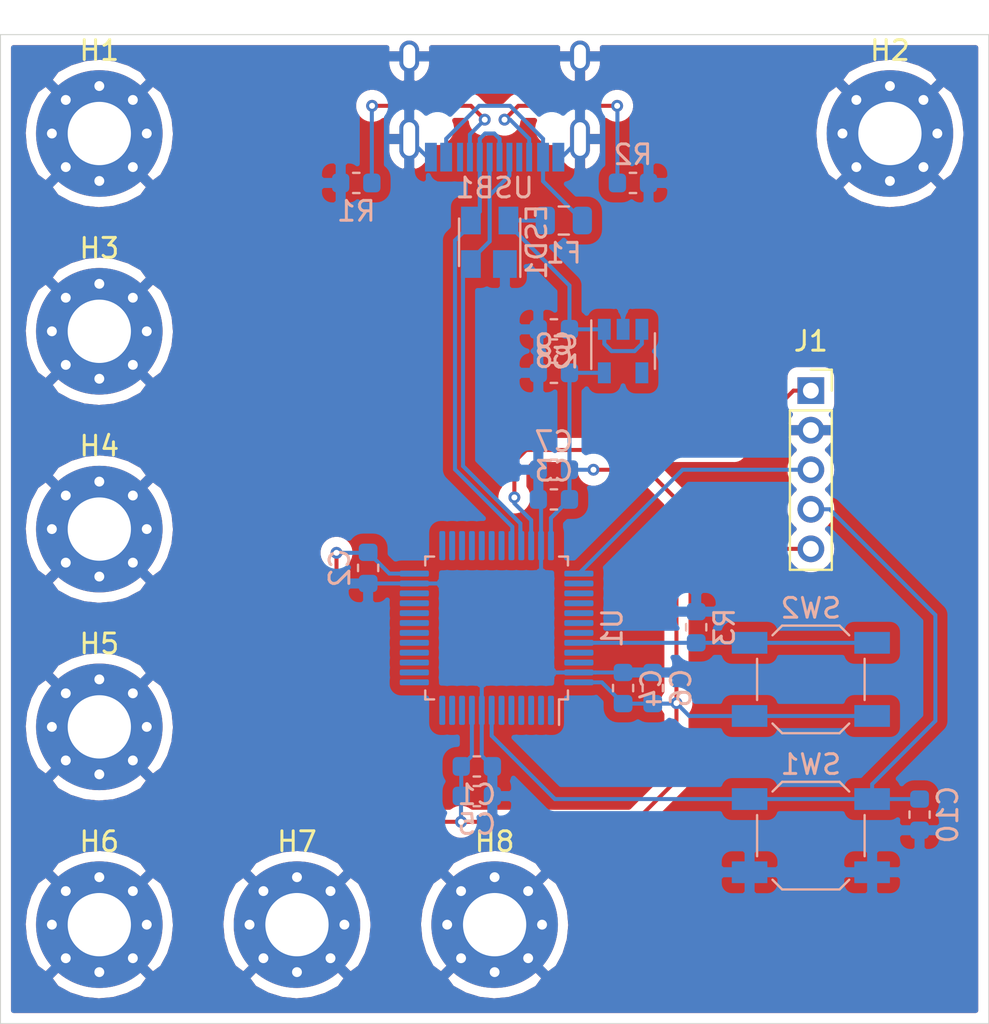
<source format=kicad_pcb>
(kicad_pcb (version 20171130) (host pcbnew "(5.1.2)-1")

  (general
    (thickness 1.6)
    (drawings 4)
    (tracks 148)
    (zones 0)
    (modules 29)
    (nets 13)
  )

  (page A2)
  (layers
    (0 F.Cu signal)
    (31 B.Cu signal)
    (32 B.Adhes user hide)
    (33 F.Adhes user hide)
    (34 B.Paste user hide)
    (35 F.Paste user hide)
    (36 B.SilkS user)
    (37 F.SilkS user)
    (38 B.Mask user)
    (39 F.Mask user)
    (40 Dwgs.User user hide)
    (41 Cmts.User user hide)
    (42 Eco1.User user hide)
    (43 Eco2.User user hide)
    (44 Edge.Cuts user)
    (45 Margin user hide)
    (46 B.CrtYd user hide)
    (47 F.CrtYd user hide)
    (48 B.Fab user hide)
    (49 F.Fab user hide)
  )

  (setup
    (last_trace_width 0.2032)
    (trace_clearance 0.2032)
    (zone_clearance 0.508)
    (zone_45_only no)
    (trace_min 0.2032)
    (via_size 0.6)
    (via_drill 0.3)
    (via_min_size 0.3)
    (via_min_drill 0.3)
    (uvia_size 0.3)
    (uvia_drill 0.1)
    (uvias_allowed no)
    (uvia_min_size 0.2)
    (uvia_min_drill 0.1)
    (edge_width 0.05)
    (segment_width 0.2)
    (pcb_text_width 0.3)
    (pcb_text_size 1.5 1.5)
    (mod_edge_width 0.12)
    (mod_text_size 1 1)
    (mod_text_width 0.15)
    (pad_size 1.524 1.524)
    (pad_drill 0.762)
    (pad_to_mask_clearance 0.051)
    (solder_mask_min_width 0.25)
    (aux_axis_origin 0 0)
    (visible_elements 7FFFFFFF)
    (pcbplotparams
      (layerselection 0x010fc_ffffffff)
      (usegerberextensions false)
      (usegerberattributes false)
      (usegerberadvancedattributes false)
      (creategerberjobfile false)
      (excludeedgelayer true)
      (linewidth 0.100000)
      (plotframeref false)
      (viasonmask false)
      (mode 1)
      (useauxorigin false)
      (hpglpennumber 1)
      (hpglpenspeed 20)
      (hpglpendiameter 15.000000)
      (psnegative false)
      (psa4output false)
      (plotreference true)
      (plotvalue true)
      (plotinvisibletext false)
      (padsonsilk false)
      (subtractmaskfromsilk false)
      (outputformat 1)
      (mirror false)
      (drillshape 1)
      (scaleselection 1)
      (outputdirectory ""))
  )

  (net 0 "")
  (net 1 VDD)
  (net 2 GND)
  (net 3 +5V)
  (net 4 D_P)
  (net 5 D_N)
  (net 6 "Net-(F1-Pad2)")
  (net 7 SWDIO)
  (net 8 SWCLK)
  (net 9 NRST)
  (net 10 "Net-(R1-Pad2)")
  (net 11 "Net-(R2-Pad2)")
  (net 12 BOOT0)

  (net_class Default "This is the default net class."
    (clearance 0.2032)
    (trace_width 0.2032)
    (via_dia 0.6)
    (via_drill 0.3)
    (uvia_dia 0.3)
    (uvia_drill 0.1)
    (diff_pair_width 0.2032)
    (diff_pair_gap 0.2032)
    (add_net +5V)
    (add_net BOOT0)
    (add_net D_N)
    (add_net D_P)
    (add_net GND)
    (add_net NRST)
    (add_net "Net-(F1-Pad2)")
    (add_net "Net-(R1-Pad2)")
    (add_net "Net-(R2-Pad2)")
    (add_net SWCLK)
    (add_net SWDIO)
    (add_net VDD)
  )

  (module Capacitor_SMD:C_0603_1608Metric (layer B.Cu) (tedit 5B301BBE) (tstamp 5D2198B0)
    (at 24.1 37)
    (descr "Capacitor SMD 0603 (1608 Metric), square (rectangular) end terminal, IPC_7351 nominal, (Body size source: http://www.tortai-tech.com/upload/download/2011102023233369053.pdf), generated with kicad-footprint-generator")
    (tags capacitor)
    (path /5D2297B0)
    (attr smd)
    (fp_text reference C1 (at 0 1.43) (layer B.SilkS)
      (effects (font (size 1 1) (thickness 0.15)) (justify mirror))
    )
    (fp_text value 10nf (at 0 -1.43) (layer B.Fab)
      (effects (font (size 1 1) (thickness 0.15)) (justify mirror))
    )
    (fp_line (start -0.8 -0.4) (end -0.8 0.4) (layer B.Fab) (width 0.1))
    (fp_line (start -0.8 0.4) (end 0.8 0.4) (layer B.Fab) (width 0.1))
    (fp_line (start 0.8 0.4) (end 0.8 -0.4) (layer B.Fab) (width 0.1))
    (fp_line (start 0.8 -0.4) (end -0.8 -0.4) (layer B.Fab) (width 0.1))
    (fp_line (start -0.162779 0.51) (end 0.162779 0.51) (layer B.SilkS) (width 0.12))
    (fp_line (start -0.162779 -0.51) (end 0.162779 -0.51) (layer B.SilkS) (width 0.12))
    (fp_line (start -1.48 -0.73) (end -1.48 0.73) (layer B.CrtYd) (width 0.05))
    (fp_line (start -1.48 0.73) (end 1.48 0.73) (layer B.CrtYd) (width 0.05))
    (fp_line (start 1.48 0.73) (end 1.48 -0.73) (layer B.CrtYd) (width 0.05))
    (fp_line (start 1.48 -0.73) (end -1.48 -0.73) (layer B.CrtYd) (width 0.05))
    (fp_text user %R (at 0 0) (layer B.Fab)
      (effects (font (size 0.4 0.4) (thickness 0.06)) (justify mirror))
    )
    (pad 1 smd roundrect (at -0.7875 0) (size 0.875 0.95) (layers B.Cu B.Paste B.Mask) (roundrect_rratio 0.25)
      (net 1 VDD))
    (pad 2 smd roundrect (at 0.7875 0) (size 0.875 0.95) (layers B.Cu B.Paste B.Mask) (roundrect_rratio 0.25)
      (net 2 GND))
    (model ${KISYS3DMOD}/Capacitor_SMD.3dshapes/C_0603_1608Metric.wrl
      (at (xyz 0 0 0))
      (scale (xyz 1 1 1))
      (rotate (xyz 0 0 0))
    )
  )

  (module Capacitor_SMD:C_0603_1608Metric (layer B.Cu) (tedit 5B301BBE) (tstamp 5D2198C1)
    (at 18.6 26.9625 270)
    (descr "Capacitor SMD 0603 (1608 Metric), square (rectangular) end terminal, IPC_7351 nominal, (Body size source: http://www.tortai-tech.com/upload/download/2011102023233369053.pdf), generated with kicad-footprint-generator")
    (tags capacitor)
    (path /5D22A187)
    (attr smd)
    (fp_text reference C2 (at 0 1.43 90) (layer B.SilkS)
      (effects (font (size 1 1) (thickness 0.15)) (justify mirror))
    )
    (fp_text value 100nf (at 0 -1.43 90) (layer B.Fab)
      (effects (font (size 1 1) (thickness 0.15)) (justify mirror))
    )
    (fp_line (start -0.8 -0.4) (end -0.8 0.4) (layer B.Fab) (width 0.1))
    (fp_line (start -0.8 0.4) (end 0.8 0.4) (layer B.Fab) (width 0.1))
    (fp_line (start 0.8 0.4) (end 0.8 -0.4) (layer B.Fab) (width 0.1))
    (fp_line (start 0.8 -0.4) (end -0.8 -0.4) (layer B.Fab) (width 0.1))
    (fp_line (start -0.162779 0.51) (end 0.162779 0.51) (layer B.SilkS) (width 0.12))
    (fp_line (start -0.162779 -0.51) (end 0.162779 -0.51) (layer B.SilkS) (width 0.12))
    (fp_line (start -1.48 -0.73) (end -1.48 0.73) (layer B.CrtYd) (width 0.05))
    (fp_line (start -1.48 0.73) (end 1.48 0.73) (layer B.CrtYd) (width 0.05))
    (fp_line (start 1.48 0.73) (end 1.48 -0.73) (layer B.CrtYd) (width 0.05))
    (fp_line (start 1.48 -0.73) (end -1.48 -0.73) (layer B.CrtYd) (width 0.05))
    (fp_text user %R (at 0 0 90) (layer B.Fab)
      (effects (font (size 0.4 0.4) (thickness 0.06)) (justify mirror))
    )
    (pad 1 smd roundrect (at -0.7875 0 270) (size 0.875 0.95) (layers B.Cu B.Paste B.Mask) (roundrect_rratio 0.25)
      (net 1 VDD))
    (pad 2 smd roundrect (at 0.7875 0 270) (size 0.875 0.95) (layers B.Cu B.Paste B.Mask) (roundrect_rratio 0.25)
      (net 2 GND))
    (model ${KISYS3DMOD}/Capacitor_SMD.3dshapes/C_0603_1608Metric.wrl
      (at (xyz 0 0 0))
      (scale (xyz 1 1 1))
      (rotate (xyz 0 0 0))
    )
  )

  (module Capacitor_SMD:C_0603_1608Metric (layer B.Cu) (tedit 5B301BBE) (tstamp 5D2198D2)
    (at 28 23.5 180)
    (descr "Capacitor SMD 0603 (1608 Metric), square (rectangular) end terminal, IPC_7351 nominal, (Body size source: http://www.tortai-tech.com/upload/download/2011102023233369053.pdf), generated with kicad-footprint-generator")
    (tags capacitor)
    (path /5D22A654)
    (attr smd)
    (fp_text reference C3 (at 0 1.43) (layer B.SilkS)
      (effects (font (size 1 1) (thickness 0.15)) (justify mirror))
    )
    (fp_text value 100nf (at 0 -1.43) (layer B.Fab)
      (effects (font (size 1 1) (thickness 0.15)) (justify mirror))
    )
    (fp_text user %R (at 0 0) (layer B.Fab)
      (effects (font (size 0.4 0.4) (thickness 0.06)) (justify mirror))
    )
    (fp_line (start 1.48 -0.73) (end -1.48 -0.73) (layer B.CrtYd) (width 0.05))
    (fp_line (start 1.48 0.73) (end 1.48 -0.73) (layer B.CrtYd) (width 0.05))
    (fp_line (start -1.48 0.73) (end 1.48 0.73) (layer B.CrtYd) (width 0.05))
    (fp_line (start -1.48 -0.73) (end -1.48 0.73) (layer B.CrtYd) (width 0.05))
    (fp_line (start -0.162779 -0.51) (end 0.162779 -0.51) (layer B.SilkS) (width 0.12))
    (fp_line (start -0.162779 0.51) (end 0.162779 0.51) (layer B.SilkS) (width 0.12))
    (fp_line (start 0.8 -0.4) (end -0.8 -0.4) (layer B.Fab) (width 0.1))
    (fp_line (start 0.8 0.4) (end 0.8 -0.4) (layer B.Fab) (width 0.1))
    (fp_line (start -0.8 0.4) (end 0.8 0.4) (layer B.Fab) (width 0.1))
    (fp_line (start -0.8 -0.4) (end -0.8 0.4) (layer B.Fab) (width 0.1))
    (pad 2 smd roundrect (at 0.7875 0 180) (size 0.875 0.95) (layers B.Cu B.Paste B.Mask) (roundrect_rratio 0.25)
      (net 2 GND))
    (pad 1 smd roundrect (at -0.7875 0 180) (size 0.875 0.95) (layers B.Cu B.Paste B.Mask) (roundrect_rratio 0.25)
      (net 1 VDD))
    (model ${KISYS3DMOD}/Capacitor_SMD.3dshapes/C_0603_1608Metric.wrl
      (at (xyz 0 0 0))
      (scale (xyz 1 1 1))
      (rotate (xyz 0 0 0))
    )
  )

  (module Capacitor_SMD:C_0603_1608Metric (layer B.Cu) (tedit 5B301BBE) (tstamp 5D2198E3)
    (at 31.5 33.0375 90)
    (descr "Capacitor SMD 0603 (1608 Metric), square (rectangular) end terminal, IPC_7351 nominal, (Body size source: http://www.tortai-tech.com/upload/download/2011102023233369053.pdf), generated with kicad-footprint-generator")
    (tags capacitor)
    (path /5D22AD40)
    (attr smd)
    (fp_text reference C4 (at 0 1.43 90) (layer B.SilkS)
      (effects (font (size 1 1) (thickness 0.15)) (justify mirror))
    )
    (fp_text value 100nf (at 0 -1.43 90) (layer B.Fab)
      (effects (font (size 1 1) (thickness 0.15)) (justify mirror))
    )
    (fp_line (start -0.8 -0.4) (end -0.8 0.4) (layer B.Fab) (width 0.1))
    (fp_line (start -0.8 0.4) (end 0.8 0.4) (layer B.Fab) (width 0.1))
    (fp_line (start 0.8 0.4) (end 0.8 -0.4) (layer B.Fab) (width 0.1))
    (fp_line (start 0.8 -0.4) (end -0.8 -0.4) (layer B.Fab) (width 0.1))
    (fp_line (start -0.162779 0.51) (end 0.162779 0.51) (layer B.SilkS) (width 0.12))
    (fp_line (start -0.162779 -0.51) (end 0.162779 -0.51) (layer B.SilkS) (width 0.12))
    (fp_line (start -1.48 -0.73) (end -1.48 0.73) (layer B.CrtYd) (width 0.05))
    (fp_line (start -1.48 0.73) (end 1.48 0.73) (layer B.CrtYd) (width 0.05))
    (fp_line (start 1.48 0.73) (end 1.48 -0.73) (layer B.CrtYd) (width 0.05))
    (fp_line (start 1.48 -0.73) (end -1.48 -0.73) (layer B.CrtYd) (width 0.05))
    (fp_text user %R (at 0 0 90) (layer B.Fab)
      (effects (font (size 0.4 0.4) (thickness 0.06)) (justify mirror))
    )
    (pad 1 smd roundrect (at -0.7875 0 90) (size 0.875 0.95) (layers B.Cu B.Paste B.Mask) (roundrect_rratio 0.25)
      (net 1 VDD))
    (pad 2 smd roundrect (at 0.7875 0 90) (size 0.875 0.95) (layers B.Cu B.Paste B.Mask) (roundrect_rratio 0.25)
      (net 2 GND))
    (model ${KISYS3DMOD}/Capacitor_SMD.3dshapes/C_0603_1608Metric.wrl
      (at (xyz 0 0 0))
      (scale (xyz 1 1 1))
      (rotate (xyz 0 0 0))
    )
  )

  (module Capacitor_SMD:C_0603_1608Metric (layer B.Cu) (tedit 5B301BBE) (tstamp 5D2198F4)
    (at 24.1 38.5)
    (descr "Capacitor SMD 0603 (1608 Metric), square (rectangular) end terminal, IPC_7351 nominal, (Body size source: http://www.tortai-tech.com/upload/download/2011102023233369053.pdf), generated with kicad-footprint-generator")
    (tags capacitor)
    (path /5D22B606)
    (attr smd)
    (fp_text reference C5 (at 0 1.43) (layer B.SilkS)
      (effects (font (size 1 1) (thickness 0.15)) (justify mirror))
    )
    (fp_text value 1uf (at 0 -1.43) (layer B.Fab)
      (effects (font (size 1 1) (thickness 0.15)) (justify mirror))
    )
    (fp_text user %R (at 0 0) (layer B.Fab)
      (effects (font (size 0.4 0.4) (thickness 0.06)) (justify mirror))
    )
    (fp_line (start 1.48 -0.73) (end -1.48 -0.73) (layer B.CrtYd) (width 0.05))
    (fp_line (start 1.48 0.73) (end 1.48 -0.73) (layer B.CrtYd) (width 0.05))
    (fp_line (start -1.48 0.73) (end 1.48 0.73) (layer B.CrtYd) (width 0.05))
    (fp_line (start -1.48 -0.73) (end -1.48 0.73) (layer B.CrtYd) (width 0.05))
    (fp_line (start -0.162779 -0.51) (end 0.162779 -0.51) (layer B.SilkS) (width 0.12))
    (fp_line (start -0.162779 0.51) (end 0.162779 0.51) (layer B.SilkS) (width 0.12))
    (fp_line (start 0.8 -0.4) (end -0.8 -0.4) (layer B.Fab) (width 0.1))
    (fp_line (start 0.8 0.4) (end 0.8 -0.4) (layer B.Fab) (width 0.1))
    (fp_line (start -0.8 0.4) (end 0.8 0.4) (layer B.Fab) (width 0.1))
    (fp_line (start -0.8 -0.4) (end -0.8 0.4) (layer B.Fab) (width 0.1))
    (pad 2 smd roundrect (at 0.7875 0) (size 0.875 0.95) (layers B.Cu B.Paste B.Mask) (roundrect_rratio 0.25)
      (net 2 GND))
    (pad 1 smd roundrect (at -0.7875 0) (size 0.875 0.95) (layers B.Cu B.Paste B.Mask) (roundrect_rratio 0.25)
      (net 1 VDD))
    (model ${KISYS3DMOD}/Capacitor_SMD.3dshapes/C_0603_1608Metric.wrl
      (at (xyz 0 0 0))
      (scale (xyz 1 1 1))
      (rotate (xyz 0 0 0))
    )
  )

  (module Capacitor_SMD:C_0603_1608Metric (layer B.Cu) (tedit 5B301BBE) (tstamp 5D219905)
    (at 33 33.0375 90)
    (descr "Capacitor SMD 0603 (1608 Metric), square (rectangular) end terminal, IPC_7351 nominal, (Body size source: http://www.tortai-tech.com/upload/download/2011102023233369053.pdf), generated with kicad-footprint-generator")
    (tags capacitor)
    (path /5D22BE6C)
    (attr smd)
    (fp_text reference C6 (at 0 1.43 90) (layer B.SilkS)
      (effects (font (size 1 1) (thickness 0.15)) (justify mirror))
    )
    (fp_text value 4.7uf (at 0 -1.43 90) (layer B.Fab)
      (effects (font (size 1 1) (thickness 0.15)) (justify mirror))
    )
    (fp_line (start -0.8 -0.4) (end -0.8 0.4) (layer B.Fab) (width 0.1))
    (fp_line (start -0.8 0.4) (end 0.8 0.4) (layer B.Fab) (width 0.1))
    (fp_line (start 0.8 0.4) (end 0.8 -0.4) (layer B.Fab) (width 0.1))
    (fp_line (start 0.8 -0.4) (end -0.8 -0.4) (layer B.Fab) (width 0.1))
    (fp_line (start -0.162779 0.51) (end 0.162779 0.51) (layer B.SilkS) (width 0.12))
    (fp_line (start -0.162779 -0.51) (end 0.162779 -0.51) (layer B.SilkS) (width 0.12))
    (fp_line (start -1.48 -0.73) (end -1.48 0.73) (layer B.CrtYd) (width 0.05))
    (fp_line (start -1.48 0.73) (end 1.48 0.73) (layer B.CrtYd) (width 0.05))
    (fp_line (start 1.48 0.73) (end 1.48 -0.73) (layer B.CrtYd) (width 0.05))
    (fp_line (start 1.48 -0.73) (end -1.48 -0.73) (layer B.CrtYd) (width 0.05))
    (fp_text user %R (at 0 0 90) (layer B.Fab)
      (effects (font (size 0.4 0.4) (thickness 0.06)) (justify mirror))
    )
    (pad 1 smd roundrect (at -0.7875 0 90) (size 0.875 0.95) (layers B.Cu B.Paste B.Mask) (roundrect_rratio 0.25)
      (net 1 VDD))
    (pad 2 smd roundrect (at 0.7875 0 90) (size 0.875 0.95) (layers B.Cu B.Paste B.Mask) (roundrect_rratio 0.25)
      (net 2 GND))
    (model ${KISYS3DMOD}/Capacitor_SMD.3dshapes/C_0603_1608Metric.wrl
      (at (xyz 0 0 0))
      (scale (xyz 1 1 1))
      (rotate (xyz 0 0 0))
    )
  )

  (module Capacitor_SMD:C_0603_1608Metric (layer B.Cu) (tedit 5B301BBE) (tstamp 5D219916)
    (at 28 22 180)
    (descr "Capacitor SMD 0603 (1608 Metric), square (rectangular) end terminal, IPC_7351 nominal, (Body size source: http://www.tortai-tech.com/upload/download/2011102023233369053.pdf), generated with kicad-footprint-generator")
    (tags capacitor)
    (path /5D22C6E0)
    (attr smd)
    (fp_text reference C7 (at 0 1.43) (layer B.SilkS)
      (effects (font (size 1 1) (thickness 0.15)) (justify mirror))
    )
    (fp_text value 4.7uf (at 0 -1.43) (layer B.Fab)
      (effects (font (size 1 1) (thickness 0.15)) (justify mirror))
    )
    (fp_text user %R (at 0 0) (layer B.Fab)
      (effects (font (size 0.4 0.4) (thickness 0.06)) (justify mirror))
    )
    (fp_line (start 1.48 -0.73) (end -1.48 -0.73) (layer B.CrtYd) (width 0.05))
    (fp_line (start 1.48 0.73) (end 1.48 -0.73) (layer B.CrtYd) (width 0.05))
    (fp_line (start -1.48 0.73) (end 1.48 0.73) (layer B.CrtYd) (width 0.05))
    (fp_line (start -1.48 -0.73) (end -1.48 0.73) (layer B.CrtYd) (width 0.05))
    (fp_line (start -0.162779 -0.51) (end 0.162779 -0.51) (layer B.SilkS) (width 0.12))
    (fp_line (start -0.162779 0.51) (end 0.162779 0.51) (layer B.SilkS) (width 0.12))
    (fp_line (start 0.8 -0.4) (end -0.8 -0.4) (layer B.Fab) (width 0.1))
    (fp_line (start 0.8 0.4) (end 0.8 -0.4) (layer B.Fab) (width 0.1))
    (fp_line (start -0.8 0.4) (end 0.8 0.4) (layer B.Fab) (width 0.1))
    (fp_line (start -0.8 -0.4) (end -0.8 0.4) (layer B.Fab) (width 0.1))
    (pad 2 smd roundrect (at 0.7875 0 180) (size 0.875 0.95) (layers B.Cu B.Paste B.Mask) (roundrect_rratio 0.25)
      (net 2 GND))
    (pad 1 smd roundrect (at -0.7875 0 180) (size 0.875 0.95) (layers B.Cu B.Paste B.Mask) (roundrect_rratio 0.25)
      (net 1 VDD))
    (model ${KISYS3DMOD}/Capacitor_SMD.3dshapes/C_0603_1608Metric.wrl
      (at (xyz 0 0 0))
      (scale (xyz 1 1 1))
      (rotate (xyz 0 0 0))
    )
  )

  (module Capacitor_SMD:C_0603_1608Metric (layer B.Cu) (tedit 5B301BBE) (tstamp 5D21C062)
    (at 28 14.9)
    (descr "Capacitor SMD 0603 (1608 Metric), square (rectangular) end terminal, IPC_7351 nominal, (Body size source: http://www.tortai-tech.com/upload/download/2011102023233369053.pdf), generated with kicad-footprint-generator")
    (tags capacitor)
    (path /5D372FFF)
    (attr smd)
    (fp_text reference C8 (at 0 1.43) (layer B.SilkS)
      (effects (font (size 1 1) (thickness 0.15)) (justify mirror))
    )
    (fp_text value 1uf (at 0 -1.43) (layer B.Fab)
      (effects (font (size 1 1) (thickness 0.15)) (justify mirror))
    )
    (fp_line (start -0.8 -0.4) (end -0.8 0.4) (layer B.Fab) (width 0.1))
    (fp_line (start -0.8 0.4) (end 0.8 0.4) (layer B.Fab) (width 0.1))
    (fp_line (start 0.8 0.4) (end 0.8 -0.4) (layer B.Fab) (width 0.1))
    (fp_line (start 0.8 -0.4) (end -0.8 -0.4) (layer B.Fab) (width 0.1))
    (fp_line (start -0.162779 0.51) (end 0.162779 0.51) (layer B.SilkS) (width 0.12))
    (fp_line (start -0.162779 -0.51) (end 0.162779 -0.51) (layer B.SilkS) (width 0.12))
    (fp_line (start -1.48 -0.73) (end -1.48 0.73) (layer B.CrtYd) (width 0.05))
    (fp_line (start -1.48 0.73) (end 1.48 0.73) (layer B.CrtYd) (width 0.05))
    (fp_line (start 1.48 0.73) (end 1.48 -0.73) (layer B.CrtYd) (width 0.05))
    (fp_line (start 1.48 -0.73) (end -1.48 -0.73) (layer B.CrtYd) (width 0.05))
    (fp_text user %R (at 0 0) (layer B.Fab)
      (effects (font (size 0.4 0.4) (thickness 0.06)) (justify mirror))
    )
    (pad 1 smd roundrect (at -0.7875 0) (size 0.875 0.95) (layers B.Cu B.Paste B.Mask) (roundrect_rratio 0.25)
      (net 2 GND))
    (pad 2 smd roundrect (at 0.7875 0) (size 0.875 0.95) (layers B.Cu B.Paste B.Mask) (roundrect_rratio 0.25)
      (net 3 +5V))
    (model ${KISYS3DMOD}/Capacitor_SMD.3dshapes/C_0603_1608Metric.wrl
      (at (xyz 0 0 0))
      (scale (xyz 1 1 1))
      (rotate (xyz 0 0 0))
    )
  )

  (module Capacitor_SMD:C_0603_1608Metric (layer B.Cu) (tedit 5B301BBE) (tstamp 5D21C092)
    (at 28 17.1 180)
    (descr "Capacitor SMD 0603 (1608 Metric), square (rectangular) end terminal, IPC_7351 nominal, (Body size source: http://www.tortai-tech.com/upload/download/2011102023233369053.pdf), generated with kicad-footprint-generator")
    (tags capacitor)
    (path /5D3794FB)
    (attr smd)
    (fp_text reference C9 (at 0 1.43) (layer B.SilkS)
      (effects (font (size 1 1) (thickness 0.15)) (justify mirror))
    )
    (fp_text value 1uf (at 0 -1.43) (layer B.Fab)
      (effects (font (size 1 1) (thickness 0.15)) (justify mirror))
    )
    (fp_text user %R (at 0 0) (layer B.Fab)
      (effects (font (size 0.4 0.4) (thickness 0.06)) (justify mirror))
    )
    (fp_line (start 1.48 -0.73) (end -1.48 -0.73) (layer B.CrtYd) (width 0.05))
    (fp_line (start 1.48 0.73) (end 1.48 -0.73) (layer B.CrtYd) (width 0.05))
    (fp_line (start -1.48 0.73) (end 1.48 0.73) (layer B.CrtYd) (width 0.05))
    (fp_line (start -1.48 -0.73) (end -1.48 0.73) (layer B.CrtYd) (width 0.05))
    (fp_line (start -0.162779 -0.51) (end 0.162779 -0.51) (layer B.SilkS) (width 0.12))
    (fp_line (start -0.162779 0.51) (end 0.162779 0.51) (layer B.SilkS) (width 0.12))
    (fp_line (start 0.8 -0.4) (end -0.8 -0.4) (layer B.Fab) (width 0.1))
    (fp_line (start 0.8 0.4) (end 0.8 -0.4) (layer B.Fab) (width 0.1))
    (fp_line (start -0.8 0.4) (end 0.8 0.4) (layer B.Fab) (width 0.1))
    (fp_line (start -0.8 -0.4) (end -0.8 0.4) (layer B.Fab) (width 0.1))
    (pad 2 smd roundrect (at 0.7875 0 180) (size 0.875 0.95) (layers B.Cu B.Paste B.Mask) (roundrect_rratio 0.25)
      (net 2 GND))
    (pad 1 smd roundrect (at -0.7875 0 180) (size 0.875 0.95) (layers B.Cu B.Paste B.Mask) (roundrect_rratio 0.25)
      (net 1 VDD))
    (model ${KISYS3DMOD}/Capacitor_SMD.3dshapes/C_0603_1608Metric.wrl
      (at (xyz 0 0 0))
      (scale (xyz 1 1 1))
      (rotate (xyz 0 0 0))
    )
  )

  (module Package_TO_SOT_SMD:SOT-143 (layer B.Cu) (tedit 5A02FF57) (tstamp 5D21994C)
    (at 24.75 10.5 90)
    (descr SOT-143)
    (tags SOT-143)
    (path /5D364F5A)
    (attr smd)
    (fp_text reference ESD1 (at 0.02 2.38 90) (layer B.SilkS)
      (effects (font (size 1 1) (thickness 0.15)) (justify mirror))
    )
    (fp_text value PRTR5V0U2X (at -0.28 -2.48 90) (layer B.Fab)
      (effects (font (size 1 1) (thickness 0.15)) (justify mirror))
    )
    (fp_text user %R (at 0 0 180) (layer B.Fab)
      (effects (font (size 0.5 0.5) (thickness 0.075)) (justify mirror))
    )
    (fp_line (start -1.2 -1.55) (end 1.2 -1.55) (layer B.SilkS) (width 0.12))
    (fp_line (start 1.2 1.55) (end -1.75 1.55) (layer B.SilkS) (width 0.12))
    (fp_line (start -1.2 1) (end -0.7 1.5) (layer B.Fab) (width 0.1))
    (fp_line (start -0.7 1.5) (end 1.2 1.5) (layer B.Fab) (width 0.1))
    (fp_line (start -1.2 -1.5) (end -1.2 1) (layer B.Fab) (width 0.1))
    (fp_line (start 1.2 -1.5) (end -1.2 -1.5) (layer B.Fab) (width 0.1))
    (fp_line (start 1.2 1.5) (end 1.2 -1.5) (layer B.Fab) (width 0.1))
    (fp_line (start 2.05 1.75) (end 2.05 -1.75) (layer B.CrtYd) (width 0.05))
    (fp_line (start 2.05 1.75) (end -2.05 1.75) (layer B.CrtYd) (width 0.05))
    (fp_line (start -2.05 -1.75) (end 2.05 -1.75) (layer B.CrtYd) (width 0.05))
    (fp_line (start -2.05 -1.75) (end -2.05 1.75) (layer B.CrtYd) (width 0.05))
    (pad 1 smd rect (at -1.1 0.77 180) (size 1.2 1.4) (layers B.Cu B.Paste B.Mask)
      (net 2 GND))
    (pad 2 smd rect (at -1.1 -0.95 180) (size 1 1.4) (layers B.Cu B.Paste B.Mask)
      (net 4 D_P))
    (pad 3 smd rect (at 1.1 -0.95 180) (size 1 1.4) (layers B.Cu B.Paste B.Mask)
      (net 5 D_N))
    (pad 4 smd rect (at 1.1 0.95 180) (size 1 1.4) (layers B.Cu B.Paste B.Mask)
      (net 3 +5V))
    (model ${KISYS3DMOD}/Package_TO_SOT_SMD.3dshapes/SOT-143.wrl
      (at (xyz 0 0 0))
      (scale (xyz 1 1 1))
      (rotate (xyz 0 0 0))
    )
  )

  (module Fuse:Fuse_0805_2012Metric (layer B.Cu) (tedit 5B36C52C) (tstamp 5D21995D)
    (at 28.5 9.4)
    (descr "Fuse SMD 0805 (2012 Metric), square (rectangular) end terminal, IPC_7351 nominal, (Body size source: https://docs.google.com/spreadsheets/d/1BsfQQcO9C6DZCsRaXUlFlo91Tg2WpOkGARC1WS5S8t0/edit?usp=sharing), generated with kicad-footprint-generator")
    (tags resistor)
    (path /5D39280F)
    (attr smd)
    (fp_text reference F1 (at 0 1.65) (layer B.SilkS)
      (effects (font (size 1 1) (thickness 0.15)) (justify mirror))
    )
    (fp_text value PTC (at 0 -1.65) (layer B.Fab)
      (effects (font (size 1 1) (thickness 0.15)) (justify mirror))
    )
    (fp_line (start -1 -0.6) (end -1 0.6) (layer B.Fab) (width 0.1))
    (fp_line (start -1 0.6) (end 1 0.6) (layer B.Fab) (width 0.1))
    (fp_line (start 1 0.6) (end 1 -0.6) (layer B.Fab) (width 0.1))
    (fp_line (start 1 -0.6) (end -1 -0.6) (layer B.Fab) (width 0.1))
    (fp_line (start -0.258578 0.71) (end 0.258578 0.71) (layer B.SilkS) (width 0.12))
    (fp_line (start -0.258578 -0.71) (end 0.258578 -0.71) (layer B.SilkS) (width 0.12))
    (fp_line (start -1.68 -0.95) (end -1.68 0.95) (layer B.CrtYd) (width 0.05))
    (fp_line (start -1.68 0.95) (end 1.68 0.95) (layer B.CrtYd) (width 0.05))
    (fp_line (start 1.68 0.95) (end 1.68 -0.95) (layer B.CrtYd) (width 0.05))
    (fp_line (start 1.68 -0.95) (end -1.68 -0.95) (layer B.CrtYd) (width 0.05))
    (fp_text user %R (at 0 0) (layer B.Fab)
      (effects (font (size 0.5 0.5) (thickness 0.08)) (justify mirror))
    )
    (pad 1 smd roundrect (at -0.9375 0) (size 0.975 1.4) (layers B.Cu B.Paste B.Mask) (roundrect_rratio 0.25)
      (net 3 +5V))
    (pad 2 smd roundrect (at 0.9375 0) (size 0.975 1.4) (layers B.Cu B.Paste B.Mask) (roundrect_rratio 0.25)
      (net 6 "Net-(F1-Pad2)"))
    (model ${KISYS3DMOD}/Fuse.3dshapes/Fuse_0805_2012Metric.wrl
      (at (xyz 0 0 0))
      (scale (xyz 1 1 1))
      (rotate (xyz 0 0 0))
    )
  )

  (module MountingHole:MountingHole_3.2mm_M3_Pad_Via (layer F.Cu) (tedit 56DDBCCA) (tstamp 5D21996D)
    (at 5 5)
    (descr "Mounting Hole 3.2mm, M3")
    (tags "mounting hole 3.2mm m3")
    (path /5D432B1A)
    (attr virtual)
    (fp_text reference H1 (at 0 -4.2) (layer F.SilkS)
      (effects (font (size 1 1) (thickness 0.15)))
    )
    (fp_text value "M3 VIA" (at 0 4.2) (layer F.Fab)
      (effects (font (size 1 1) (thickness 0.15)))
    )
    (fp_circle (center 0 0) (end 3.45 0) (layer F.CrtYd) (width 0.05))
    (fp_circle (center 0 0) (end 3.2 0) (layer Cmts.User) (width 0.15))
    (fp_text user %R (at 0.3 0) (layer F.Fab)
      (effects (font (size 1 1) (thickness 0.15)))
    )
    (pad 1 thru_hole circle (at 1.697056 -1.697056) (size 0.8 0.8) (drill 0.5) (layers *.Cu *.Mask)
      (net 2 GND))
    (pad 1 thru_hole circle (at 0 -2.4) (size 0.8 0.8) (drill 0.5) (layers *.Cu *.Mask)
      (net 2 GND))
    (pad 1 thru_hole circle (at -1.697056 -1.697056) (size 0.8 0.8) (drill 0.5) (layers *.Cu *.Mask)
      (net 2 GND))
    (pad 1 thru_hole circle (at -2.4 0) (size 0.8 0.8) (drill 0.5) (layers *.Cu *.Mask)
      (net 2 GND))
    (pad 1 thru_hole circle (at -1.697056 1.697056) (size 0.8 0.8) (drill 0.5) (layers *.Cu *.Mask)
      (net 2 GND))
    (pad 1 thru_hole circle (at 0 2.4) (size 0.8 0.8) (drill 0.5) (layers *.Cu *.Mask)
      (net 2 GND))
    (pad 1 thru_hole circle (at 1.697056 1.697056) (size 0.8 0.8) (drill 0.5) (layers *.Cu *.Mask)
      (net 2 GND))
    (pad 1 thru_hole circle (at 2.4 0) (size 0.8 0.8) (drill 0.5) (layers *.Cu *.Mask)
      (net 2 GND))
    (pad 1 thru_hole circle (at 0 0) (size 6.4 6.4) (drill 3.2) (layers *.Cu *.Mask)
      (net 2 GND))
  )

  (module MountingHole:MountingHole_3.2mm_M3_Pad_Via (layer F.Cu) (tedit 56DDBCCA) (tstamp 5D21997D)
    (at 45 5)
    (descr "Mounting Hole 3.2mm, M3")
    (tags "mounting hole 3.2mm m3")
    (path /5D436FDF)
    (attr virtual)
    (fp_text reference H2 (at 0 -4.2) (layer F.SilkS)
      (effects (font (size 1 1) (thickness 0.15)))
    )
    (fp_text value "M3 VIA" (at 0 4.2) (layer F.Fab)
      (effects (font (size 1 1) (thickness 0.15)))
    )
    (fp_text user %R (at 0.3 0) (layer F.Fab)
      (effects (font (size 1 1) (thickness 0.15)))
    )
    (fp_circle (center 0 0) (end 3.2 0) (layer Cmts.User) (width 0.15))
    (fp_circle (center 0 0) (end 3.45 0) (layer F.CrtYd) (width 0.05))
    (pad 1 thru_hole circle (at 0 0) (size 6.4 6.4) (drill 3.2) (layers *.Cu *.Mask)
      (net 2 GND))
    (pad 1 thru_hole circle (at 2.4 0) (size 0.8 0.8) (drill 0.5) (layers *.Cu *.Mask)
      (net 2 GND))
    (pad 1 thru_hole circle (at 1.697056 1.697056) (size 0.8 0.8) (drill 0.5) (layers *.Cu *.Mask)
      (net 2 GND))
    (pad 1 thru_hole circle (at 0 2.4) (size 0.8 0.8) (drill 0.5) (layers *.Cu *.Mask)
      (net 2 GND))
    (pad 1 thru_hole circle (at -1.697056 1.697056) (size 0.8 0.8) (drill 0.5) (layers *.Cu *.Mask)
      (net 2 GND))
    (pad 1 thru_hole circle (at -2.4 0) (size 0.8 0.8) (drill 0.5) (layers *.Cu *.Mask)
      (net 2 GND))
    (pad 1 thru_hole circle (at -1.697056 -1.697056) (size 0.8 0.8) (drill 0.5) (layers *.Cu *.Mask)
      (net 2 GND))
    (pad 1 thru_hole circle (at 0 -2.4) (size 0.8 0.8) (drill 0.5) (layers *.Cu *.Mask)
      (net 2 GND))
    (pad 1 thru_hole circle (at 1.697056 -1.697056) (size 0.8 0.8) (drill 0.5) (layers *.Cu *.Mask)
      (net 2 GND))
  )

  (module MountingHole:MountingHole_3.2mm_M3_Pad_Via (layer F.Cu) (tedit 56DDBCCA) (tstamp 5D21998D)
    (at 5 15)
    (descr "Mounting Hole 3.2mm, M3")
    (tags "mounting hole 3.2mm m3")
    (path /5D43F98F)
    (attr virtual)
    (fp_text reference H3 (at 0 -4.2) (layer F.SilkS)
      (effects (font (size 1 1) (thickness 0.15)))
    )
    (fp_text value "M3 VIA" (at 0 4.2) (layer F.Fab)
      (effects (font (size 1 1) (thickness 0.15)))
    )
    (fp_circle (center 0 0) (end 3.45 0) (layer F.CrtYd) (width 0.05))
    (fp_circle (center 0 0) (end 3.2 0) (layer Cmts.User) (width 0.15))
    (fp_text user %R (at 0.3 0) (layer F.Fab)
      (effects (font (size 1 1) (thickness 0.15)))
    )
    (pad 1 thru_hole circle (at 1.697056 -1.697056) (size 0.8 0.8) (drill 0.5) (layers *.Cu *.Mask)
      (net 2 GND))
    (pad 1 thru_hole circle (at 0 -2.4) (size 0.8 0.8) (drill 0.5) (layers *.Cu *.Mask)
      (net 2 GND))
    (pad 1 thru_hole circle (at -1.697056 -1.697056) (size 0.8 0.8) (drill 0.5) (layers *.Cu *.Mask)
      (net 2 GND))
    (pad 1 thru_hole circle (at -2.4 0) (size 0.8 0.8) (drill 0.5) (layers *.Cu *.Mask)
      (net 2 GND))
    (pad 1 thru_hole circle (at -1.697056 1.697056) (size 0.8 0.8) (drill 0.5) (layers *.Cu *.Mask)
      (net 2 GND))
    (pad 1 thru_hole circle (at 0 2.4) (size 0.8 0.8) (drill 0.5) (layers *.Cu *.Mask)
      (net 2 GND))
    (pad 1 thru_hole circle (at 1.697056 1.697056) (size 0.8 0.8) (drill 0.5) (layers *.Cu *.Mask)
      (net 2 GND))
    (pad 1 thru_hole circle (at 2.4 0) (size 0.8 0.8) (drill 0.5) (layers *.Cu *.Mask)
      (net 2 GND))
    (pad 1 thru_hole circle (at 0 0) (size 6.4 6.4) (drill 3.2) (layers *.Cu *.Mask)
      (net 2 GND))
  )

  (module MountingHole:MountingHole_3.2mm_M3_Pad_Via (layer F.Cu) (tedit 56DDBCCA) (tstamp 5D220878)
    (at 5 25)
    (descr "Mounting Hole 3.2mm, M3")
    (tags "mounting hole 3.2mm m3")
    (path /5D43F99B)
    (attr virtual)
    (fp_text reference H4 (at 0 -4.2) (layer F.SilkS)
      (effects (font (size 1 1) (thickness 0.15)))
    )
    (fp_text value "M3 VIA" (at 0 4.2) (layer F.Fab)
      (effects (font (size 1 1) (thickness 0.15)))
    )
    (fp_text user %R (at 0.3 0) (layer F.Fab)
      (effects (font (size 1 1) (thickness 0.15)))
    )
    (fp_circle (center 0 0) (end 3.2 0) (layer Cmts.User) (width 0.15))
    (fp_circle (center 0 0) (end 3.45 0) (layer F.CrtYd) (width 0.05))
    (pad 1 thru_hole circle (at 0 0) (size 6.4 6.4) (drill 3.2) (layers *.Cu *.Mask)
      (net 2 GND))
    (pad 1 thru_hole circle (at 2.4 0) (size 0.8 0.8) (drill 0.5) (layers *.Cu *.Mask)
      (net 2 GND))
    (pad 1 thru_hole circle (at 1.697056 1.697056) (size 0.8 0.8) (drill 0.5) (layers *.Cu *.Mask)
      (net 2 GND))
    (pad 1 thru_hole circle (at 0 2.4) (size 0.8 0.8) (drill 0.5) (layers *.Cu *.Mask)
      (net 2 GND))
    (pad 1 thru_hole circle (at -1.697056 1.697056) (size 0.8 0.8) (drill 0.5) (layers *.Cu *.Mask)
      (net 2 GND))
    (pad 1 thru_hole circle (at -2.4 0) (size 0.8 0.8) (drill 0.5) (layers *.Cu *.Mask)
      (net 2 GND))
    (pad 1 thru_hole circle (at -1.697056 -1.697056) (size 0.8 0.8) (drill 0.5) (layers *.Cu *.Mask)
      (net 2 GND))
    (pad 1 thru_hole circle (at 0 -2.4) (size 0.8 0.8) (drill 0.5) (layers *.Cu *.Mask)
      (net 2 GND))
    (pad 1 thru_hole circle (at 1.697056 -1.697056) (size 0.8 0.8) (drill 0.5) (layers *.Cu *.Mask)
      (net 2 GND))
  )

  (module MountingHole:MountingHole_3.2mm_M3_Pad_Via (layer F.Cu) (tedit 56DDBCCA) (tstamp 5D2199AD)
    (at 5 35)
    (descr "Mounting Hole 3.2mm, M3")
    (tags "mounting hole 3.2mm m3")
    (path /5D44C1F7)
    (attr virtual)
    (fp_text reference H5 (at 0 -4.2) (layer F.SilkS)
      (effects (font (size 1 1) (thickness 0.15)))
    )
    (fp_text value "M3 VIA" (at 0 4.2) (layer F.Fab)
      (effects (font (size 1 1) (thickness 0.15)))
    )
    (fp_circle (center 0 0) (end 3.45 0) (layer F.CrtYd) (width 0.05))
    (fp_circle (center 0 0) (end 3.2 0) (layer Cmts.User) (width 0.15))
    (fp_text user %R (at 0.3 0) (layer F.Fab)
      (effects (font (size 1 1) (thickness 0.15)))
    )
    (pad 1 thru_hole circle (at 1.697056 -1.697056) (size 0.8 0.8) (drill 0.5) (layers *.Cu *.Mask)
      (net 2 GND))
    (pad 1 thru_hole circle (at 0 -2.4) (size 0.8 0.8) (drill 0.5) (layers *.Cu *.Mask)
      (net 2 GND))
    (pad 1 thru_hole circle (at -1.697056 -1.697056) (size 0.8 0.8) (drill 0.5) (layers *.Cu *.Mask)
      (net 2 GND))
    (pad 1 thru_hole circle (at -2.4 0) (size 0.8 0.8) (drill 0.5) (layers *.Cu *.Mask)
      (net 2 GND))
    (pad 1 thru_hole circle (at -1.697056 1.697056) (size 0.8 0.8) (drill 0.5) (layers *.Cu *.Mask)
      (net 2 GND))
    (pad 1 thru_hole circle (at 0 2.4) (size 0.8 0.8) (drill 0.5) (layers *.Cu *.Mask)
      (net 2 GND))
    (pad 1 thru_hole circle (at 1.697056 1.697056) (size 0.8 0.8) (drill 0.5) (layers *.Cu *.Mask)
      (net 2 GND))
    (pad 1 thru_hole circle (at 2.4 0) (size 0.8 0.8) (drill 0.5) (layers *.Cu *.Mask)
      (net 2 GND))
    (pad 1 thru_hole circle (at 0 0) (size 6.4 6.4) (drill 3.2) (layers *.Cu *.Mask)
      (net 2 GND))
  )

  (module MountingHole:MountingHole_3.2mm_M3_Pad_Via (layer F.Cu) (tedit 56DDBCCA) (tstamp 5D2199BD)
    (at 5 45)
    (descr "Mounting Hole 3.2mm, M3")
    (tags "mounting hole 3.2mm m3")
    (path /5D44C203)
    (attr virtual)
    (fp_text reference H6 (at 0 -4.2) (layer F.SilkS)
      (effects (font (size 1 1) (thickness 0.15)))
    )
    (fp_text value "M3 VIA" (at 0 4.2) (layer F.Fab)
      (effects (font (size 1 1) (thickness 0.15)))
    )
    (fp_text user %R (at 0.3 0) (layer F.Fab)
      (effects (font (size 1 1) (thickness 0.15)))
    )
    (fp_circle (center 0 0) (end 3.2 0) (layer Cmts.User) (width 0.15))
    (fp_circle (center 0 0) (end 3.45 0) (layer F.CrtYd) (width 0.05))
    (pad 1 thru_hole circle (at 0 0) (size 6.4 6.4) (drill 3.2) (layers *.Cu *.Mask)
      (net 2 GND))
    (pad 1 thru_hole circle (at 2.4 0) (size 0.8 0.8) (drill 0.5) (layers *.Cu *.Mask)
      (net 2 GND))
    (pad 1 thru_hole circle (at 1.697056 1.697056) (size 0.8 0.8) (drill 0.5) (layers *.Cu *.Mask)
      (net 2 GND))
    (pad 1 thru_hole circle (at 0 2.4) (size 0.8 0.8) (drill 0.5) (layers *.Cu *.Mask)
      (net 2 GND))
    (pad 1 thru_hole circle (at -1.697056 1.697056) (size 0.8 0.8) (drill 0.5) (layers *.Cu *.Mask)
      (net 2 GND))
    (pad 1 thru_hole circle (at -2.4 0) (size 0.8 0.8) (drill 0.5) (layers *.Cu *.Mask)
      (net 2 GND))
    (pad 1 thru_hole circle (at -1.697056 -1.697056) (size 0.8 0.8) (drill 0.5) (layers *.Cu *.Mask)
      (net 2 GND))
    (pad 1 thru_hole circle (at 0 -2.4) (size 0.8 0.8) (drill 0.5) (layers *.Cu *.Mask)
      (net 2 GND))
    (pad 1 thru_hole circle (at 1.697056 -1.697056) (size 0.8 0.8) (drill 0.5) (layers *.Cu *.Mask)
      (net 2 GND))
  )

  (module MountingHole:MountingHole_3.2mm_M3_Pad_Via (layer F.Cu) (tedit 56DDBCCA) (tstamp 5D2199CD)
    (at 15 45)
    (descr "Mounting Hole 3.2mm, M3")
    (tags "mounting hole 3.2mm m3")
    (path /5D44C20F)
    (attr virtual)
    (fp_text reference H7 (at 0 -4.2) (layer F.SilkS)
      (effects (font (size 1 1) (thickness 0.15)))
    )
    (fp_text value "M3 VIA" (at 0 4.2) (layer F.Fab)
      (effects (font (size 1 1) (thickness 0.15)))
    )
    (fp_circle (center 0 0) (end 3.45 0) (layer F.CrtYd) (width 0.05))
    (fp_circle (center 0 0) (end 3.2 0) (layer Cmts.User) (width 0.15))
    (fp_text user %R (at 0.3 0) (layer F.Fab)
      (effects (font (size 1 1) (thickness 0.15)))
    )
    (pad 1 thru_hole circle (at 1.697056 -1.697056) (size 0.8 0.8) (drill 0.5) (layers *.Cu *.Mask)
      (net 2 GND))
    (pad 1 thru_hole circle (at 0 -2.4) (size 0.8 0.8) (drill 0.5) (layers *.Cu *.Mask)
      (net 2 GND))
    (pad 1 thru_hole circle (at -1.697056 -1.697056) (size 0.8 0.8) (drill 0.5) (layers *.Cu *.Mask)
      (net 2 GND))
    (pad 1 thru_hole circle (at -2.4 0) (size 0.8 0.8) (drill 0.5) (layers *.Cu *.Mask)
      (net 2 GND))
    (pad 1 thru_hole circle (at -1.697056 1.697056) (size 0.8 0.8) (drill 0.5) (layers *.Cu *.Mask)
      (net 2 GND))
    (pad 1 thru_hole circle (at 0 2.4) (size 0.8 0.8) (drill 0.5) (layers *.Cu *.Mask)
      (net 2 GND))
    (pad 1 thru_hole circle (at 1.697056 1.697056) (size 0.8 0.8) (drill 0.5) (layers *.Cu *.Mask)
      (net 2 GND))
    (pad 1 thru_hole circle (at 2.4 0) (size 0.8 0.8) (drill 0.5) (layers *.Cu *.Mask)
      (net 2 GND))
    (pad 1 thru_hole circle (at 0 0) (size 6.4 6.4) (drill 3.2) (layers *.Cu *.Mask)
      (net 2 GND))
  )

  (module MountingHole:MountingHole_3.2mm_M3_Pad_Via (layer F.Cu) (tedit 56DDBCCA) (tstamp 5D2199DD)
    (at 25 45)
    (descr "Mounting Hole 3.2mm, M3")
    (tags "mounting hole 3.2mm m3")
    (path /5D44C21B)
    (attr virtual)
    (fp_text reference H8 (at 0 -4.2) (layer F.SilkS)
      (effects (font (size 1 1) (thickness 0.15)))
    )
    (fp_text value "M3 VIA" (at 0 4.2) (layer F.Fab)
      (effects (font (size 1 1) (thickness 0.15)))
    )
    (fp_text user %R (at 0.3 0) (layer F.Fab)
      (effects (font (size 1 1) (thickness 0.15)))
    )
    (fp_circle (center 0 0) (end 3.2 0) (layer Cmts.User) (width 0.15))
    (fp_circle (center 0 0) (end 3.45 0) (layer F.CrtYd) (width 0.05))
    (pad 1 thru_hole circle (at 0 0) (size 6.4 6.4) (drill 3.2) (layers *.Cu *.Mask)
      (net 2 GND))
    (pad 1 thru_hole circle (at 2.4 0) (size 0.8 0.8) (drill 0.5) (layers *.Cu *.Mask)
      (net 2 GND))
    (pad 1 thru_hole circle (at 1.697056 1.697056) (size 0.8 0.8) (drill 0.5) (layers *.Cu *.Mask)
      (net 2 GND))
    (pad 1 thru_hole circle (at 0 2.4) (size 0.8 0.8) (drill 0.5) (layers *.Cu *.Mask)
      (net 2 GND))
    (pad 1 thru_hole circle (at -1.697056 1.697056) (size 0.8 0.8) (drill 0.5) (layers *.Cu *.Mask)
      (net 2 GND))
    (pad 1 thru_hole circle (at -2.4 0) (size 0.8 0.8) (drill 0.5) (layers *.Cu *.Mask)
      (net 2 GND))
    (pad 1 thru_hole circle (at -1.697056 -1.697056) (size 0.8 0.8) (drill 0.5) (layers *.Cu *.Mask)
      (net 2 GND))
    (pad 1 thru_hole circle (at 0 -2.4) (size 0.8 0.8) (drill 0.5) (layers *.Cu *.Mask)
      (net 2 GND))
    (pad 1 thru_hole circle (at 1.697056 -1.697056) (size 0.8 0.8) (drill 0.5) (layers *.Cu *.Mask)
      (net 2 GND))
  )

  (module Connector_PinSocket_2.00mm:PinSocket_1x05_P2.00mm_Vertical (layer F.Cu) (tedit 5A19A42B) (tstamp 5D2199F6)
    (at 41 18)
    (descr "Through hole straight socket strip, 1x05, 2.00mm pitch, single row (from Kicad 4.0.7), script generated")
    (tags "Through hole socket strip THT 1x05 2.00mm single row")
    (path /5D34EA5B)
    (fp_text reference J1 (at 0 -2.5) (layer F.SilkS)
      (effects (font (size 1 1) (thickness 0.15)))
    )
    (fp_text value Conn_01x05 (at 0 10.5) (layer F.Fab)
      (effects (font (size 1 1) (thickness 0.15)))
    )
    (fp_line (start -1 -1) (end 0.5 -1) (layer F.Fab) (width 0.1))
    (fp_line (start 0.5 -1) (end 1 -0.5) (layer F.Fab) (width 0.1))
    (fp_line (start 1 -0.5) (end 1 9) (layer F.Fab) (width 0.1))
    (fp_line (start 1 9) (end -1 9) (layer F.Fab) (width 0.1))
    (fp_line (start -1 9) (end -1 -1) (layer F.Fab) (width 0.1))
    (fp_line (start -1.06 1) (end 1.06 1) (layer F.SilkS) (width 0.12))
    (fp_line (start -1.06 1) (end -1.06 9.06) (layer F.SilkS) (width 0.12))
    (fp_line (start -1.06 9.06) (end 1.06 9.06) (layer F.SilkS) (width 0.12))
    (fp_line (start 1.06 1) (end 1.06 9.06) (layer F.SilkS) (width 0.12))
    (fp_line (start 1.06 -1.06) (end 1.06 0) (layer F.SilkS) (width 0.12))
    (fp_line (start 0 -1.06) (end 1.06 -1.06) (layer F.SilkS) (width 0.12))
    (fp_line (start -1.5 -1.5) (end 1.5 -1.5) (layer F.CrtYd) (width 0.05))
    (fp_line (start 1.5 -1.5) (end 1.5 9.5) (layer F.CrtYd) (width 0.05))
    (fp_line (start 1.5 9.5) (end -1.5 9.5) (layer F.CrtYd) (width 0.05))
    (fp_line (start -1.5 9.5) (end -1.5 -1.5) (layer F.CrtYd) (width 0.05))
    (fp_text user %R (at 0 4 90) (layer F.Fab)
      (effects (font (size 1 1) (thickness 0.15)))
    )
    (pad 1 thru_hole rect (at 0 0) (size 1.35 1.35) (drill 0.8) (layers *.Cu *.Mask)
      (net 7 SWDIO))
    (pad 2 thru_hole oval (at 0 2) (size 1.35 1.35) (drill 0.8) (layers *.Cu *.Mask)
      (net 2 GND))
    (pad 3 thru_hole oval (at 0 4) (size 1.35 1.35) (drill 0.8) (layers *.Cu *.Mask)
      (net 8 SWCLK))
    (pad 4 thru_hole oval (at 0 6) (size 1.35 1.35) (drill 0.8) (layers *.Cu *.Mask)
      (net 9 NRST))
    (pad 5 thru_hole oval (at 0 8) (size 1.35 1.35) (drill 0.8) (layers *.Cu *.Mask)
      (net 1 VDD))
    (model ${KISYS3DMOD}/Connector_PinSocket_2.00mm.3dshapes/PinSocket_1x05_P2.00mm_Vertical.wrl
      (at (xyz 0 0 0))
      (scale (xyz 1 1 1))
      (rotate (xyz 0 0 0))
    )
  )

  (module Resistor_SMD:R_0603_1608Metric (layer B.Cu) (tedit 5B301BBD) (tstamp 5D219A07)
    (at 18 7.5)
    (descr "Resistor SMD 0603 (1608 Metric), square (rectangular) end terminal, IPC_7351 nominal, (Body size source: http://www.tortai-tech.com/upload/download/2011102023233369053.pdf), generated with kicad-footprint-generator")
    (tags resistor)
    (path /5D3C1E8B)
    (attr smd)
    (fp_text reference R1 (at 0 1.43) (layer B.SilkS)
      (effects (font (size 1 1) (thickness 0.15)) (justify mirror))
    )
    (fp_text value 5.1k (at 0 -1.43) (layer B.Fab)
      (effects (font (size 1 1) (thickness 0.15)) (justify mirror))
    )
    (fp_line (start -0.8 -0.4) (end -0.8 0.4) (layer B.Fab) (width 0.1))
    (fp_line (start -0.8 0.4) (end 0.8 0.4) (layer B.Fab) (width 0.1))
    (fp_line (start 0.8 0.4) (end 0.8 -0.4) (layer B.Fab) (width 0.1))
    (fp_line (start 0.8 -0.4) (end -0.8 -0.4) (layer B.Fab) (width 0.1))
    (fp_line (start -0.162779 0.51) (end 0.162779 0.51) (layer B.SilkS) (width 0.12))
    (fp_line (start -0.162779 -0.51) (end 0.162779 -0.51) (layer B.SilkS) (width 0.12))
    (fp_line (start -1.48 -0.73) (end -1.48 0.73) (layer B.CrtYd) (width 0.05))
    (fp_line (start -1.48 0.73) (end 1.48 0.73) (layer B.CrtYd) (width 0.05))
    (fp_line (start 1.48 0.73) (end 1.48 -0.73) (layer B.CrtYd) (width 0.05))
    (fp_line (start 1.48 -0.73) (end -1.48 -0.73) (layer B.CrtYd) (width 0.05))
    (fp_text user %R (at 0 0) (layer B.Fab)
      (effects (font (size 0.4 0.4) (thickness 0.06)) (justify mirror))
    )
    (pad 1 smd roundrect (at -0.7875 0) (size 0.875 0.95) (layers B.Cu B.Paste B.Mask) (roundrect_rratio 0.25)
      (net 2 GND))
    (pad 2 smd roundrect (at 0.7875 0) (size 0.875 0.95) (layers B.Cu B.Paste B.Mask) (roundrect_rratio 0.25)
      (net 10 "Net-(R1-Pad2)"))
    (model ${KISYS3DMOD}/Resistor_SMD.3dshapes/R_0603_1608Metric.wrl
      (at (xyz 0 0 0))
      (scale (xyz 1 1 1))
      (rotate (xyz 0 0 0))
    )
  )

  (module Resistor_SMD:R_0603_1608Metric (layer B.Cu) (tedit 5B301BBD) (tstamp 5D219A18)
    (at 32 7.5 180)
    (descr "Resistor SMD 0603 (1608 Metric), square (rectangular) end terminal, IPC_7351 nominal, (Body size source: http://www.tortai-tech.com/upload/download/2011102023233369053.pdf), generated with kicad-footprint-generator")
    (tags resistor)
    (path /5D3BF28B)
    (attr smd)
    (fp_text reference R2 (at 0 1.43) (layer B.SilkS)
      (effects (font (size 1 1) (thickness 0.15)) (justify mirror))
    )
    (fp_text value 5.1k (at 0 -1.43) (layer B.Fab)
      (effects (font (size 1 1) (thickness 0.15)) (justify mirror))
    )
    (fp_line (start -0.8 -0.4) (end -0.8 0.4) (layer B.Fab) (width 0.1))
    (fp_line (start -0.8 0.4) (end 0.8 0.4) (layer B.Fab) (width 0.1))
    (fp_line (start 0.8 0.4) (end 0.8 -0.4) (layer B.Fab) (width 0.1))
    (fp_line (start 0.8 -0.4) (end -0.8 -0.4) (layer B.Fab) (width 0.1))
    (fp_line (start -0.162779 0.51) (end 0.162779 0.51) (layer B.SilkS) (width 0.12))
    (fp_line (start -0.162779 -0.51) (end 0.162779 -0.51) (layer B.SilkS) (width 0.12))
    (fp_line (start -1.48 -0.73) (end -1.48 0.73) (layer B.CrtYd) (width 0.05))
    (fp_line (start -1.48 0.73) (end 1.48 0.73) (layer B.CrtYd) (width 0.05))
    (fp_line (start 1.48 0.73) (end 1.48 -0.73) (layer B.CrtYd) (width 0.05))
    (fp_line (start 1.48 -0.73) (end -1.48 -0.73) (layer B.CrtYd) (width 0.05))
    (fp_text user %R (at 0 0) (layer B.Fab)
      (effects (font (size 0.4 0.4) (thickness 0.06)) (justify mirror))
    )
    (pad 1 smd roundrect (at -0.7875 0 180) (size 0.875 0.95) (layers B.Cu B.Paste B.Mask) (roundrect_rratio 0.25)
      (net 2 GND))
    (pad 2 smd roundrect (at 0.7875 0 180) (size 0.875 0.95) (layers B.Cu B.Paste B.Mask) (roundrect_rratio 0.25)
      (net 11 "Net-(R2-Pad2)"))
    (model ${KISYS3DMOD}/Resistor_SMD.3dshapes/R_0603_1608Metric.wrl
      (at (xyz 0 0 0))
      (scale (xyz 1 1 1))
      (rotate (xyz 0 0 0))
    )
  )

  (module Resistor_SMD:R_0603_1608Metric (layer B.Cu) (tedit 5B301BBD) (tstamp 5D219A29)
    (at 35.2 29.9625 90)
    (descr "Resistor SMD 0603 (1608 Metric), square (rectangular) end terminal, IPC_7351 nominal, (Body size source: http://www.tortai-tech.com/upload/download/2011102023233369053.pdf), generated with kicad-footprint-generator")
    (tags resistor)
    (path /5D2B2618)
    (attr smd)
    (fp_text reference R3 (at 0 1.43 90) (layer B.SilkS)
      (effects (font (size 1 1) (thickness 0.15)) (justify mirror))
    )
    (fp_text value 10K (at 0 -1.43 90) (layer B.Fab)
      (effects (font (size 1 1) (thickness 0.15)) (justify mirror))
    )
    (fp_text user %R (at 0 0 90) (layer B.Fab)
      (effects (font (size 0.4 0.4) (thickness 0.06)) (justify mirror))
    )
    (fp_line (start 1.48 -0.73) (end -1.48 -0.73) (layer B.CrtYd) (width 0.05))
    (fp_line (start 1.48 0.73) (end 1.48 -0.73) (layer B.CrtYd) (width 0.05))
    (fp_line (start -1.48 0.73) (end 1.48 0.73) (layer B.CrtYd) (width 0.05))
    (fp_line (start -1.48 -0.73) (end -1.48 0.73) (layer B.CrtYd) (width 0.05))
    (fp_line (start -0.162779 -0.51) (end 0.162779 -0.51) (layer B.SilkS) (width 0.12))
    (fp_line (start -0.162779 0.51) (end 0.162779 0.51) (layer B.SilkS) (width 0.12))
    (fp_line (start 0.8 -0.4) (end -0.8 -0.4) (layer B.Fab) (width 0.1))
    (fp_line (start 0.8 0.4) (end 0.8 -0.4) (layer B.Fab) (width 0.1))
    (fp_line (start -0.8 0.4) (end 0.8 0.4) (layer B.Fab) (width 0.1))
    (fp_line (start -0.8 -0.4) (end -0.8 0.4) (layer B.Fab) (width 0.1))
    (pad 2 smd roundrect (at 0.7875 0 90) (size 0.875 0.95) (layers B.Cu B.Paste B.Mask) (roundrect_rratio 0.25)
      (net 2 GND))
    (pad 1 smd roundrect (at -0.7875 0 90) (size 0.875 0.95) (layers B.Cu B.Paste B.Mask) (roundrect_rratio 0.25)
      (net 12 BOOT0))
    (model ${KISYS3DMOD}/Resistor_SMD.3dshapes/R_0603_1608Metric.wrl
      (at (xyz 0 0 0))
      (scale (xyz 1 1 1))
      (rotate (xyz 0 0 0))
    )
  )

  (module Button_Switch_SMD:SW_SPST_SKQG_WithStem (layer B.Cu) (tedit 5ABAB6AF) (tstamp 5D21E43D)
    (at 41 40.5 180)
    (descr "ALPS 5.2mm Square Low-profile Type (Surface Mount) SKQG Series, With stem, http://www.alps.com/prod/info/E/HTML/Tact/SurfaceMount/SKQG/SKQGAFE010.html")
    (tags "SPST Button Switch")
    (path /5D2A93FE)
    (attr smd)
    (fp_text reference SW1 (at 0 3.6) (layer B.SilkS)
      (effects (font (size 1 1) (thickness 0.15)) (justify mirror))
    )
    (fp_text value SW_PUSH (at 0 -3.6) (layer B.Fab)
      (effects (font (size 1 1) (thickness 0.15)) (justify mirror))
    )
    (fp_text user "No F.Cu tracks" (at -2.5 -0.2) (layer Cmts.User)
      (effects (font (size 0.2 0.2) (thickness 0.03)))
    )
    (fp_text user "KEEP-OUT ZONE" (at -2.5 0.2) (layer Cmts.User)
      (effects (font (size 0.2 0.2) (thickness 0.03)))
    )
    (fp_text user "KEEP-OUT ZONE" (at 2.5 0.2) (layer Cmts.User)
      (effects (font (size 0.2 0.2) (thickness 0.03)))
    )
    (fp_text user "No F.Cu tracks" (at 2.5 -0.2) (layer Cmts.User)
      (effects (font (size 0.2 0.2) (thickness 0.03)))
    )
    (fp_line (start -1 1.3) (end -1 -1.3) (layer Dwgs.User) (width 0.05))
    (fp_line (start -4 0.3) (end -3 1.3) (layer Dwgs.User) (width 0.05))
    (fp_line (start -2.6 -1.3) (end -1 0.3) (layer Dwgs.User) (width 0.05))
    (fp_line (start -1 1.3) (end -3.6 -1.3) (layer Dwgs.User) (width 0.05))
    (fp_line (start -4 1.3) (end -1 1.3) (layer Dwgs.User) (width 0.05))
    (fp_line (start -1 -1.3) (end -4 -1.3) (layer Dwgs.User) (width 0.05))
    (fp_line (start -4 -0.7) (end -2 1.3) (layer Dwgs.User) (width 0.05))
    (fp_line (start -4 -1.3) (end -4 1.3) (layer Dwgs.User) (width 0.05))
    (fp_line (start -1 -0.7) (end -1.6 -1.3) (layer Dwgs.User) (width 0.05))
    (fp_line (start 4 -0.7) (end 3.4 -1.3) (layer Dwgs.User) (width 0.05))
    (fp_line (start 2.4 -1.3) (end 4 0.3) (layer Dwgs.User) (width 0.05))
    (fp_line (start 4 1.3) (end 1.4 -1.3) (layer Dwgs.User) (width 0.05))
    (fp_line (start 1 -0.7) (end 3 1.3) (layer Dwgs.User) (width 0.05))
    (fp_line (start 1 0.3) (end 2 1.3) (layer Dwgs.User) (width 0.05))
    (fp_line (start 1 1.3) (end 4 1.3) (layer Dwgs.User) (width 0.05))
    (fp_line (start 1 -1.3) (end 1 1.3) (layer Dwgs.User) (width 0.05))
    (fp_line (start 4 -1.3) (end 1 -1.3) (layer Dwgs.User) (width 0.05))
    (fp_line (start 4 1.3) (end 4 -1.3) (layer Dwgs.User) (width 0.05))
    (fp_line (start 0.95 1.865) (end 1.865 0.95) (layer B.Fab) (width 0.1))
    (fp_line (start -0.95 1.865) (end -1.865 0.95) (layer B.Fab) (width 0.1))
    (fp_line (start -0.95 -1.865) (end -1.865 -0.95) (layer B.Fab) (width 0.1))
    (fp_line (start 0.95 -1.865) (end 1.865 -0.95) (layer B.Fab) (width 0.1))
    (fp_line (start 1.45 -2.72) (end 1.94 -2.23) (layer B.SilkS) (width 0.12))
    (fp_line (start -1.45 -2.72) (end 1.45 -2.72) (layer B.SilkS) (width 0.12))
    (fp_line (start -1.45 -2.72) (end -1.94 -2.23) (layer B.SilkS) (width 0.12))
    (fp_text user %R (at 0 0) (layer B.Fab)
      (effects (font (size 0.4 0.4) (thickness 0.06)) (justify mirror))
    )
    (fp_line (start -1.45 2.72) (end 1.45 2.72) (layer B.SilkS) (width 0.12))
    (fp_line (start -1.45 2.72) (end -1.94 2.23) (layer B.SilkS) (width 0.12))
    (fp_line (start 2.72 -1.04) (end 2.72 1.04) (layer B.SilkS) (width 0.12))
    (fp_circle (center 0 0) (end 1 0) (layer B.Fab) (width 0.1))
    (fp_line (start 1.45 2.72) (end 1.94 2.23) (layer B.SilkS) (width 0.12))
    (fp_line (start -2.72 -1.04) (end -2.72 1.04) (layer B.SilkS) (width 0.12))
    (fp_line (start 1.865 0.95) (end 1.865 -0.95) (layer B.Fab) (width 0.1))
    (fp_line (start 0.95 -1.865) (end -0.95 -1.865) (layer B.Fab) (width 0.1))
    (fp_line (start -1.865 -0.95) (end -1.865 0.95) (layer B.Fab) (width 0.1))
    (fp_line (start -0.95 1.865) (end 0.95 1.865) (layer B.Fab) (width 0.1))
    (fp_line (start -4.25 -2.85) (end 4.25 -2.85) (layer B.CrtYd) (width 0.05))
    (fp_line (start 4.25 -2.85) (end 4.25 2.85) (layer B.CrtYd) (width 0.05))
    (fp_line (start 4.25 2.85) (end -4.25 2.85) (layer B.CrtYd) (width 0.05))
    (fp_line (start -4.25 2.85) (end -4.25 -2.85) (layer B.CrtYd) (width 0.05))
    (fp_line (start -1.4 2.6) (end 1.4 2.6) (layer B.Fab) (width 0.1))
    (fp_line (start -2.6 1.4) (end -1.4 2.6) (layer B.Fab) (width 0.1))
    (fp_line (start -2.6 -1.4) (end -2.6 1.4) (layer B.Fab) (width 0.1))
    (fp_line (start -1.4 -2.6) (end -2.6 -1.4) (layer B.Fab) (width 0.1))
    (fp_line (start 1.4 -2.6) (end -1.4 -2.6) (layer B.Fab) (width 0.1))
    (fp_line (start 2.6 -1.4) (end 1.4 -2.6) (layer B.Fab) (width 0.1))
    (fp_line (start 2.6 1.4) (end 2.6 -1.4) (layer B.Fab) (width 0.1))
    (fp_line (start 1.4 2.6) (end 2.6 1.4) (layer B.Fab) (width 0.1))
    (pad 2 smd rect (at 3.1 -1.85 180) (size 1.8 1.1) (layers B.Cu B.Paste B.Mask)
      (net 2 GND))
    (pad 2 smd rect (at -3.1 -1.85 180) (size 1.8 1.1) (layers B.Cu B.Paste B.Mask)
      (net 2 GND))
    (pad 1 smd rect (at 3.1 1.85 180) (size 1.8 1.1) (layers B.Cu B.Paste B.Mask)
      (net 9 NRST))
    (pad 1 smd rect (at -3.1 1.85 180) (size 1.8 1.1) (layers B.Cu B.Paste B.Mask)
      (net 9 NRST))
    (model ${KISYS3DMOD}/Button_Switch_SMD.3dshapes/SW_SPST_SKQG_WithStem.wrl
      (at (xyz 0 0 0))
      (scale (xyz 1 1 1))
      (rotate (xyz 0 0 0))
    )
  )

  (module Button_Switch_SMD:SW_SPST_SKQG_WithStem (layer B.Cu) (tedit 5ABAB6AF) (tstamp 5D219AA1)
    (at 41 32.6 180)
    (descr "ALPS 5.2mm Square Low-profile Type (Surface Mount) SKQG Series, With stem, http://www.alps.com/prod/info/E/HTML/Tact/SurfaceMount/SKQG/SKQGAFE010.html")
    (tags "SPST Button Switch")
    (path /5D2AB914)
    (attr smd)
    (fp_text reference SW2 (at 0 3.6) (layer B.SilkS)
      (effects (font (size 1 1) (thickness 0.15)) (justify mirror))
    )
    (fp_text value SW_PUSH (at 0 -3.6) (layer B.Fab)
      (effects (font (size 1 1) (thickness 0.15)) (justify mirror))
    )
    (fp_line (start 1.4 2.6) (end 2.6 1.4) (layer B.Fab) (width 0.1))
    (fp_line (start 2.6 1.4) (end 2.6 -1.4) (layer B.Fab) (width 0.1))
    (fp_line (start 2.6 -1.4) (end 1.4 -2.6) (layer B.Fab) (width 0.1))
    (fp_line (start 1.4 -2.6) (end -1.4 -2.6) (layer B.Fab) (width 0.1))
    (fp_line (start -1.4 -2.6) (end -2.6 -1.4) (layer B.Fab) (width 0.1))
    (fp_line (start -2.6 -1.4) (end -2.6 1.4) (layer B.Fab) (width 0.1))
    (fp_line (start -2.6 1.4) (end -1.4 2.6) (layer B.Fab) (width 0.1))
    (fp_line (start -1.4 2.6) (end 1.4 2.6) (layer B.Fab) (width 0.1))
    (fp_line (start -4.25 2.85) (end -4.25 -2.85) (layer B.CrtYd) (width 0.05))
    (fp_line (start 4.25 2.85) (end -4.25 2.85) (layer B.CrtYd) (width 0.05))
    (fp_line (start 4.25 -2.85) (end 4.25 2.85) (layer B.CrtYd) (width 0.05))
    (fp_line (start -4.25 -2.85) (end 4.25 -2.85) (layer B.CrtYd) (width 0.05))
    (fp_line (start -0.95 1.865) (end 0.95 1.865) (layer B.Fab) (width 0.1))
    (fp_line (start -1.865 -0.95) (end -1.865 0.95) (layer B.Fab) (width 0.1))
    (fp_line (start 0.95 -1.865) (end -0.95 -1.865) (layer B.Fab) (width 0.1))
    (fp_line (start 1.865 0.95) (end 1.865 -0.95) (layer B.Fab) (width 0.1))
    (fp_line (start -2.72 -1.04) (end -2.72 1.04) (layer B.SilkS) (width 0.12))
    (fp_line (start 1.45 2.72) (end 1.94 2.23) (layer B.SilkS) (width 0.12))
    (fp_circle (center 0 0) (end 1 0) (layer B.Fab) (width 0.1))
    (fp_line (start 2.72 -1.04) (end 2.72 1.04) (layer B.SilkS) (width 0.12))
    (fp_line (start -1.45 2.72) (end -1.94 2.23) (layer B.SilkS) (width 0.12))
    (fp_line (start -1.45 2.72) (end 1.45 2.72) (layer B.SilkS) (width 0.12))
    (fp_text user %R (at 0 0) (layer B.Fab)
      (effects (font (size 0.4 0.4) (thickness 0.06)) (justify mirror))
    )
    (fp_line (start -1.45 -2.72) (end -1.94 -2.23) (layer B.SilkS) (width 0.12))
    (fp_line (start -1.45 -2.72) (end 1.45 -2.72) (layer B.SilkS) (width 0.12))
    (fp_line (start 1.45 -2.72) (end 1.94 -2.23) (layer B.SilkS) (width 0.12))
    (fp_line (start 0.95 -1.865) (end 1.865 -0.95) (layer B.Fab) (width 0.1))
    (fp_line (start -0.95 -1.865) (end -1.865 -0.95) (layer B.Fab) (width 0.1))
    (fp_line (start -0.95 1.865) (end -1.865 0.95) (layer B.Fab) (width 0.1))
    (fp_line (start 0.95 1.865) (end 1.865 0.95) (layer B.Fab) (width 0.1))
    (fp_line (start 4 1.3) (end 4 -1.3) (layer Dwgs.User) (width 0.05))
    (fp_line (start 4 -1.3) (end 1 -1.3) (layer Dwgs.User) (width 0.05))
    (fp_line (start 1 -1.3) (end 1 1.3) (layer Dwgs.User) (width 0.05))
    (fp_line (start 1 1.3) (end 4 1.3) (layer Dwgs.User) (width 0.05))
    (fp_line (start 1 0.3) (end 2 1.3) (layer Dwgs.User) (width 0.05))
    (fp_line (start 1 -0.7) (end 3 1.3) (layer Dwgs.User) (width 0.05))
    (fp_line (start 4 1.3) (end 1.4 -1.3) (layer Dwgs.User) (width 0.05))
    (fp_line (start 2.4 -1.3) (end 4 0.3) (layer Dwgs.User) (width 0.05))
    (fp_line (start 4 -0.7) (end 3.4 -1.3) (layer Dwgs.User) (width 0.05))
    (fp_line (start -1 -0.7) (end -1.6 -1.3) (layer Dwgs.User) (width 0.05))
    (fp_line (start -4 -1.3) (end -4 1.3) (layer Dwgs.User) (width 0.05))
    (fp_line (start -4 -0.7) (end -2 1.3) (layer Dwgs.User) (width 0.05))
    (fp_line (start -1 -1.3) (end -4 -1.3) (layer Dwgs.User) (width 0.05))
    (fp_line (start -4 1.3) (end -1 1.3) (layer Dwgs.User) (width 0.05))
    (fp_line (start -1 1.3) (end -3.6 -1.3) (layer Dwgs.User) (width 0.05))
    (fp_line (start -2.6 -1.3) (end -1 0.3) (layer Dwgs.User) (width 0.05))
    (fp_line (start -4 0.3) (end -3 1.3) (layer Dwgs.User) (width 0.05))
    (fp_line (start -1 1.3) (end -1 -1.3) (layer Dwgs.User) (width 0.05))
    (fp_text user "No F.Cu tracks" (at 2.5 -0.2) (layer Cmts.User)
      (effects (font (size 0.2 0.2) (thickness 0.03)))
    )
    (fp_text user "KEEP-OUT ZONE" (at 2.5 0.2) (layer Cmts.User)
      (effects (font (size 0.2 0.2) (thickness 0.03)))
    )
    (fp_text user "KEEP-OUT ZONE" (at -2.5 0.2) (layer Cmts.User)
      (effects (font (size 0.2 0.2) (thickness 0.03)))
    )
    (fp_text user "No F.Cu tracks" (at -2.5 -0.2) (layer Cmts.User)
      (effects (font (size 0.2 0.2) (thickness 0.03)))
    )
    (pad 1 smd rect (at -3.1 1.85 180) (size 1.8 1.1) (layers B.Cu B.Paste B.Mask)
      (net 12 BOOT0))
    (pad 1 smd rect (at 3.1 1.85 180) (size 1.8 1.1) (layers B.Cu B.Paste B.Mask)
      (net 12 BOOT0))
    (pad 2 smd rect (at -3.1 -1.85 180) (size 1.8 1.1) (layers B.Cu B.Paste B.Mask)
      (net 1 VDD))
    (pad 2 smd rect (at 3.1 -1.85 180) (size 1.8 1.1) (layers B.Cu B.Paste B.Mask)
      (net 1 VDD))
    (model ${KISYS3DMOD}/Button_Switch_SMD.3dshapes/SW_SPST_SKQG_WithStem.wrl
      (at (xyz 0 0 0))
      (scale (xyz 1 1 1))
      (rotate (xyz 0 0 0))
    )
  )

  (module Package_QFP:LQFP-48_7x7mm_P0.5mm (layer B.Cu) (tedit 5C18330E) (tstamp 5D219AFC)
    (at 25.1 30 90)
    (descr "LQFP, 48 Pin (https://www.analog.com/media/en/technical-documentation/data-sheets/ltc2358-16.pdf), generated with kicad-footprint-generator ipc_gullwing_generator.py")
    (tags "LQFP QFP")
    (path /5D21DEDE)
    (attr smd)
    (fp_text reference U1 (at 0 5.85 90) (layer B.SilkS)
      (effects (font (size 1 1) (thickness 0.15)) (justify mirror))
    )
    (fp_text value STM32F072CBTx (at 0 -5.85 90) (layer B.Fab)
      (effects (font (size 1 1) (thickness 0.15)) (justify mirror))
    )
    (fp_line (start 3.16 -3.61) (end 3.61 -3.61) (layer B.SilkS) (width 0.12))
    (fp_line (start 3.61 -3.61) (end 3.61 -3.16) (layer B.SilkS) (width 0.12))
    (fp_line (start -3.16 -3.61) (end -3.61 -3.61) (layer B.SilkS) (width 0.12))
    (fp_line (start -3.61 -3.61) (end -3.61 -3.16) (layer B.SilkS) (width 0.12))
    (fp_line (start 3.16 3.61) (end 3.61 3.61) (layer B.SilkS) (width 0.12))
    (fp_line (start 3.61 3.61) (end 3.61 3.16) (layer B.SilkS) (width 0.12))
    (fp_line (start -3.16 3.61) (end -3.61 3.61) (layer B.SilkS) (width 0.12))
    (fp_line (start -3.61 3.61) (end -3.61 3.16) (layer B.SilkS) (width 0.12))
    (fp_line (start -3.61 3.16) (end -4.9 3.16) (layer B.SilkS) (width 0.12))
    (fp_line (start -2.5 3.5) (end 3.5 3.5) (layer B.Fab) (width 0.1))
    (fp_line (start 3.5 3.5) (end 3.5 -3.5) (layer B.Fab) (width 0.1))
    (fp_line (start 3.5 -3.5) (end -3.5 -3.5) (layer B.Fab) (width 0.1))
    (fp_line (start -3.5 -3.5) (end -3.5 2.5) (layer B.Fab) (width 0.1))
    (fp_line (start -3.5 2.5) (end -2.5 3.5) (layer B.Fab) (width 0.1))
    (fp_line (start 0 5.15) (end -3.15 5.15) (layer B.CrtYd) (width 0.05))
    (fp_line (start -3.15 5.15) (end -3.15 3.75) (layer B.CrtYd) (width 0.05))
    (fp_line (start -3.15 3.75) (end -3.75 3.75) (layer B.CrtYd) (width 0.05))
    (fp_line (start -3.75 3.75) (end -3.75 3.15) (layer B.CrtYd) (width 0.05))
    (fp_line (start -3.75 3.15) (end -5.15 3.15) (layer B.CrtYd) (width 0.05))
    (fp_line (start -5.15 3.15) (end -5.15 0) (layer B.CrtYd) (width 0.05))
    (fp_line (start 0 5.15) (end 3.15 5.15) (layer B.CrtYd) (width 0.05))
    (fp_line (start 3.15 5.15) (end 3.15 3.75) (layer B.CrtYd) (width 0.05))
    (fp_line (start 3.15 3.75) (end 3.75 3.75) (layer B.CrtYd) (width 0.05))
    (fp_line (start 3.75 3.75) (end 3.75 3.15) (layer B.CrtYd) (width 0.05))
    (fp_line (start 3.75 3.15) (end 5.15 3.15) (layer B.CrtYd) (width 0.05))
    (fp_line (start 5.15 3.15) (end 5.15 0) (layer B.CrtYd) (width 0.05))
    (fp_line (start 0 -5.15) (end -3.15 -5.15) (layer B.CrtYd) (width 0.05))
    (fp_line (start -3.15 -5.15) (end -3.15 -3.75) (layer B.CrtYd) (width 0.05))
    (fp_line (start -3.15 -3.75) (end -3.75 -3.75) (layer B.CrtYd) (width 0.05))
    (fp_line (start -3.75 -3.75) (end -3.75 -3.15) (layer B.CrtYd) (width 0.05))
    (fp_line (start -3.75 -3.15) (end -5.15 -3.15) (layer B.CrtYd) (width 0.05))
    (fp_line (start -5.15 -3.15) (end -5.15 0) (layer B.CrtYd) (width 0.05))
    (fp_line (start 0 -5.15) (end 3.15 -5.15) (layer B.CrtYd) (width 0.05))
    (fp_line (start 3.15 -5.15) (end 3.15 -3.75) (layer B.CrtYd) (width 0.05))
    (fp_line (start 3.15 -3.75) (end 3.75 -3.75) (layer B.CrtYd) (width 0.05))
    (fp_line (start 3.75 -3.75) (end 3.75 -3.15) (layer B.CrtYd) (width 0.05))
    (fp_line (start 3.75 -3.15) (end 5.15 -3.15) (layer B.CrtYd) (width 0.05))
    (fp_line (start 5.15 -3.15) (end 5.15 0) (layer B.CrtYd) (width 0.05))
    (fp_text user %R (at 0 0 90) (layer B.Fab)
      (effects (font (size 1 1) (thickness 0.15)) (justify mirror))
    )
    (pad 1 smd roundrect (at -4.1625 2.75 90) (size 1.475 0.3) (layers B.Cu B.Paste B.Mask) (roundrect_rratio 0.25))
    (pad 2 smd roundrect (at -4.1625 2.25 90) (size 1.475 0.3) (layers B.Cu B.Paste B.Mask) (roundrect_rratio 0.25))
    (pad 3 smd roundrect (at -4.1625 1.75 90) (size 1.475 0.3) (layers B.Cu B.Paste B.Mask) (roundrect_rratio 0.25))
    (pad 4 smd roundrect (at -4.1625 1.25 90) (size 1.475 0.3) (layers B.Cu B.Paste B.Mask) (roundrect_rratio 0.25))
    (pad 5 smd roundrect (at -4.1625 0.75 90) (size 1.475 0.3) (layers B.Cu B.Paste B.Mask) (roundrect_rratio 0.25))
    (pad 6 smd roundrect (at -4.1625 0.25 90) (size 1.475 0.3) (layers B.Cu B.Paste B.Mask) (roundrect_rratio 0.25))
    (pad 7 smd roundrect (at -4.1625 -0.25 90) (size 1.475 0.3) (layers B.Cu B.Paste B.Mask) (roundrect_rratio 0.25)
      (net 9 NRST))
    (pad 8 smd roundrect (at -4.1625 -0.75 90) (size 1.475 0.3) (layers B.Cu B.Paste B.Mask) (roundrect_rratio 0.25)
      (net 2 GND))
    (pad 9 smd roundrect (at -4.1625 -1.25 90) (size 1.475 0.3) (layers B.Cu B.Paste B.Mask) (roundrect_rratio 0.25)
      (net 1 VDD))
    (pad 10 smd roundrect (at -4.1625 -1.75 90) (size 1.475 0.3) (layers B.Cu B.Paste B.Mask) (roundrect_rratio 0.25))
    (pad 11 smd roundrect (at -4.1625 -2.25 90) (size 1.475 0.3) (layers B.Cu B.Paste B.Mask) (roundrect_rratio 0.25))
    (pad 12 smd roundrect (at -4.1625 -2.75 90) (size 1.475 0.3) (layers B.Cu B.Paste B.Mask) (roundrect_rratio 0.25))
    (pad 13 smd roundrect (at -2.75 -4.1625 90) (size 0.3 1.475) (layers B.Cu B.Paste B.Mask) (roundrect_rratio 0.25))
    (pad 14 smd roundrect (at -2.25 -4.1625 90) (size 0.3 1.475) (layers B.Cu B.Paste B.Mask) (roundrect_rratio 0.25))
    (pad 15 smd roundrect (at -1.75 -4.1625 90) (size 0.3 1.475) (layers B.Cu B.Paste B.Mask) (roundrect_rratio 0.25))
    (pad 16 smd roundrect (at -1.25 -4.1625 90) (size 0.3 1.475) (layers B.Cu B.Paste B.Mask) (roundrect_rratio 0.25))
    (pad 17 smd roundrect (at -0.75 -4.1625 90) (size 0.3 1.475) (layers B.Cu B.Paste B.Mask) (roundrect_rratio 0.25))
    (pad 18 smd roundrect (at -0.25 -4.1625 90) (size 0.3 1.475) (layers B.Cu B.Paste B.Mask) (roundrect_rratio 0.25))
    (pad 19 smd roundrect (at 0.25 -4.1625 90) (size 0.3 1.475) (layers B.Cu B.Paste B.Mask) (roundrect_rratio 0.25))
    (pad 20 smd roundrect (at 0.75 -4.1625 90) (size 0.3 1.475) (layers B.Cu B.Paste B.Mask) (roundrect_rratio 0.25))
    (pad 21 smd roundrect (at 1.25 -4.1625 90) (size 0.3 1.475) (layers B.Cu B.Paste B.Mask) (roundrect_rratio 0.25))
    (pad 22 smd roundrect (at 1.75 -4.1625 90) (size 0.3 1.475) (layers B.Cu B.Paste B.Mask) (roundrect_rratio 0.25))
    (pad 23 smd roundrect (at 2.25 -4.1625 90) (size 0.3 1.475) (layers B.Cu B.Paste B.Mask) (roundrect_rratio 0.25)
      (net 2 GND))
    (pad 24 smd roundrect (at 2.75 -4.1625 90) (size 0.3 1.475) (layers B.Cu B.Paste B.Mask) (roundrect_rratio 0.25)
      (net 1 VDD))
    (pad 25 smd roundrect (at 4.1625 -2.75 90) (size 1.475 0.3) (layers B.Cu B.Paste B.Mask) (roundrect_rratio 0.25))
    (pad 26 smd roundrect (at 4.1625 -2.25 90) (size 1.475 0.3) (layers B.Cu B.Paste B.Mask) (roundrect_rratio 0.25))
    (pad 27 smd roundrect (at 4.1625 -1.75 90) (size 1.475 0.3) (layers B.Cu B.Paste B.Mask) (roundrect_rratio 0.25))
    (pad 28 smd roundrect (at 4.1625 -1.25 90) (size 1.475 0.3) (layers B.Cu B.Paste B.Mask) (roundrect_rratio 0.25))
    (pad 29 smd roundrect (at 4.1625 -0.75 90) (size 1.475 0.3) (layers B.Cu B.Paste B.Mask) (roundrect_rratio 0.25))
    (pad 30 smd roundrect (at 4.1625 -0.25 90) (size 1.475 0.3) (layers B.Cu B.Paste B.Mask) (roundrect_rratio 0.25))
    (pad 31 smd roundrect (at 4.1625 0.25 90) (size 1.475 0.3) (layers B.Cu B.Paste B.Mask) (roundrect_rratio 0.25))
    (pad 32 smd roundrect (at 4.1625 0.75 90) (size 1.475 0.3) (layers B.Cu B.Paste B.Mask) (roundrect_rratio 0.25)
      (net 5 D_N))
    (pad 33 smd roundrect (at 4.1625 1.25 90) (size 1.475 0.3) (layers B.Cu B.Paste B.Mask) (roundrect_rratio 0.25)
      (net 4 D_P))
    (pad 34 smd roundrect (at 4.1625 1.75 90) (size 1.475 0.3) (layers B.Cu B.Paste B.Mask) (roundrect_rratio 0.25)
      (net 7 SWDIO))
    (pad 35 smd roundrect (at 4.1625 2.25 90) (size 1.475 0.3) (layers B.Cu B.Paste B.Mask) (roundrect_rratio 0.25)
      (net 2 GND))
    (pad 36 smd roundrect (at 4.1625 2.75 90) (size 1.475 0.3) (layers B.Cu B.Paste B.Mask) (roundrect_rratio 0.25)
      (net 1 VDD))
    (pad 37 smd roundrect (at 2.75 4.1625 90) (size 0.3 1.475) (layers B.Cu B.Paste B.Mask) (roundrect_rratio 0.25)
      (net 8 SWCLK))
    (pad 38 smd roundrect (at 2.25 4.1625 90) (size 0.3 1.475) (layers B.Cu B.Paste B.Mask) (roundrect_rratio 0.25))
    (pad 39 smd roundrect (at 1.75 4.1625 90) (size 0.3 1.475) (layers B.Cu B.Paste B.Mask) (roundrect_rratio 0.25))
    (pad 40 smd roundrect (at 1.25 4.1625 90) (size 0.3 1.475) (layers B.Cu B.Paste B.Mask) (roundrect_rratio 0.25))
    (pad 41 smd roundrect (at 0.75 4.1625 90) (size 0.3 1.475) (layers B.Cu B.Paste B.Mask) (roundrect_rratio 0.25))
    (pad 42 smd roundrect (at 0.25 4.1625 90) (size 0.3 1.475) (layers B.Cu B.Paste B.Mask) (roundrect_rratio 0.25))
    (pad 43 smd roundrect (at -0.25 4.1625 90) (size 0.3 1.475) (layers B.Cu B.Paste B.Mask) (roundrect_rratio 0.25))
    (pad 44 smd roundrect (at -0.75 4.1625 90) (size 0.3 1.475) (layers B.Cu B.Paste B.Mask) (roundrect_rratio 0.25)
      (net 12 BOOT0))
    (pad 45 smd roundrect (at -1.25 4.1625 90) (size 0.3 1.475) (layers B.Cu B.Paste B.Mask) (roundrect_rratio 0.25))
    (pad 46 smd roundrect (at -1.75 4.1625 90) (size 0.3 1.475) (layers B.Cu B.Paste B.Mask) (roundrect_rratio 0.25))
    (pad 47 smd roundrect (at -2.25 4.1625 90) (size 0.3 1.475) (layers B.Cu B.Paste B.Mask) (roundrect_rratio 0.25)
      (net 2 GND))
    (pad 48 smd roundrect (at -2.75 4.1625 90) (size 0.3 1.475) (layers B.Cu B.Paste B.Mask) (roundrect_rratio 0.25)
      (net 1 VDD))
    (model ${KISYS3DMOD}/Package_QFP.3dshapes/LQFP-48_7x7mm_P0.5mm.wrl
      (at (xyz 0 0 0))
      (scale (xyz 1 1 1))
      (rotate (xyz 0 0 0))
    )
  )

  (module Package_TO_SOT_SMD:SOT-23-5 (layer B.Cu) (tedit 5A02FF57) (tstamp 5D21C02A)
    (at 31.5 16 270)
    (descr "5-pin SOT23 package")
    (tags SOT-23-5)
    (path /5D36869D)
    (attr smd)
    (fp_text reference U2 (at 0 2.9 90) (layer B.SilkS)
      (effects (font (size 1 1) (thickness 0.15)) (justify mirror))
    )
    (fp_text value TLV75533PDBV (at 0 -2.9 90) (layer B.Fab)
      (effects (font (size 1 1) (thickness 0.15)) (justify mirror))
    )
    (fp_text user %R (at 0 0 180) (layer B.Fab)
      (effects (font (size 0.5 0.5) (thickness 0.075)) (justify mirror))
    )
    (fp_line (start -0.9 -1.61) (end 0.9 -1.61) (layer B.SilkS) (width 0.12))
    (fp_line (start 0.9 1.61) (end -1.55 1.61) (layer B.SilkS) (width 0.12))
    (fp_line (start -1.9 1.8) (end 1.9 1.8) (layer B.CrtYd) (width 0.05))
    (fp_line (start 1.9 1.8) (end 1.9 -1.8) (layer B.CrtYd) (width 0.05))
    (fp_line (start 1.9 -1.8) (end -1.9 -1.8) (layer B.CrtYd) (width 0.05))
    (fp_line (start -1.9 -1.8) (end -1.9 1.8) (layer B.CrtYd) (width 0.05))
    (fp_line (start -0.9 0.9) (end -0.25 1.55) (layer B.Fab) (width 0.1))
    (fp_line (start 0.9 1.55) (end -0.25 1.55) (layer B.Fab) (width 0.1))
    (fp_line (start -0.9 0.9) (end -0.9 -1.55) (layer B.Fab) (width 0.1))
    (fp_line (start 0.9 -1.55) (end -0.9 -1.55) (layer B.Fab) (width 0.1))
    (fp_line (start 0.9 1.55) (end 0.9 -1.55) (layer B.Fab) (width 0.1))
    (pad 1 smd rect (at -1.1 0.95 270) (size 1.06 0.65) (layers B.Cu B.Paste B.Mask)
      (net 3 +5V))
    (pad 2 smd rect (at -1.1 0 270) (size 1.06 0.65) (layers B.Cu B.Paste B.Mask)
      (net 2 GND))
    (pad 3 smd rect (at -1.1 -0.95 270) (size 1.06 0.65) (layers B.Cu B.Paste B.Mask)
      (net 3 +5V))
    (pad 4 smd rect (at 1.1 -0.95 270) (size 1.06 0.65) (layers B.Cu B.Paste B.Mask))
    (pad 5 smd rect (at 1.1 0.95 270) (size 1.06 0.65) (layers B.Cu B.Paste B.Mask)
      (net 1 VDD))
    (model ${KISYS3DMOD}/Package_TO_SOT_SMD.3dshapes/SOT-23-5.wrl
      (at (xyz 0 0 0))
      (scale (xyz 1 1 1))
      (rotate (xyz 0 0 0))
    )
  )

  (module Type-C:HRO-TYPE-C-31-M-12-Assembly (layer B.Cu) (tedit 5C42C666) (tstamp 5D219B33)
    (at 25 -1.5)
    (path /5D38EB0E)
    (attr smd)
    (fp_text reference USB1 (at 0 9.25) (layer B.SilkS)
      (effects (font (size 1 1) (thickness 0.15)) (justify mirror))
    )
    (fp_text value HRO-TYPE-C-31-M-12 (at 0 -1.15) (layer Dwgs.User)
      (effects (font (size 1 1) (thickness 0.15)))
    )
    (fp_line (start -4.47 7.3) (end 4.47 7.3) (layer Dwgs.User) (width 0.15))
    (fp_line (start 4.47 0) (end 4.47 7.3) (layer Dwgs.User) (width 0.15))
    (fp_line (start -4.47 0) (end -4.47 7.3) (layer Dwgs.User) (width 0.15))
    (fp_line (start -4.47 0) (end 4.47 0) (layer Dwgs.User) (width 0.15))
    (fp_text user %R (at 0 9.25) (layer B.Fab)
      (effects (font (size 1 1) (thickness 0.15)) (justify mirror))
    )
    (fp_line (start -4.5 7.5) (end 4.5 7.5) (layer B.CrtYd) (width 0.15))
    (fp_line (start 4.5 7.5) (end 4.5 0) (layer B.CrtYd) (width 0.15))
    (fp_line (start 4.5 0) (end -4.5 0) (layer B.CrtYd) (width 0.15))
    (fp_line (start -4.5 0) (end -4.5 7.5) (layer B.CrtYd) (width 0.15))
    (fp_line (start -3.75 7.5) (end -3.75 8.5) (layer B.CrtYd) (width 0.15))
    (fp_line (start -3.75 8.5) (end 3.75 8.5) (layer B.CrtYd) (width 0.15))
    (fp_line (start 3.75 8.5) (end 3.75 7.5) (layer B.CrtYd) (width 0.15))
    (pad 13 thru_hole oval (at 4.32 2.6) (size 1 1.6) (drill oval 0.6 1.2) (layers *.Cu *.Mask)
      (net 2 GND))
    (pad 13 thru_hole oval (at -4.32 2.6) (size 1 1.6) (drill oval 0.6 1.2) (layers *.Cu *.Mask)
      (net 2 GND))
    (pad 13 thru_hole oval (at 4.32 6.78) (size 1 2.1) (drill oval 0.6 1.7) (layers *.Cu *.Mask)
      (net 2 GND))
    (pad 13 thru_hole oval (at -4.32 6.78) (size 1 2.1) (drill oval 0.6 1.7) (layers *.Cu *.Mask)
      (net 2 GND))
    (pad "" np_thru_hole circle (at -2.89 6.25) (size 0.65 0.65) (drill 0.65) (layers *.Cu *.Mask))
    (pad "" np_thru_hole circle (at 2.89 6.25) (size 0.65 0.65) (drill 0.65) (layers *.Cu *.Mask))
    (pad 6 smd rect (at -0.25 7.695) (size 0.3 1.45) (layers B.Cu B.Paste B.Mask)
      (net 4 D_P))
    (pad 7 smd rect (at 0.25 7.695) (size 0.3 1.45) (layers B.Cu B.Paste B.Mask)
      (net 5 D_N))
    (pad 8 smd rect (at 0.75 7.695) (size 0.3 1.45) (layers B.Cu B.Paste B.Mask)
      (net 4 D_P))
    (pad 5 smd rect (at -0.75 7.695) (size 0.3 1.45) (layers B.Cu B.Paste B.Mask)
      (net 5 D_N))
    (pad 9 smd rect (at 1.25 7.695) (size 0.3 1.45) (layers B.Cu B.Paste B.Mask))
    (pad 4 smd rect (at -1.25 7.695) (size 0.3 1.45) (layers B.Cu B.Paste B.Mask)
      (net 10 "Net-(R1-Pad2)"))
    (pad 10 smd rect (at 1.75 7.695) (size 0.3 1.45) (layers B.Cu B.Paste B.Mask)
      (net 11 "Net-(R2-Pad2)"))
    (pad 3 smd rect (at -1.75 7.695) (size 0.3 1.45) (layers B.Cu B.Paste B.Mask))
    (pad 2 smd rect (at -2.45 7.695) (size 0.6 1.45) (layers B.Cu B.Paste B.Mask)
      (net 6 "Net-(F1-Pad2)"))
    (pad 11 smd rect (at 2.45 7.695) (size 0.6 1.45) (layers B.Cu B.Paste B.Mask)
      (net 6 "Net-(F1-Pad2)"))
    (pad 1 smd rect (at -3.225 7.695) (size 0.6 1.45) (layers B.Cu B.Paste B.Mask)
      (net 2 GND))
    (pad 12 smd rect (at 3.225 7.695) (size 0.6 1.45) (layers B.Cu B.Paste B.Mask)
      (net 2 GND))
  )

  (module Capacitor_SMD:C_0603_1608Metric (layer B.Cu) (tedit 5B301BBE) (tstamp 5D2202F0)
    (at 46.5 39.4375 90)
    (descr "Capacitor SMD 0603 (1608 Metric), square (rectangular) end terminal, IPC_7351 nominal, (Body size source: http://www.tortai-tech.com/upload/download/2011102023233369053.pdf), generated with kicad-footprint-generator")
    (tags capacitor)
    (path /5D22204B)
    (attr smd)
    (fp_text reference C10 (at 0 1.43 90) (layer B.SilkS)
      (effects (font (size 1 1) (thickness 0.15)) (justify mirror))
    )
    (fp_text value 1uf (at 0 -1.43 90) (layer B.Fab)
      (effects (font (size 1 1) (thickness 0.15)) (justify mirror))
    )
    (fp_line (start -0.8 -0.4) (end -0.8 0.4) (layer B.Fab) (width 0.1))
    (fp_line (start -0.8 0.4) (end 0.8 0.4) (layer B.Fab) (width 0.1))
    (fp_line (start 0.8 0.4) (end 0.8 -0.4) (layer B.Fab) (width 0.1))
    (fp_line (start 0.8 -0.4) (end -0.8 -0.4) (layer B.Fab) (width 0.1))
    (fp_line (start -0.162779 0.51) (end 0.162779 0.51) (layer B.SilkS) (width 0.12))
    (fp_line (start -0.162779 -0.51) (end 0.162779 -0.51) (layer B.SilkS) (width 0.12))
    (fp_line (start -1.48 -0.73) (end -1.48 0.73) (layer B.CrtYd) (width 0.05))
    (fp_line (start -1.48 0.73) (end 1.48 0.73) (layer B.CrtYd) (width 0.05))
    (fp_line (start 1.48 0.73) (end 1.48 -0.73) (layer B.CrtYd) (width 0.05))
    (fp_line (start 1.48 -0.73) (end -1.48 -0.73) (layer B.CrtYd) (width 0.05))
    (fp_text user %R (at 0 0 90) (layer B.Fab)
      (effects (font (size 0.4 0.4) (thickness 0.06)) (justify mirror))
    )
    (pad 1 smd roundrect (at -0.7875 0 90) (size 0.875 0.95) (layers B.Cu B.Paste B.Mask) (roundrect_rratio 0.25)
      (net 2 GND))
    (pad 2 smd roundrect (at 0.7875 0 90) (size 0.875 0.95) (layers B.Cu B.Paste B.Mask) (roundrect_rratio 0.25)
      (net 9 NRST))
    (model ${KISYS3DMOD}/Capacitor_SMD.3dshapes/C_0603_1608Metric.wrl
      (at (xyz 0 0 0))
      (scale (xyz 1 1 1))
      (rotate (xyz 0 0 0))
    )
  )

  (gr_line (start 0 50) (end 0 0) (layer Edge.Cuts) (width 0.05) (tstamp 5D2209F2))
  (gr_line (start 50 50) (end 0 50) (layer Edge.Cuts) (width 0.05))
  (gr_line (start 50 0) (end 50 50) (layer Edge.Cuts) (width 0.05))
  (gr_line (start 0 0) (end 50 0) (layer Edge.Cuts) (width 0.05))

  (segment (start 30.55 17.1) (end 28.7875 17.1) (width 0.2032) (layer B.Cu) (net 1) (status 30))
  (segment (start 27.85 24.4375) (end 27.85 25.8375) (width 0.2032) (layer B.Cu) (net 1) (status 20))
  (segment (start 28.7875 23.5) (end 27.85 24.4375) (width 0.2032) (layer B.Cu) (net 1) (status 10))
  (segment (start 28.7875 23.5) (end 28.7875 22) (width 0.2032) (layer B.Cu) (net 1) (status 30))
  (segment (start 30.425 32.75) (end 29.2625 32.75) (width 0.2032) (layer B.Cu) (net 1) (status 20))
  (segment (start 31.5 33.825) (end 30.425 32.75) (width 0.2032) (layer B.Cu) (net 1) (status 10))
  (segment (start 19.675 27.25) (end 18.6 26.175) (width 0.2032) (layer B.Cu) (net 1) (status 20))
  (segment (start 20.9375 27.25) (end 19.675 27.25) (width 0.2032) (layer B.Cu) (net 1) (status 10))
  (segment (start 23.85 36.4625) (end 23.3125 37) (width 0.2032) (layer B.Cu) (net 1) (status 20))
  (segment (start 23.85 34.1625) (end 23.85 36.4625) (width 0.2032) (layer B.Cu) (net 1) (status 10))
  (segment (start 23.3125 37) (end 23.3125 38.5) (width 0.2032) (layer B.Cu) (net 1) (status 30))
  (segment (start 31.5 33.825) (end 33 33.825) (width 0.2032) (layer B.Cu) (net 1) (status 30))
  (via (at 34.2 33.8) (size 0.6) (drill 0.3) (layers F.Cu B.Cu) (net 1))
  (segment (start 33 33.825) (end 34.175 33.825) (width 0.2032) (layer B.Cu) (net 1) (status 10))
  (segment (start 34.175 33.825) (end 34.2 33.8) (width 0.2032) (layer B.Cu) (net 1))
  (segment (start 34.2 33.8) (end 34.2 23.9) (width 0.2032) (layer F.Cu) (net 1))
  (segment (start 34.2 23.9) (end 34.2 23.5) (width 0.2032) (layer F.Cu) (net 1))
  (via (at 30 22) (size 0.6) (drill 0.3) (layers F.Cu B.Cu) (net 1))
  (segment (start 34.2 23.5) (end 32.7 22) (width 0.2032) (layer F.Cu) (net 1))
  (segment (start 32.7 22) (end 30 22) (width 0.2032) (layer F.Cu) (net 1))
  (segment (start 30 22) (end 28.7875 22) (width 0.2032) (layer B.Cu) (net 1) (status 20))
  (segment (start 34.2 33.8) (end 34.2 37.7) (width 0.2032) (layer F.Cu) (net 1))
  (via (at 23.3 39.8) (size 0.6) (drill 0.3) (layers F.Cu B.Cu) (net 1))
  (segment (start 34.2 37.7) (end 32.1 39.8) (width 0.2032) (layer F.Cu) (net 1))
  (segment (start 32.1 39.8) (end 23.3 39.8) (width 0.2032) (layer F.Cu) (net 1))
  (segment (start 23.3 38.5125) (end 23.3125 38.5) (width 0.2032) (layer B.Cu) (net 1) (status 30))
  (segment (start 23.3 39.8) (end 23.3 38.5125) (width 0.2032) (layer B.Cu) (net 1) (status 20))
  (segment (start 23.3 39.8) (end 20.7 39.8) (width 0.2032) (layer F.Cu) (net 1))
  (via (at 17 26.2) (size 0.6) (drill 0.3) (layers F.Cu B.Cu) (net 1))
  (segment (start 20.7 39.8) (end 17 36.1) (width 0.2032) (layer F.Cu) (net 1))
  (segment (start 17 36.1) (end 17 26.2) (width 0.2032) (layer F.Cu) (net 1))
  (segment (start 18.575 26.2) (end 18.6 26.175) (width 0.2032) (layer B.Cu) (net 1) (status 30))
  (segment (start 17 26.2) (end 18.575 26.2) (width 0.2032) (layer B.Cu) (net 1) (status 20))
  (segment (start 34.85 34.45) (end 34.2 33.8) (width 0.2032) (layer B.Cu) (net 1))
  (segment (start 44.1 34.45) (end 34.85 34.45) (width 0.2032) (layer B.Cu) (net 1) (status 10))
  (segment (start 28.7875 22) (end 28.7875 17.1) (width 0.2032) (layer B.Cu) (net 1) (status 30))
  (segment (start 36.7 26) (end 34.2 23.5) (width 0.2032) (layer F.Cu) (net 1))
  (segment (start 41 26) (end 36.7 26) (width 0.2032) (layer F.Cu) (net 1) (status 10))
  (segment (start 28.405 6.195) (end 29.32 5.28) (width 0.2032) (layer B.Cu) (net 2) (status 30))
  (segment (start 28.225 6.195) (end 28.405 6.195) (width 0.2032) (layer B.Cu) (net 2) (status 30))
  (segment (start 21.595 6.195) (end 20.68 5.28) (width 0.2032) (layer B.Cu) (net 2) (status 30))
  (segment (start 21.775 6.195) (end 21.595 6.195) (width 0.2032) (layer B.Cu) (net 2) (status 30))
  (segment (start 20.68 4.0268) (end 20.68 1.1) (width 0.2032) (layer B.Cu) (net 2) (status 20))
  (segment (start 20.68 5.28) (end 20.68 4.0268) (width 0.2032) (layer B.Cu) (net 2) (status 10))
  (segment (start 29.32 4.0268) (end 29.32 1.1) (width 0.2032) (layer B.Cu) (net 2) (status 20))
  (segment (start 29.32 5.28) (end 29.32 4.0268) (width 0.2032) (layer B.Cu) (net 2) (status 10))
  (segment (start 29.32 1.1) (end 20.68 1.1) (width 0.2032) (layer B.Cu) (net 2) (status 30))
  (segment (start 27.35 23.6375) (end 27.2125 23.5) (width 0.2032) (layer B.Cu) (net 2) (status 30))
  (segment (start 27.35 25.8375) (end 27.35 23.6375) (width 0.2032) (layer B.Cu) (net 2) (status 30))
  (segment (start 27.2125 23.5) (end 27.2125 22) (width 0.2032) (layer B.Cu) (net 2) (status 30))
  (segment (start 20.9375 27.75) (end 18.6 27.75) (width 0.2032) (layer B.Cu) (net 2) (status 30))
  (segment (start 24.35 36.4625) (end 24.8875 37) (width 0.2032) (layer B.Cu) (net 2) (status 20))
  (segment (start 24.35 34.1625) (end 24.35 36.4625) (width 0.2032) (layer B.Cu) (net 2) (status 10))
  (segment (start 24.8875 37) (end 24.8875 38.5) (width 0.2032) (layer B.Cu) (net 2) (status 30))
  (segment (start 31.5 32.25) (end 33 32.25) (width 0.2032) (layer B.Cu) (net 2) (status 30))
  (segment (start 20.9375 27.75) (end 22.25 27.75) (width 0.2032) (layer B.Cu) (net 2) (status 10))
  (segment (start 27.35 25.8375) (end 27.35 27.35) (width 0.2032) (layer B.Cu) (net 2) (status 10))
  (segment (start 24.35 32.65) (end 24.35 34.1625) (width 0.2032) (layer B.Cu) (net 2) (status 20))
  (segment (start 29.2625 32.25) (end 27.25 32.25) (width 0.2032) (layer B.Cu) (net 2) (status 10))
  (segment (start 30.1 32.25) (end 31.5 32.25) (width 0.2032) (layer B.Cu) (net 2) (status 20))
  (segment (start 29.2625 32.25) (end 30.1 32.25) (width 0.2032) (layer B.Cu) (net 2) (status 10))
  (segment (start 27.2125 14.9) (end 27.2125 17.1) (width 0.2032) (layer B.Cu) (net 2) (status 30))
  (segment (start 31.5 14.9) (end 31.5 14.1668) (width 0.2032) (layer B.Cu) (net 2) (status 10))
  (segment (start 27.5625 9.4) (end 25.7 9.4) (width 0.2032) (layer B.Cu) (net 3) (status 30))
  (segment (start 28.7875 14.9) (end 30.55 14.9) (width 0.2032) (layer B.Cu) (net 3) (status 30))
  (segment (start 30.55 15.6332) (end 30.9168 16) (width 0.2032) (layer B.Cu) (net 3))
  (segment (start 30.55 14.9) (end 30.55 15.6332) (width 0.2032) (layer B.Cu) (net 3) (status 10))
  (segment (start 32.45 15.6332) (end 32.45 14.9) (width 0.2032) (layer B.Cu) (net 3) (status 20))
  (segment (start 32.0832 16) (end 32.45 15.6332) (width 0.2032) (layer B.Cu) (net 3))
  (segment (start 30.9168 16) (end 32.0832 16) (width 0.2032) (layer B.Cu) (net 3))
  (segment (start 25.7 9.6) (end 25.7 9.4) (width 0.2032) (layer B.Cu) (net 3) (status 30))
  (segment (start 28.7875 14.9) (end 28.7875 12.6875) (width 0.2032) (layer B.Cu) (net 3) (status 10))
  (segment (start 28.7875 12.6875) (end 25.7 9.6) (width 0.2032) (layer B.Cu) (net 3) (status 20))
  (segment (start 23.8 11.4) (end 23.8 11.6) (width 0.2032) (layer B.Cu) (net 4) (status 30))
  (segment (start 24.75 10.45) (end 23.8 11.4) (width 0.2032) (layer B.Cu) (net 4) (status 20))
  (segment (start 24.75 6.195) (end 24.75 10.45) (width 0.2032) (layer B.Cu) (net 4) (status 10))
  (segment (start 25.75 7.1232) (end 25.75 6.195) (width 0.2032) (layer B.Cu) (net 4) (status 20))
  (segment (start 24.75 8.1232) (end 25.75 7.1232) (width 0.2032) (layer B.Cu) (net 4))
  (segment (start 24.75 10.45) (end 24.75 8.1232) (width 0.2032) (layer B.Cu) (net 4))
  (segment (start 23.401609 11.898391) (end 23.7 11.6) (width 0.2032) (layer B.Cu) (net 4) (status 30))
  (segment (start 23.401609 21.814239) (end 23.401609 11.898391) (width 0.2032) (layer B.Cu) (net 4) (status 20))
  (segment (start 23.7 11.6) (end 23.8 11.6) (width 0.2032) (layer B.Cu) (net 4) (status 30))
  (segment (start 26.3032 24.71583) (end 23.401609 21.814239) (width 0.2032) (layer B.Cu) (net 4))
  (segment (start 26.35 25.8375) (end 26.30481 25.79231) (width 0.2032) (layer B.Cu) (net 4) (status 30))
  (segment (start 26.30481 25.79231) (end 26.30481 25.017676) (width 0.2032) (layer B.Cu) (net 4) (status 10))
  (segment (start 26.30481 25.017676) (end 26.3032 25.016066) (width 0.2032) (layer B.Cu) (net 4))
  (segment (start 26.3032 25.016066) (end 26.3032 24.71583) (width 0.2032) (layer B.Cu) (net 4))
  (segment (start 24.25 8.95) (end 23.8 9.4) (width 0.2032) (layer B.Cu) (net 5) (status 30))
  (segment (start 24.25 6.195) (end 24.25 8.95) (width 0.2032) (layer B.Cu) (net 5) (status 30))
  (segment (start 24.25 5.2668) (end 24.5168 5) (width 0.2032) (layer B.Cu) (net 5))
  (segment (start 24.25 6.195) (end 24.25 5.2668) (width 0.2032) (layer B.Cu) (net 5) (status 10))
  (segment (start 25.25 5.2668) (end 25.25 6.195) (width 0.2032) (layer B.Cu) (net 5) (status 20))
  (segment (start 24.9832 5) (end 25.25 5.2668) (width 0.2032) (layer B.Cu) (net 5))
  (segment (start 24.5168 5) (end 24.9832 5) (width 0.2032) (layer B.Cu) (net 5))
  (segment (start 22.995199 10.404801) (end 23.8 9.6) (width 0.2032) (layer B.Cu) (net 5) (status 20))
  (segment (start 25.8968 24.88417) (end 22.995199 21.982569) (width 0.2032) (layer B.Cu) (net 5))
  (segment (start 25.8968 25.016066) (end 25.8968 24.88417) (width 0.2032) (layer B.Cu) (net 5))
  (segment (start 25.89519 25.017676) (end 25.8968 25.016066) (width 0.2032) (layer B.Cu) (net 5))
  (segment (start 22.995199 21.982569) (end 22.995199 10.404801) (width 0.2032) (layer B.Cu) (net 5))
  (segment (start 25.89519 25.79231) (end 25.89519 25.017676) (width 0.2032) (layer B.Cu) (net 5) (status 10))
  (segment (start 25.85 25.8375) (end 25.89519 25.79231) (width 0.2032) (layer B.Cu) (net 5) (status 30))
  (segment (start 23.8 9.6) (end 23.8 9.4) (width 0.2032) (layer B.Cu) (net 5) (status 30))
  (segment (start 27.45 7.4125) (end 27.45 6.195) (width 0.2032) (layer B.Cu) (net 6) (status 20))
  (segment (start 29.4375 9.4) (end 27.45 7.4125) (width 0.2032) (layer B.Cu) (net 6) (status 10))
  (segment (start 27.45 5.2668) (end 25.7832 3.6) (width 0.2032) (layer B.Cu) (net 6))
  (segment (start 27.45 6.195) (end 27.45 5.2668) (width 0.2032) (layer B.Cu) (net 6) (status 10))
  (segment (start 22.55 5.2668) (end 22.55 6.195) (width 0.2032) (layer B.Cu) (net 6) (status 20))
  (segment (start 24.2168 3.6) (end 22.55 5.2668) (width 0.2032) (layer B.Cu) (net 6))
  (segment (start 25.7832 3.6) (end 24.2168 3.6) (width 0.2032) (layer B.Cu) (net 6))
  (segment (start 26.85 25.8375) (end 26.85 24.55) (width 0.2032) (layer B.Cu) (net 7) (status 10))
  (via (at 26 23.4) (size 0.6) (drill 0.3) (layers F.Cu B.Cu) (net 7))
  (segment (start 26.85 24.55) (end 26 23.7) (width 0.2032) (layer B.Cu) (net 7))
  (segment (start 26 23.7) (end 26 23.4) (width 0.2032) (layer B.Cu) (net 7))
  (segment (start 40.1218 18) (end 37.1218 21) (width 0.2032) (layer F.Cu) (net 7))
  (segment (start 41 18) (end 40.1218 18) (width 0.2032) (layer F.Cu) (net 7) (status 10))
  (segment (start 37.1218 21) (end 26.6 21) (width 0.2032) (layer F.Cu) (net 7))
  (segment (start 26 21.6) (end 26.6 21) (width 0.2032) (layer F.Cu) (net 7))
  (segment (start 26 23.4) (end 26 21.6) (width 0.2032) (layer F.Cu) (net 7))
  (segment (start 34.5125 22) (end 29.2625 27.25) (width 0.2032) (layer B.Cu) (net 8) (status 20))
  (segment (start 41 22) (end 34.5125 22) (width 0.2032) (layer B.Cu) (net 8) (status 10))
  (segment (start 41.954594 24) (end 47.3 29.345406) (width 0.2032) (layer B.Cu) (net 9))
  (segment (start 41 24) (end 41.954594 24) (width 0.2032) (layer B.Cu) (net 9) (status 10))
  (segment (start 44.1 37.8968) (end 44.1 38.65) (width 0.2032) (layer B.Cu) (net 9) (status 20))
  (segment (start 47.3 34.6968) (end 44.1 37.8968) (width 0.2032) (layer B.Cu) (net 9))
  (segment (start 47.3 29.345406) (end 47.3 34.6968) (width 0.2032) (layer B.Cu) (net 9))
  (segment (start 44.1 38.65) (end 37.9 38.65) (width 0.2032) (layer B.Cu) (net 9) (status 30))
  (segment (start 24.85 34.1625) (end 24.85 35.45) (width 0.2032) (layer B.Cu) (net 9) (status 10))
  (segment (start 28.05 38.65) (end 37.9 38.65) (width 0.2032) (layer B.Cu) (net 9) (status 20))
  (segment (start 24.85 35.45) (end 28.05 38.65) (width 0.2032) (layer B.Cu) (net 9))
  (segment (start 44.1 38.65) (end 46.5 38.65) (width 0.2032) (layer B.Cu) (net 9))
  (via (at 24.5 4.3) (size 0.6) (drill 0.3) (layers F.Cu B.Cu) (net 10))
  (segment (start 23.75 6.195) (end 23.75 5.05) (width 0.2032) (layer B.Cu) (net 10) (status 10))
  (segment (start 23.75 5.05) (end 24.5 4.3) (width 0.2032) (layer B.Cu) (net 10))
  (via (at 18.8 3.6) (size 0.6) (drill 0.3) (layers F.Cu B.Cu) (net 10))
  (segment (start 18.7875 7.5) (end 18.7875 3.6125) (width 0.2032) (layer B.Cu) (net 10) (status 10))
  (segment (start 18.7875 3.6125) (end 18.8 3.6) (width 0.2032) (layer B.Cu) (net 10))
  (segment (start 23.8 3.6) (end 24.5 4.3) (width 0.2032) (layer F.Cu) (net 10))
  (segment (start 18.8 3.6) (end 23.8 3.6) (width 0.2032) (layer F.Cu) (net 10))
  (segment (start 26.75 6.195) (end 26.75 5.2668) (width 0.2032) (layer B.Cu) (net 11) (status 10))
  (segment (start 26.75 5.2668) (end 25.7832 4.3) (width 0.2032) (layer B.Cu) (net 11))
  (segment (start 25.7832 4.3) (end 25.5 4.3) (width 0.2032) (layer B.Cu) (net 11))
  (segment (start 31.2125 7.5) (end 31.2125 3.6125) (width 0.2032) (layer B.Cu) (net 11) (status 10))
  (segment (start 31.2125 3.6125) (end 31.2 3.6) (width 0.2032) (layer B.Cu) (net 11))
  (via (at 31.2 3.6) (size 0.6) (drill 0.3) (layers F.Cu B.Cu) (net 11))
  (via (at 25.5 4.3) (size 0.6) (drill 0.3) (layers F.Cu B.Cu) (net 11))
  (segment (start 26.2 3.6) (end 25.5 4.3) (width 0.2032) (layer F.Cu) (net 11))
  (segment (start 31.2 3.6) (end 26.2 3.6) (width 0.2032) (layer F.Cu) (net 11))
  (segment (start 29.2625 30.75) (end 44.1 30.75) (width 0.2032) (layer B.Cu) (net 12) (status 30))

  (zone (net 2) (net_name GND) (layer F.Cu) (tstamp 0) (hatch edge 0.508)
    (connect_pads (clearance 0.508))
    (min_thickness 0.254)
    (fill yes (arc_segments 32) (thermal_gap 0.508) (thermal_bridge_width 0.508))
    (polygon
      (pts
        (xy 0 0) (xy 50 0) (xy 50 50) (xy 0 50)
      )
    )
    (filled_polygon
      (pts
        (xy 19.545 0.673) (xy 19.545 0.973) (xy 20.553 0.973) (xy 20.553 0.953) (xy 20.807 0.953)
        (xy 20.807 0.973) (xy 21.815 0.973) (xy 21.815 0.673) (xy 21.812235 0.66) (xy 28.187765 0.66)
        (xy 28.185 0.673) (xy 28.185 0.973) (xy 29.193 0.973) (xy 29.193 0.953) (xy 29.447 0.953)
        (xy 29.447 0.973) (xy 30.455 0.973) (xy 30.455 0.673) (xy 30.452235 0.66) (xy 49.34 0.66)
        (xy 49.340001 49.34) (xy 0.66 49.34) (xy 0.66 47.700881) (xy 2.478724 47.700881) (xy 2.838912 48.190548)
        (xy 3.502882 48.550849) (xy 4.224385 48.774694) (xy 4.975695 48.85348) (xy 5.727938 48.784178) (xy 6.452208 48.569452)
        (xy 7.12067 48.217555) (xy 7.161088 48.190548) (xy 7.521276 47.700881) (xy 12.478724 47.700881) (xy 12.838912 48.190548)
        (xy 13.502882 48.550849) (xy 14.224385 48.774694) (xy 14.975695 48.85348) (xy 15.727938 48.784178) (xy 16.452208 48.569452)
        (xy 17.12067 48.217555) (xy 17.161088 48.190548) (xy 17.521276 47.700881) (xy 22.478724 47.700881) (xy 22.838912 48.190548)
        (xy 23.502882 48.550849) (xy 24.224385 48.774694) (xy 24.975695 48.85348) (xy 25.727938 48.784178) (xy 26.452208 48.569452)
        (xy 27.12067 48.217555) (xy 27.161088 48.190548) (xy 27.521276 47.700881) (xy 25 45.179605) (xy 22.478724 47.700881)
        (xy 17.521276 47.700881) (xy 15 45.179605) (xy 12.478724 47.700881) (xy 7.521276 47.700881) (xy 5 45.179605)
        (xy 2.478724 47.700881) (xy 0.66 47.700881) (xy 0.66 44.975695) (xy 1.14652 44.975695) (xy 1.215822 45.727938)
        (xy 1.430548 46.452208) (xy 1.782445 47.12067) (xy 1.809452 47.161088) (xy 2.299119 47.521276) (xy 4.820395 45)
        (xy 5.179605 45) (xy 7.700881 47.521276) (xy 8.190548 47.161088) (xy 8.550849 46.497118) (xy 8.774694 45.775615)
        (xy 8.85348 45.024305) (xy 8.849002 44.975695) (xy 11.14652 44.975695) (xy 11.215822 45.727938) (xy 11.430548 46.452208)
        (xy 11.782445 47.12067) (xy 11.809452 47.161088) (xy 12.299119 47.521276) (xy 14.820395 45) (xy 15.179605 45)
        (xy 17.700881 47.521276) (xy 18.190548 47.161088) (xy 18.550849 46.497118) (xy 18.774694 45.775615) (xy 18.85348 45.024305)
        (xy 18.849002 44.975695) (xy 21.14652 44.975695) (xy 21.215822 45.727938) (xy 21.430548 46.452208) (xy 21.782445 47.12067)
        (xy 21.809452 47.161088) (xy 22.299119 47.521276) (xy 24.820395 45) (xy 25.179605 45) (xy 27.700881 47.521276)
        (xy 28.190548 47.161088) (xy 28.550849 46.497118) (xy 28.774694 45.775615) (xy 28.85348 45.024305) (xy 28.784178 44.272062)
        (xy 28.569452 43.547792) (xy 28.217555 42.87933) (xy 28.190548 42.838912) (xy 27.700881 42.478724) (xy 25.179605 45)
        (xy 24.820395 45) (xy 22.299119 42.478724) (xy 21.809452 42.838912) (xy 21.449151 43.502882) (xy 21.225306 44.224385)
        (xy 21.14652 44.975695) (xy 18.849002 44.975695) (xy 18.784178 44.272062) (xy 18.569452 43.547792) (xy 18.217555 42.87933)
        (xy 18.190548 42.838912) (xy 17.700881 42.478724) (xy 15.179605 45) (xy 14.820395 45) (xy 12.299119 42.478724)
        (xy 11.809452 42.838912) (xy 11.449151 43.502882) (xy 11.225306 44.224385) (xy 11.14652 44.975695) (xy 8.849002 44.975695)
        (xy 8.784178 44.272062) (xy 8.569452 43.547792) (xy 8.217555 42.87933) (xy 8.190548 42.838912) (xy 7.700881 42.478724)
        (xy 5.179605 45) (xy 4.820395 45) (xy 2.299119 42.478724) (xy 1.809452 42.838912) (xy 1.449151 43.502882)
        (xy 1.225306 44.224385) (xy 1.14652 44.975695) (xy 0.66 44.975695) (xy 0.66 42.299119) (xy 2.478724 42.299119)
        (xy 5 44.820395) (xy 7.521276 42.299119) (xy 12.478724 42.299119) (xy 15 44.820395) (xy 17.521276 42.299119)
        (xy 22.478724 42.299119) (xy 25 44.820395) (xy 27.521276 42.299119) (xy 27.161088 41.809452) (xy 26.497118 41.449151)
        (xy 25.775615 41.225306) (xy 25.024305 41.14652) (xy 24.272062 41.215822) (xy 23.547792 41.430548) (xy 22.87933 41.782445)
        (xy 22.838912 41.809452) (xy 22.478724 42.299119) (xy 17.521276 42.299119) (xy 17.161088 41.809452) (xy 16.497118 41.449151)
        (xy 15.775615 41.225306) (xy 15.024305 41.14652) (xy 14.272062 41.215822) (xy 13.547792 41.430548) (xy 12.87933 41.782445)
        (xy 12.838912 41.809452) (xy 12.478724 42.299119) (xy 7.521276 42.299119) (xy 7.161088 41.809452) (xy 6.497118 41.449151)
        (xy 5.775615 41.225306) (xy 5.024305 41.14652) (xy 4.272062 41.215822) (xy 3.547792 41.430548) (xy 2.87933 41.782445)
        (xy 2.838912 41.809452) (xy 2.478724 42.299119) (xy 0.66 42.299119) (xy 0.66 37.700881) (xy 2.478724 37.700881)
        (xy 2.838912 38.190548) (xy 3.502882 38.550849) (xy 4.224385 38.774694) (xy 4.975695 38.85348) (xy 5.727938 38.784178)
        (xy 6.452208 38.569452) (xy 7.12067 38.217555) (xy 7.161088 38.190548) (xy 7.521276 37.700881) (xy 5 35.179605)
        (xy 2.478724 37.700881) (xy 0.66 37.700881) (xy 0.66 34.975695) (xy 1.14652 34.975695) (xy 1.215822 35.727938)
        (xy 1.430548 36.452208) (xy 1.782445 37.12067) (xy 1.809452 37.161088) (xy 2.299119 37.521276) (xy 4.820395 35)
        (xy 5.179605 35) (xy 7.700881 37.521276) (xy 8.190548 37.161088) (xy 8.550849 36.497118) (xy 8.774694 35.775615)
        (xy 8.85348 35.024305) (xy 8.784178 34.272062) (xy 8.569452 33.547792) (xy 8.217555 32.87933) (xy 8.190548 32.838912)
        (xy 7.700881 32.478724) (xy 5.179605 35) (xy 4.820395 35) (xy 2.299119 32.478724) (xy 1.809452 32.838912)
        (xy 1.449151 33.502882) (xy 1.225306 34.224385) (xy 1.14652 34.975695) (xy 0.66 34.975695) (xy 0.66 32.299119)
        (xy 2.478724 32.299119) (xy 5 34.820395) (xy 7.521276 32.299119) (xy 7.161088 31.809452) (xy 6.497118 31.449151)
        (xy 5.775615 31.225306) (xy 5.024305 31.14652) (xy 4.272062 31.215822) (xy 3.547792 31.430548) (xy 2.87933 31.782445)
        (xy 2.838912 31.809452) (xy 2.478724 32.299119) (xy 0.66 32.299119) (xy 0.66 27.700881) (xy 2.478724 27.700881)
        (xy 2.838912 28.190548) (xy 3.502882 28.550849) (xy 4.224385 28.774694) (xy 4.975695 28.85348) (xy 5.727938 28.784178)
        (xy 6.452208 28.569452) (xy 7.12067 28.217555) (xy 7.161088 28.190548) (xy 7.521276 27.700881) (xy 5 25.179605)
        (xy 2.478724 27.700881) (xy 0.66 27.700881) (xy 0.66 24.975695) (xy 1.14652 24.975695) (xy 1.215822 25.727938)
        (xy 1.430548 26.452208) (xy 1.782445 27.12067) (xy 1.809452 27.161088) (xy 2.299119 27.521276) (xy 4.820395 25)
        (xy 5.179605 25) (xy 7.700881 27.521276) (xy 8.190548 27.161088) (xy 8.550849 26.497118) (xy 8.671599 26.107911)
        (xy 16.065 26.107911) (xy 16.065 26.292089) (xy 16.100932 26.472729) (xy 16.171414 26.642889) (xy 16.263401 26.780557)
        (xy 16.2634 36.063817) (xy 16.259836 36.1) (xy 16.2634 36.136183) (xy 16.2634 36.136185) (xy 16.274058 36.244398)
        (xy 16.316178 36.383248) (xy 16.384576 36.511212) (xy 16.476625 36.623374) (xy 16.504732 36.646441) (xy 20.153559 40.295269)
        (xy 20.176625 40.323375) (xy 20.288787 40.415424) (xy 20.416751 40.483822) (xy 20.555601 40.525942) (xy 20.663814 40.5366)
        (xy 20.663823 40.5366) (xy 20.699999 40.540163) (xy 20.736175 40.5366) (xy 22.719444 40.5366) (xy 22.857111 40.628586)
        (xy 23.027271 40.699068) (xy 23.207911 40.735) (xy 23.392089 40.735) (xy 23.572729 40.699068) (xy 23.742889 40.628586)
        (xy 23.880556 40.5366) (xy 32.063817 40.5366) (xy 32.1 40.540164) (xy 32.136183 40.5366) (xy 32.136186 40.5366)
        (xy 32.244399 40.525942) (xy 32.383249 40.483822) (xy 32.511213 40.415424) (xy 32.623375 40.323375) (xy 32.646446 40.295263)
        (xy 34.695263 38.246446) (xy 34.723375 38.223375) (xy 34.815424 38.111213) (xy 34.883822 37.983249) (xy 34.925942 37.844399)
        (xy 34.9366 37.736186) (xy 34.9366 37.736177) (xy 34.940163 37.700001) (xy 34.9366 37.663825) (xy 34.9366 34.380556)
        (xy 35.028586 34.242889) (xy 35.099068 34.072729) (xy 35.135 33.892089) (xy 35.135 33.707911) (xy 35.099068 33.527271)
        (xy 35.028586 33.357111) (xy 34.9366 33.219444) (xy 34.9366 25.27831) (xy 36.153559 26.495269) (xy 36.176625 26.523375)
        (xy 36.288787 26.615424) (xy 36.416751 26.683822) (xy 36.555601 26.725942) (xy 36.7 26.740164) (xy 36.736186 26.7366)
        (xy 39.90984 26.7366) (xy 40.069208 26.930792) (xy 40.268682 27.094495) (xy 40.496259 27.216138) (xy 40.743195 27.291045)
        (xy 40.935649 27.31) (xy 41.064351 27.31) (xy 41.256805 27.291045) (xy 41.503741 27.216138) (xy 41.731318 27.094495)
        (xy 41.930792 26.930792) (xy 42.094495 26.731318) (xy 42.216138 26.503741) (xy 42.291045 26.256805) (xy 42.316338 26)
        (xy 42.291045 25.743195) (xy 42.216138 25.496259) (xy 42.094495 25.268682) (xy 41.930792 25.069208) (xy 41.846461 25)
        (xy 41.930792 24.930792) (xy 42.094495 24.731318) (xy 42.216138 24.503741) (xy 42.291045 24.256805) (xy 42.316338 24)
        (xy 42.291045 23.743195) (xy 42.216138 23.496259) (xy 42.094495 23.268682) (xy 41.930792 23.069208) (xy 41.846461 23)
        (xy 41.930792 22.930792) (xy 42.094495 22.731318) (xy 42.216138 22.503741) (xy 42.291045 22.256805) (xy 42.316338 22)
        (xy 42.291045 21.743195) (xy 42.216138 21.496259) (xy 42.094495 21.268682) (xy 41.930792 21.069208) (xy 41.842352 20.996628)
        (xy 41.978303 20.871227) (xy 42.129473 20.663629) (xy 42.237238 20.430528) (xy 42.26791 20.3294) (xy 42.144224 20.127)
        (xy 41.127 20.127) (xy 41.127 20.147) (xy 40.873 20.147) (xy 40.873 20.127) (xy 39.855776 20.127)
        (xy 39.73209 20.3294) (xy 39.762762 20.430528) (xy 39.870527 20.663629) (xy 40.021697 20.871227) (xy 40.157648 20.996628)
        (xy 40.069208 21.069208) (xy 39.905505 21.268682) (xy 39.783862 21.496259) (xy 39.708955 21.743195) (xy 39.683662 22)
        (xy 39.708955 22.256805) (xy 39.783862 22.503741) (xy 39.905505 22.731318) (xy 40.069208 22.930792) (xy 40.153539 23)
        (xy 40.069208 23.069208) (xy 39.905505 23.268682) (xy 39.783862 23.496259) (xy 39.708955 23.743195) (xy 39.683662 24)
        (xy 39.708955 24.256805) (xy 39.783862 24.503741) (xy 39.905505 24.731318) (xy 40.069208 24.930792) (xy 40.153539 25)
        (xy 40.069208 25.069208) (xy 39.90984 25.2634) (xy 37.00511 25.2634) (xy 34.746446 23.004736) (xy 34.723375 22.976625)
        (xy 34.695263 22.953554) (xy 33.478309 21.7366) (xy 37.085617 21.7366) (xy 37.1218 21.740164) (xy 37.157983 21.7366)
        (xy 37.157986 21.7366) (xy 37.266199 21.725942) (xy 37.405049 21.683822) (xy 37.533013 21.615424) (xy 37.645175 21.523375)
        (xy 37.668246 21.495263) (xy 39.963622 19.199888) (xy 39.967559 19.203119) (xy 39.870527 19.336371) (xy 39.762762 19.569472)
        (xy 39.73209 19.6706) (xy 39.855776 19.873) (xy 40.873 19.873) (xy 40.873 19.853) (xy 41.127 19.853)
        (xy 41.127 19.873) (xy 42.144224 19.873) (xy 42.26791 19.6706) (xy 42.237238 19.569472) (xy 42.129473 19.336371)
        (xy 42.032441 19.203119) (xy 42.126185 19.126185) (xy 42.205537 19.029494) (xy 42.264502 18.91918) (xy 42.300812 18.799482)
        (xy 42.313072 18.675) (xy 42.313072 17.325) (xy 42.300812 17.200518) (xy 42.264502 17.08082) (xy 42.205537 16.970506)
        (xy 42.126185 16.873815) (xy 42.029494 16.794463) (xy 41.91918 16.735498) (xy 41.799482 16.699188) (xy 41.675 16.686928)
        (xy 40.325 16.686928) (xy 40.200518 16.699188) (xy 40.08082 16.735498) (xy 39.970506 16.794463) (xy 39.873815 16.873815)
        (xy 39.794463 16.970506) (xy 39.735498 17.08082) (xy 39.699188 17.200518) (xy 39.686928 17.325) (xy 39.686928 17.403992)
        (xy 39.598425 17.476625) (xy 39.575359 17.504731) (xy 36.816691 20.2634) (xy 26.636175 20.2634) (xy 26.599999 20.259837)
        (xy 26.563823 20.2634) (xy 26.563814 20.2634) (xy 26.455601 20.274058) (xy 26.316751 20.316178) (xy 26.188787 20.384576)
        (xy 26.076625 20.476625) (xy 26.053559 20.504731) (xy 25.504732 21.053559) (xy 25.476626 21.076625) (xy 25.45356 21.104731)
        (xy 25.453558 21.104733) (xy 25.384576 21.188788) (xy 25.316178 21.316753) (xy 25.274059 21.455602) (xy 25.259836 21.6)
        (xy 25.263401 21.636193) (xy 25.2634 22.819443) (xy 25.171414 22.957111) (xy 25.100932 23.127271) (xy 25.065 23.307911)
        (xy 25.065 23.492089) (xy 25.100932 23.672729) (xy 25.171414 23.842889) (xy 25.273738 23.996028) (xy 25.403972 24.126262)
        (xy 25.557111 24.228586) (xy 25.727271 24.299068) (xy 25.907911 24.335) (xy 26.092089 24.335) (xy 26.272729 24.299068)
        (xy 26.442889 24.228586) (xy 26.596028 24.126262) (xy 26.726262 23.996028) (xy 26.828586 23.842889) (xy 26.899068 23.672729)
        (xy 26.935 23.492089) (xy 26.935 23.307911) (xy 26.899068 23.127271) (xy 26.828586 22.957111) (xy 26.7366 22.819444)
        (xy 26.7366 21.905109) (xy 26.90511 21.7366) (xy 29.099076 21.7366) (xy 29.065 21.907911) (xy 29.065 22.092089)
        (xy 29.100932 22.272729) (xy 29.171414 22.442889) (xy 29.273738 22.596028) (xy 29.403972 22.726262) (xy 29.557111 22.828586)
        (xy 29.727271 22.899068) (xy 29.907911 22.935) (xy 30.092089 22.935) (xy 30.272729 22.899068) (xy 30.442889 22.828586)
        (xy 30.580556 22.7366) (xy 32.394891 22.7366) (xy 33.4634 23.805109) (xy 33.4634 23.936185) (xy 33.463401 23.936195)
        (xy 33.4634 33.219444) (xy 33.371414 33.357111) (xy 33.300932 33.527271) (xy 33.265 33.707911) (xy 33.265 33.892089)
        (xy 33.300932 34.072729) (xy 33.371414 34.242889) (xy 33.4634 34.380556) (xy 33.463401 37.39489) (xy 31.794891 39.0634)
        (xy 23.880556 39.0634) (xy 23.742889 38.971414) (xy 23.572729 38.900932) (xy 23.392089 38.865) (xy 23.207911 38.865)
        (xy 23.027271 38.900932) (xy 22.857111 38.971414) (xy 22.719444 39.0634) (xy 21.00511 39.0634) (xy 17.7366 35.794891)
        (xy 17.7366 26.780556) (xy 17.828586 26.642889) (xy 17.899068 26.472729) (xy 17.935 26.292089) (xy 17.935 26.107911)
        (xy 17.899068 25.927271) (xy 17.828586 25.757111) (xy 17.726262 25.603972) (xy 17.596028 25.473738) (xy 17.442889 25.371414)
        (xy 17.272729 25.300932) (xy 17.092089 25.265) (xy 16.907911 25.265) (xy 16.727271 25.300932) (xy 16.557111 25.371414)
        (xy 16.403972 25.473738) (xy 16.273738 25.603972) (xy 16.171414 25.757111) (xy 16.100932 25.927271) (xy 16.065 26.107911)
        (xy 8.671599 26.107911) (xy 8.774694 25.775615) (xy 8.85348 25.024305) (xy 8.784178 24.272062) (xy 8.569452 23.547792)
        (xy 8.217555 22.87933) (xy 8.190548 22.838912) (xy 7.700881 22.478724) (xy 5.179605 25) (xy 4.820395 25)
        (xy 2.299119 22.478724) (xy 1.809452 22.838912) (xy 1.449151 23.502882) (xy 1.225306 24.224385) (xy 1.14652 24.975695)
        (xy 0.66 24.975695) (xy 0.66 22.299119) (xy 2.478724 22.299119) (xy 5 24.820395) (xy 7.521276 22.299119)
        (xy 7.161088 21.809452) (xy 6.497118 21.449151) (xy 5.775615 21.225306) (xy 5.024305 21.14652) (xy 4.272062 21.215822)
        (xy 3.547792 21.430548) (xy 2.87933 21.782445) (xy 2.838912 21.809452) (xy 2.478724 22.299119) (xy 0.66 22.299119)
        (xy 0.66 17.700881) (xy 2.478724 17.700881) (xy 2.838912 18.190548) (xy 3.502882 18.550849) (xy 4.224385 18.774694)
        (xy 4.975695 18.85348) (xy 5.727938 18.784178) (xy 6.452208 18.569452) (xy 7.12067 18.217555) (xy 7.161088 18.190548)
        (xy 7.521276 17.700881) (xy 5 15.179605) (xy 2.478724 17.700881) (xy 0.66 17.700881) (xy 0.66 14.975695)
        (xy 1.14652 14.975695) (xy 1.215822 15.727938) (xy 1.430548 16.452208) (xy 1.782445 17.12067) (xy 1.809452 17.161088)
        (xy 2.299119 17.521276) (xy 4.820395 15) (xy 5.179605 15) (xy 7.700881 17.521276) (xy 8.190548 17.161088)
        (xy 8.550849 16.497118) (xy 8.774694 15.775615) (xy 8.85348 15.024305) (xy 8.784178 14.272062) (xy 8.569452 13.547792)
        (xy 8.217555 12.87933) (xy 8.190548 12.838912) (xy 7.700881 12.478724) (xy 5.179605 15) (xy 4.820395 15)
        (xy 2.299119 12.478724) (xy 1.809452 12.838912) (xy 1.449151 13.502882) (xy 1.225306 14.224385) (xy 1.14652 14.975695)
        (xy 0.66 14.975695) (xy 0.66 12.299119) (xy 2.478724 12.299119) (xy 5 14.820395) (xy 7.521276 12.299119)
        (xy 7.161088 11.809452) (xy 6.497118 11.449151) (xy 5.775615 11.225306) (xy 5.024305 11.14652) (xy 4.272062 11.215822)
        (xy 3.547792 11.430548) (xy 2.87933 11.782445) (xy 2.838912 11.809452) (xy 2.478724 12.299119) (xy 0.66 12.299119)
        (xy 0.66 7.700881) (xy 2.478724 7.700881) (xy 2.838912 8.190548) (xy 3.502882 8.550849) (xy 4.224385 8.774694)
        (xy 4.975695 8.85348) (xy 5.727938 8.784178) (xy 6.452208 8.569452) (xy 7.12067 8.217555) (xy 7.161088 8.190548)
        (xy 7.521276 7.700881) (xy 42.478724 7.700881) (xy 42.838912 8.190548) (xy 43.502882 8.550849) (xy 44.224385 8.774694)
        (xy 44.975695 8.85348) (xy 45.727938 8.784178) (xy 46.452208 8.569452) (xy 47.12067 8.217555) (xy 47.161088 8.190548)
        (xy 47.521276 7.700881) (xy 45 5.179605) (xy 42.478724 7.700881) (xy 7.521276 7.700881) (xy 5 5.179605)
        (xy 2.478724 7.700881) (xy 0.66 7.700881) (xy 0.66 4.975695) (xy 1.14652 4.975695) (xy 1.215822 5.727938)
        (xy 1.430548 6.452208) (xy 1.782445 7.12067) (xy 1.809452 7.161088) (xy 2.299119 7.521276) (xy 4.820395 5)
        (xy 5.179605 5) (xy 7.700881 7.521276) (xy 8.190548 7.161088) (xy 8.550849 6.497118) (xy 8.774694 5.775615)
        (xy 8.813348 5.407) (xy 19.545 5.407) (xy 19.545 5.957) (xy 19.591585 6.175987) (xy 19.679997 6.381678)
        (xy 19.806839 6.566169) (xy 19.967236 6.722369) (xy 20.155024 6.844276) (xy 20.378126 6.924119) (xy 20.553 6.797954)
        (xy 20.553 5.407) (xy 19.545 5.407) (xy 8.813348 5.407) (xy 8.85348 5.024305) (xy 8.784178 4.272062)
        (xy 8.569452 3.547792) (xy 8.548458 3.507911) (xy 17.865 3.507911) (xy 17.865 3.692089) (xy 17.900932 3.872729)
        (xy 17.971414 4.042889) (xy 18.073738 4.196028) (xy 18.203972 4.326262) (xy 18.357111 4.428586) (xy 18.527271 4.499068)
        (xy 18.707911 4.535) (xy 18.892089 4.535) (xy 19.072729 4.499068) (xy 19.242889 4.428586) (xy 19.380556 4.3366)
        (xy 19.611964 4.3366) (xy 19.591585 4.384013) (xy 19.545 4.603) (xy 19.545 5.153) (xy 20.553 5.153)
        (xy 20.553 5.133) (xy 20.807 5.133) (xy 20.807 5.153) (xy 20.827 5.153) (xy 20.827 5.407)
        (xy 20.807 5.407) (xy 20.807 6.797954) (xy 20.981874 6.924119) (xy 21.204976 6.844276) (xy 21.392764 6.722369)
        (xy 21.553161 6.566169) (xy 21.680003 6.381678) (xy 21.768415 6.175987) (xy 21.815 5.957) (xy 21.815 5.666904)
        (xy 21.829978 5.673108) (xy 22.015448 5.71) (xy 22.204552 5.71) (xy 22.390022 5.673108) (xy 22.564731 5.600741)
        (xy 22.721964 5.495681) (xy 22.855681 5.361964) (xy 22.960741 5.204731) (xy 23.033108 5.030022) (xy 23.07 4.844552)
        (xy 23.07 4.655448) (xy 23.033108 4.469978) (xy 22.977861 4.3366) (xy 23.494891 4.3366) (xy 23.56863 4.410339)
        (xy 23.600932 4.572729) (xy 23.671414 4.742889) (xy 23.773738 4.896028) (xy 23.903972 5.026262) (xy 24.057111 5.128586)
        (xy 24.227271 5.199068) (xy 24.407911 5.235) (xy 24.592089 5.235) (xy 24.772729 5.199068) (xy 24.942889 5.128586)
        (xy 25 5.090426) (xy 25.057111 5.128586) (xy 25.227271 5.199068) (xy 25.407911 5.235) (xy 25.592089 5.235)
        (xy 25.772729 5.199068) (xy 25.942889 5.128586) (xy 26.096028 5.026262) (xy 26.226262 4.896028) (xy 26.328586 4.742889)
        (xy 26.399068 4.572729) (xy 26.43137 4.410339) (xy 26.505109 4.3366) (xy 27.022139 4.3366) (xy 26.966892 4.469978)
        (xy 26.93 4.655448) (xy 26.93 4.844552) (xy 26.966892 5.030022) (xy 27.039259 5.204731) (xy 27.144319 5.361964)
        (xy 27.278036 5.495681) (xy 27.435269 5.600741) (xy 27.609978 5.673108) (xy 27.795448 5.71) (xy 27.984552 5.71)
        (xy 28.170022 5.673108) (xy 28.185 5.666904) (xy 28.185 5.957) (xy 28.231585 6.175987) (xy 28.319997 6.381678)
        (xy 28.446839 6.566169) (xy 28.607236 6.722369) (xy 28.795024 6.844276) (xy 29.018126 6.924119) (xy 29.193 6.797954)
        (xy 29.193 5.407) (xy 29.447 5.407) (xy 29.447 6.797954) (xy 29.621874 6.924119) (xy 29.844976 6.844276)
        (xy 30.032764 6.722369) (xy 30.193161 6.566169) (xy 30.320003 6.381678) (xy 30.408415 6.175987) (xy 30.455 5.957)
        (xy 30.455 5.407) (xy 29.447 5.407) (xy 29.193 5.407) (xy 29.173 5.407) (xy 29.173 5.153)
        (xy 29.193 5.153) (xy 29.193 5.133) (xy 29.447 5.133) (xy 29.447 5.153) (xy 30.455 5.153)
        (xy 30.455 4.975695) (xy 41.14652 4.975695) (xy 41.215822 5.727938) (xy 41.430548 6.452208) (xy 41.782445 7.12067)
        (xy 41.809452 7.161088) (xy 42.299119 7.521276) (xy 44.820395 5) (xy 45.179605 5) (xy 47.700881 7.521276)
        (xy 48.190548 7.161088) (xy 48.550849 6.497118) (xy 48.774694 5.775615) (xy 48.85348 5.024305) (xy 48.784178 4.272062)
        (xy 48.569452 3.547792) (xy 48.217555 2.87933) (xy 48.190548 2.838912) (xy 47.700881 2.478724) (xy 45.179605 5)
        (xy 44.820395 5) (xy 42.299119 2.478724) (xy 41.809452 2.838912) (xy 41.449151 3.502882) (xy 41.225306 4.224385)
        (xy 41.14652 4.975695) (xy 30.455 4.975695) (xy 30.455 4.603) (xy 30.408415 4.384013) (xy 30.388036 4.3366)
        (xy 30.619444 4.3366) (xy 30.757111 4.428586) (xy 30.927271 4.499068) (xy 31.107911 4.535) (xy 31.292089 4.535)
        (xy 31.472729 4.499068) (xy 31.642889 4.428586) (xy 31.796028 4.326262) (xy 31.926262 4.196028) (xy 32.028586 4.042889)
        (xy 32.099068 3.872729) (xy 32.135 3.692089) (xy 32.135 3.507911) (xy 32.099068 3.327271) (xy 32.028586 3.157111)
        (xy 31.926262 3.003972) (xy 31.796028 2.873738) (xy 31.642889 2.771414) (xy 31.472729 2.700932) (xy 31.292089 2.665)
        (xy 31.107911 2.665) (xy 30.927271 2.700932) (xy 30.757111 2.771414) (xy 30.619444 2.8634) (xy 26.236175 2.8634)
        (xy 26.199999 2.859837) (xy 26.163823 2.8634) (xy 26.163814 2.8634) (xy 26.055601 2.874058) (xy 25.916751 2.916178)
        (xy 25.788787 2.984576) (xy 25.676625 3.076625) (xy 25.653554 3.104737) (xy 25.389661 3.36863) (xy 25.227271 3.400932)
        (xy 25.057111 3.471414) (xy 25 3.509574) (xy 24.942889 3.471414) (xy 24.772729 3.400932) (xy 24.610339 3.36863)
        (xy 24.346446 3.104737) (xy 24.323375 3.076625) (xy 24.211213 2.984576) (xy 24.083249 2.916178) (xy 23.944399 2.874058)
        (xy 23.836186 2.8634) (xy 23.836183 2.8634) (xy 23.8 2.859836) (xy 23.763817 2.8634) (xy 19.380556 2.8634)
        (xy 19.242889 2.771414) (xy 19.072729 2.700932) (xy 18.892089 2.665) (xy 18.707911 2.665) (xy 18.527271 2.700932)
        (xy 18.357111 2.771414) (xy 18.203972 2.873738) (xy 18.073738 3.003972) (xy 17.971414 3.157111) (xy 17.900932 3.327271)
        (xy 17.865 3.507911) (xy 8.548458 3.507911) (xy 8.217555 2.87933) (xy 8.190548 2.838912) (xy 7.700881 2.478724)
        (xy 5.179605 5) (xy 4.820395 5) (xy 2.299119 2.478724) (xy 1.809452 2.838912) (xy 1.449151 3.502882)
        (xy 1.225306 4.224385) (xy 1.14652 4.975695) (xy 0.66 4.975695) (xy 0.66 2.299119) (xy 2.478724 2.299119)
        (xy 5 4.820395) (xy 7.521276 2.299119) (xy 7.161088 1.809452) (xy 6.497118 1.449151) (xy 5.781076 1.227)
        (xy 19.545 1.227) (xy 19.545 1.527) (xy 19.591585 1.745987) (xy 19.679997 1.951678) (xy 19.806839 2.136169)
        (xy 19.967236 2.292369) (xy 20.155024 2.414276) (xy 20.378126 2.494119) (xy 20.553 2.367954) (xy 20.553 1.227)
        (xy 20.807 1.227) (xy 20.807 2.367954) (xy 20.981874 2.494119) (xy 21.204976 2.414276) (xy 21.392764 2.292369)
        (xy 21.553161 2.136169) (xy 21.680003 1.951678) (xy 21.768415 1.745987) (xy 21.815 1.527) (xy 21.815 1.227)
        (xy 28.185 1.227) (xy 28.185 1.527) (xy 28.231585 1.745987) (xy 28.319997 1.951678) (xy 28.446839 2.136169)
        (xy 28.607236 2.292369) (xy 28.795024 2.414276) (xy 29.018126 2.494119) (xy 29.193 2.367954) (xy 29.193 1.227)
        (xy 29.447 1.227) (xy 29.447 2.367954) (xy 29.621874 2.494119) (xy 29.844976 2.414276) (xy 30.022366 2.299119)
        (xy 42.478724 2.299119) (xy 45 4.820395) (xy 47.521276 2.299119) (xy 47.161088 1.809452) (xy 46.497118 1.449151)
        (xy 45.775615 1.225306) (xy 45.024305 1.14652) (xy 44.272062 1.215822) (xy 43.547792 1.430548) (xy 42.87933 1.782445)
        (xy 42.838912 1.809452) (xy 42.478724 2.299119) (xy 30.022366 2.299119) (xy 30.032764 2.292369) (xy 30.193161 2.136169)
        (xy 30.320003 1.951678) (xy 30.408415 1.745987) (xy 30.455 1.527) (xy 30.455 1.227) (xy 29.447 1.227)
        (xy 29.193 1.227) (xy 28.185 1.227) (xy 21.815 1.227) (xy 20.807 1.227) (xy 20.553 1.227)
        (xy 19.545 1.227) (xy 5.781076 1.227) (xy 5.775615 1.225306) (xy 5.024305 1.14652) (xy 4.272062 1.215822)
        (xy 3.547792 1.430548) (xy 2.87933 1.782445) (xy 2.838912 1.809452) (xy 2.478724 2.299119) (xy 0.66 2.299119)
        (xy 0.66 0.66) (xy 19.547765 0.66)
      )
    )
  )
  (zone (net 2) (net_name GND) (layer B.Cu) (tstamp 5D21F669) (hatch edge 0.508)
    (connect_pads (clearance 0.508))
    (min_thickness 0.254)
    (fill yes (arc_segments 32) (thermal_gap 0.508) (thermal_bridge_width 0.508))
    (polygon
      (pts
        (xy 0 0) (xy 50 0) (xy 50 50) (xy 0 50)
      )
    )
    (filled_polygon
      (pts
        (xy 19.545 0.673) (xy 19.545 0.973) (xy 20.553 0.973) (xy 20.553 0.953) (xy 20.807 0.953)
        (xy 20.807 0.973) (xy 21.815 0.973) (xy 21.815 0.673) (xy 21.812235 0.66) (xy 28.187765 0.66)
        (xy 28.185 0.673) (xy 28.185 0.973) (xy 29.193 0.973) (xy 29.193 0.953) (xy 29.447 0.953)
        (xy 29.447 0.973) (xy 30.455 0.973) (xy 30.455 0.673) (xy 30.452235 0.66) (xy 49.34 0.66)
        (xy 49.340001 49.34) (xy 0.66 49.34) (xy 0.66 47.700881) (xy 2.478724 47.700881) (xy 2.838912 48.190548)
        (xy 3.502882 48.550849) (xy 4.224385 48.774694) (xy 4.975695 48.85348) (xy 5.727938 48.784178) (xy 6.452208 48.569452)
        (xy 7.12067 48.217555) (xy 7.161088 48.190548) (xy 7.521276 47.700881) (xy 12.478724 47.700881) (xy 12.838912 48.190548)
        (xy 13.502882 48.550849) (xy 14.224385 48.774694) (xy 14.975695 48.85348) (xy 15.727938 48.784178) (xy 16.452208 48.569452)
        (xy 17.12067 48.217555) (xy 17.161088 48.190548) (xy 17.521276 47.700881) (xy 22.478724 47.700881) (xy 22.838912 48.190548)
        (xy 23.502882 48.550849) (xy 24.224385 48.774694) (xy 24.975695 48.85348) (xy 25.727938 48.784178) (xy 26.452208 48.569452)
        (xy 27.12067 48.217555) (xy 27.161088 48.190548) (xy 27.521276 47.700881) (xy 25 45.179605) (xy 22.478724 47.700881)
        (xy 17.521276 47.700881) (xy 15 45.179605) (xy 12.478724 47.700881) (xy 7.521276 47.700881) (xy 5 45.179605)
        (xy 2.478724 47.700881) (xy 0.66 47.700881) (xy 0.66 44.975695) (xy 1.14652 44.975695) (xy 1.215822 45.727938)
        (xy 1.430548 46.452208) (xy 1.782445 47.12067) (xy 1.809452 47.161088) (xy 2.299119 47.521276) (xy 4.820395 45)
        (xy 5.179605 45) (xy 7.700881 47.521276) (xy 8.190548 47.161088) (xy 8.550849 46.497118) (xy 8.774694 45.775615)
        (xy 8.85348 45.024305) (xy 8.849002 44.975695) (xy 11.14652 44.975695) (xy 11.215822 45.727938) (xy 11.430548 46.452208)
        (xy 11.782445 47.12067) (xy 11.809452 47.161088) (xy 12.299119 47.521276) (xy 14.820395 45) (xy 15.179605 45)
        (xy 17.700881 47.521276) (xy 18.190548 47.161088) (xy 18.550849 46.497118) (xy 18.774694 45.775615) (xy 18.85348 45.024305)
        (xy 18.849002 44.975695) (xy 21.14652 44.975695) (xy 21.215822 45.727938) (xy 21.430548 46.452208) (xy 21.782445 47.12067)
        (xy 21.809452 47.161088) (xy 22.299119 47.521276) (xy 24.820395 45) (xy 25.179605 45) (xy 27.700881 47.521276)
        (xy 28.190548 47.161088) (xy 28.550849 46.497118) (xy 28.774694 45.775615) (xy 28.85348 45.024305) (xy 28.784178 44.272062)
        (xy 28.569452 43.547792) (xy 28.228437 42.9) (xy 36.361928 42.9) (xy 36.374188 43.024482) (xy 36.410498 43.14418)
        (xy 36.469463 43.254494) (xy 36.548815 43.351185) (xy 36.645506 43.430537) (xy 36.75582 43.489502) (xy 36.875518 43.525812)
        (xy 37 43.538072) (xy 37.61425 43.535) (xy 37.773 43.37625) (xy 37.773 42.477) (xy 38.027 42.477)
        (xy 38.027 43.37625) (xy 38.18575 43.535) (xy 38.8 43.538072) (xy 38.924482 43.525812) (xy 39.04418 43.489502)
        (xy 39.154494 43.430537) (xy 39.251185 43.351185) (xy 39.330537 43.254494) (xy 39.389502 43.14418) (xy 39.425812 43.024482)
        (xy 39.438072 42.9) (xy 42.561928 42.9) (xy 42.574188 43.024482) (xy 42.610498 43.14418) (xy 42.669463 43.254494)
        (xy 42.748815 43.351185) (xy 42.845506 43.430537) (xy 42.95582 43.489502) (xy 43.075518 43.525812) (xy 43.2 43.538072)
        (xy 43.81425 43.535) (xy 43.973 43.37625) (xy 43.973 42.477) (xy 44.227 42.477) (xy 44.227 43.37625)
        (xy 44.38575 43.535) (xy 45 43.538072) (xy 45.124482 43.525812) (xy 45.24418 43.489502) (xy 45.354494 43.430537)
        (xy 45.451185 43.351185) (xy 45.530537 43.254494) (xy 45.589502 43.14418) (xy 45.625812 43.024482) (xy 45.638072 42.9)
        (xy 45.635 42.63575) (xy 45.47625 42.477) (xy 44.227 42.477) (xy 43.973 42.477) (xy 42.72375 42.477)
        (xy 42.565 42.63575) (xy 42.561928 42.9) (xy 39.438072 42.9) (xy 39.435 42.63575) (xy 39.27625 42.477)
        (xy 38.027 42.477) (xy 37.773 42.477) (xy 36.52375 42.477) (xy 36.365 42.63575) (xy 36.361928 42.9)
        (xy 28.228437 42.9) (xy 28.217555 42.87933) (xy 28.190548 42.838912) (xy 27.700881 42.478724) (xy 25.179605 45)
        (xy 24.820395 45) (xy 22.299119 42.478724) (xy 21.809452 42.838912) (xy 21.449151 43.502882) (xy 21.225306 44.224385)
        (xy 21.14652 44.975695) (xy 18.849002 44.975695) (xy 18.784178 44.272062) (xy 18.569452 43.547792) (xy 18.217555 42.87933)
        (xy 18.190548 42.838912) (xy 17.700881 42.478724) (xy 15.179605 45) (xy 14.820395 45) (xy 12.299119 42.478724)
        (xy 11.809452 42.838912) (xy 11.449151 43.502882) (xy 11.225306 44.224385) (xy 11.14652 44.975695) (xy 8.849002 44.975695)
        (xy 8.784178 44.272062) (xy 8.569452 43.547792) (xy 8.217555 42.87933) (xy 8.190548 42.838912) (xy 7.700881 42.478724)
        (xy 5.179605 45) (xy 4.820395 45) (xy 2.299119 42.478724) (xy 1.809452 42.838912) (xy 1.449151 43.502882)
        (xy 1.225306 44.224385) (xy 1.14652 44.975695) (xy 0.66 44.975695) (xy 0.66 42.299119) (xy 2.478724 42.299119)
        (xy 5 44.820395) (xy 7.521276 42.299119) (xy 12.478724 42.299119) (xy 15 44.820395) (xy 17.521276 42.299119)
        (xy 22.478724 42.299119) (xy 25 44.820395) (xy 27.521276 42.299119) (xy 27.161088 41.809452) (xy 27.14367 41.8)
        (xy 36.361928 41.8) (xy 36.365 42.06425) (xy 36.52375 42.223) (xy 37.773 42.223) (xy 37.773 41.32375)
        (xy 38.027 41.32375) (xy 38.027 42.223) (xy 39.27625 42.223) (xy 39.435 42.06425) (xy 39.438072 41.8)
        (xy 42.561928 41.8) (xy 42.565 42.06425) (xy 42.72375 42.223) (xy 43.973 42.223) (xy 43.973 41.32375)
        (xy 44.227 41.32375) (xy 44.227 42.223) (xy 45.47625 42.223) (xy 45.635 42.06425) (xy 45.638072 41.8)
        (xy 45.625812 41.675518) (xy 45.589502 41.55582) (xy 45.530537 41.445506) (xy 45.451185 41.348815) (xy 45.354494 41.269463)
        (xy 45.24418 41.210498) (xy 45.124482 41.174188) (xy 45 41.161928) (xy 44.38575 41.165) (xy 44.227 41.32375)
        (xy 43.973 41.32375) (xy 43.81425 41.165) (xy 43.2 41.161928) (xy 43.075518 41.174188) (xy 42.95582 41.210498)
        (xy 42.845506 41.269463) (xy 42.748815 41.348815) (xy 42.669463 41.445506) (xy 42.610498 41.55582) (xy 42.574188 41.675518)
        (xy 42.561928 41.8) (xy 39.438072 41.8) (xy 39.425812 41.675518) (xy 39.389502 41.55582) (xy 39.330537 41.445506)
        (xy 39.251185 41.348815) (xy 39.154494 41.269463) (xy 39.04418 41.210498) (xy 38.924482 41.174188) (xy 38.8 41.161928)
        (xy 38.18575 41.165) (xy 38.027 41.32375) (xy 37.773 41.32375) (xy 37.61425 41.165) (xy 37 41.161928)
        (xy 36.875518 41.174188) (xy 36.75582 41.210498) (xy 36.645506 41.269463) (xy 36.548815 41.348815) (xy 36.469463 41.445506)
        (xy 36.410498 41.55582) (xy 36.374188 41.675518) (xy 36.361928 41.8) (xy 27.14367 41.8) (xy 26.497118 41.449151)
        (xy 25.775615 41.225306) (xy 25.024305 41.14652) (xy 24.272062 41.215822) (xy 23.547792 41.430548) (xy 22.87933 41.782445)
        (xy 22.838912 41.809452) (xy 22.478724 42.299119) (xy 17.521276 42.299119) (xy 17.161088 41.809452) (xy 16.497118 41.449151)
        (xy 15.775615 41.225306) (xy 15.024305 41.14652) (xy 14.272062 41.215822) (xy 13.547792 41.430548) (xy 12.87933 41.782445)
        (xy 12.838912 41.809452) (xy 12.478724 42.299119) (xy 7.521276 42.299119) (xy 7.161088 41.809452) (xy 6.497118 41.449151)
        (xy 5.775615 41.225306) (xy 5.024305 41.14652) (xy 4.272062 41.215822) (xy 3.547792 41.430548) (xy 2.87933 41.782445)
        (xy 2.838912 41.809452) (xy 2.478724 42.299119) (xy 0.66 42.299119) (xy 0.66 37.700881) (xy 2.478724 37.700881)
        (xy 2.838912 38.190548) (xy 3.502882 38.550849) (xy 4.224385 38.774694) (xy 4.975695 38.85348) (xy 5.727938 38.784178)
        (xy 6.452208 38.569452) (xy 7.12067 38.217555) (xy 7.161088 38.190548) (xy 7.521276 37.700881) (xy 5 35.179605)
        (xy 2.478724 37.700881) (xy 0.66 37.700881) (xy 0.66 34.975695) (xy 1.14652 34.975695) (xy 1.215822 35.727938)
        (xy 1.430548 36.452208) (xy 1.782445 37.12067) (xy 1.809452 37.161088) (xy 2.299119 37.521276) (xy 4.820395 35)
        (xy 5.179605 35) (xy 7.700881 37.521276) (xy 8.190548 37.161088) (xy 8.550849 36.497118) (xy 8.774694 35.775615)
        (xy 8.85348 35.024305) (xy 8.784178 34.272062) (xy 8.569452 33.547792) (xy 8.217555 32.87933) (xy 8.190548 32.838912)
        (xy 7.700881 32.478724) (xy 5.179605 35) (xy 4.820395 35) (xy 2.299119 32.478724) (xy 1.809452 32.838912)
        (xy 1.449151 33.502882) (xy 1.225306 34.224385) (xy 1.14652 34.975695) (xy 0.66 34.975695) (xy 0.66 32.299119)
        (xy 2.478724 32.299119) (xy 5 34.820395) (xy 7.521276 32.299119) (xy 7.161088 31.809452) (xy 6.497118 31.449151)
        (xy 5.775615 31.225306) (xy 5.024305 31.14652) (xy 4.272062 31.215822) (xy 3.547792 31.430548) (xy 2.87933 31.782445)
        (xy 2.838912 31.809452) (xy 2.478724 32.299119) (xy 0.66 32.299119) (xy 0.66 27.700881) (xy 2.478724 27.700881)
        (xy 2.838912 28.190548) (xy 3.502882 28.550849) (xy 4.224385 28.774694) (xy 4.975695 28.85348) (xy 5.727938 28.784178)
        (xy 6.452208 28.569452) (xy 7.12067 28.217555) (xy 7.161088 28.190548) (xy 7.16333 28.1875) (xy 17.486928 28.1875)
        (xy 17.499188 28.311982) (xy 17.535498 28.43168) (xy 17.594463 28.541994) (xy 17.673815 28.638685) (xy 17.770506 28.718037)
        (xy 17.88082 28.777002) (xy 18.000518 28.813312) (xy 18.125 28.825572) (xy 18.31425 28.8225) (xy 18.473 28.66375)
        (xy 18.473 27.877) (xy 17.64875 27.877) (xy 17.49 28.03575) (xy 17.486928 28.1875) (xy 7.16333 28.1875)
        (xy 7.521276 27.700881) (xy 5 25.179605) (xy 2.478724 27.700881) (xy 0.66 27.700881) (xy 0.66 24.975695)
        (xy 1.14652 24.975695) (xy 1.215822 25.727938) (xy 1.430548 26.452208) (xy 1.782445 27.12067) (xy 1.809452 27.161088)
        (xy 2.299119 27.521276) (xy 4.820395 25) (xy 5.179605 25) (xy 7.700881 27.521276) (xy 8.190548 27.161088)
        (xy 8.550849 26.497118) (xy 8.671599 26.107911) (xy 16.065 26.107911) (xy 16.065 26.292089) (xy 16.100932 26.472729)
        (xy 16.171414 26.642889) (xy 16.273738 26.796028) (xy 16.403972 26.926262) (xy 16.557111 27.028586) (xy 16.727271 27.099068)
        (xy 16.907911 27.135) (xy 17.092089 27.135) (xy 17.272729 27.099068) (xy 17.442889 27.028586) (xy 17.580556 26.9366)
        (xy 17.61203 26.9366) (xy 17.594463 26.958006) (xy 17.535498 27.06832) (xy 17.499188 27.188018) (xy 17.486928 27.3125)
        (xy 17.49 27.46425) (xy 17.64875 27.623) (xy 18.473 27.623) (xy 18.473 27.603) (xy 18.727 27.603)
        (xy 18.727 27.623) (xy 18.747 27.623) (xy 18.747 27.877) (xy 18.727 27.877) (xy 18.727 28.66375)
        (xy 18.88575 28.8225) (xy 19.075 28.825572) (xy 19.199482 28.813312) (xy 19.31918 28.777002) (xy 19.429494 28.718037)
        (xy 19.526185 28.638685) (xy 19.570867 28.58424) (xy 19.561928 28.675) (xy 19.561928 28.825) (xy 19.575629 28.964113)
        (xy 19.586515 29) (xy 19.575629 29.035887) (xy 19.561928 29.175) (xy 19.561928 29.325) (xy 19.575629 29.464113)
        (xy 19.586515 29.5) (xy 19.575629 29.535887) (xy 19.561928 29.675) (xy 19.561928 29.825) (xy 19.575629 29.964113)
        (xy 19.586515 30) (xy 19.575629 30.035887) (xy 19.561928 30.175) (xy 19.561928 30.325) (xy 19.575629 30.464113)
        (xy 19.586515 30.5) (xy 19.575629 30.535887) (xy 19.561928 30.675) (xy 19.561928 30.825) (xy 19.575629 30.964113)
        (xy 19.586515 31) (xy 19.575629 31.035887) (xy 19.561928 31.175) (xy 19.561928 31.325) (xy 19.575629 31.464113)
        (xy 19.586515 31.5) (xy 19.575629 31.535887) (xy 19.561928 31.675) (xy 19.561928 31.825) (xy 19.575629 31.964113)
        (xy 19.586515 32) (xy 19.575629 32.035887) (xy 19.561928 32.175) (xy 19.561928 32.325) (xy 19.575629 32.464113)
        (xy 19.586515 32.5) (xy 19.575629 32.535887) (xy 19.561928 32.675) (xy 19.561928 32.825) (xy 19.575629 32.964113)
        (xy 19.616207 33.097881) (xy 19.682102 33.221162) (xy 19.770782 33.329218) (xy 19.878838 33.417898) (xy 20.002119 33.483793)
        (xy 20.135887 33.524371) (xy 20.275 33.538072) (xy 21.561928 33.538072) (xy 21.561928 34.825) (xy 21.575629 34.964113)
        (xy 21.616207 35.097881) (xy 21.682102 35.221162) (xy 21.770782 35.329218) (xy 21.878838 35.417898) (xy 22.002119 35.483793)
        (xy 22.135887 35.524371) (xy 22.275 35.538072) (xy 22.425 35.538072) (xy 22.564113 35.524371) (xy 22.6 35.513485)
        (xy 22.635887 35.524371) (xy 22.775 35.538072) (xy 22.925 35.538072) (xy 23.064113 35.524371) (xy 23.1 35.513485)
        (xy 23.113401 35.51755) (xy 23.113401 35.886928) (xy 23.09375 35.886928) (xy 22.926592 35.903392) (xy 22.765858 35.95215)
        (xy 22.617725 36.031329) (xy 22.487885 36.137885) (xy 22.381329 36.267725) (xy 22.30215 36.415858) (xy 22.253392 36.576592)
        (xy 22.236928 36.74375) (xy 22.236928 37.25625) (xy 22.253392 37.423408) (xy 22.30215 37.584142) (xy 22.381329 37.732275)
        (xy 22.395875 37.75) (xy 22.381329 37.767725) (xy 22.30215 37.915858) (xy 22.253392 38.076592) (xy 22.236928 38.24375)
        (xy 22.236928 38.75625) (xy 22.253392 38.923408) (xy 22.30215 39.084142) (xy 22.381329 39.232275) (xy 22.476963 39.348806)
        (xy 22.471414 39.357111) (xy 22.400932 39.527271) (xy 22.365 39.707911) (xy 22.365 39.892089) (xy 22.400932 40.072729)
        (xy 22.471414 40.242889) (xy 22.573738 40.396028) (xy 22.703972 40.526262) (xy 22.857111 40.628586) (xy 23.027271 40.699068)
        (xy 23.207911 40.735) (xy 23.392089 40.735) (xy 23.572729 40.699068) (xy 23.661012 40.6625) (xy 45.386928 40.6625)
        (xy 45.399188 40.786982) (xy 45.435498 40.90668) (xy 45.494463 41.016994) (xy 45.573815 41.113685) (xy 45.670506 41.193037)
        (xy 45.78082 41.252002) (xy 45.900518 41.288312) (xy 46.025 41.300572) (xy 46.21425 41.2975) (xy 46.373 41.13875)
        (xy 46.373 40.352) (xy 46.627 40.352) (xy 46.627 41.13875) (xy 46.78575 41.2975) (xy 46.975 41.300572)
        (xy 47.099482 41.288312) (xy 47.21918 41.252002) (xy 47.329494 41.193037) (xy 47.426185 41.113685) (xy 47.505537 41.016994)
        (xy 47.564502 40.90668) (xy 47.600812 40.786982) (xy 47.613072 40.6625) (xy 47.61 40.51075) (xy 47.45125 40.352)
        (xy 46.627 40.352) (xy 46.373 40.352) (xy 45.54875 40.352) (xy 45.39 40.51075) (xy 45.386928 40.6625)
        (xy 23.661012 40.6625) (xy 23.742889 40.628586) (xy 23.896028 40.526262) (xy 24.026262 40.396028) (xy 24.128586 40.242889)
        (xy 24.199068 40.072729) (xy 24.235 39.892089) (xy 24.235 39.707911) (xy 24.206516 39.564713) (xy 24.325518 39.600812)
        (xy 24.45 39.613072) (xy 24.60175 39.61) (xy 24.7605 39.45125) (xy 24.7605 38.627) (xy 25.0145 38.627)
        (xy 25.0145 39.45125) (xy 25.17325 39.61) (xy 25.325 39.613072) (xy 25.449482 39.600812) (xy 25.56918 39.564502)
        (xy 25.679494 39.505537) (xy 25.776185 39.426185) (xy 25.855537 39.329494) (xy 25.914502 39.21918) (xy 25.950812 39.099482)
        (xy 25.963072 38.975) (xy 25.96 38.78575) (xy 25.80125 38.627) (xy 25.0145 38.627) (xy 24.7605 38.627)
        (xy 24.7405 38.627) (xy 24.7405 38.373) (xy 24.7605 38.373) (xy 24.7605 37.127) (xy 24.7405 37.127)
        (xy 24.7405 36.873) (xy 24.7605 36.873) (xy 24.7605 36.853) (xy 25.0145 36.853) (xy 25.0145 36.873)
        (xy 25.0345 36.873) (xy 25.0345 37.127) (xy 25.0145 37.127) (xy 25.0145 38.373) (xy 25.80125 38.373)
        (xy 25.96 38.21425) (xy 25.963072 38.025) (xy 25.950812 37.900518) (xy 25.914502 37.78082) (xy 25.898028 37.75)
        (xy 25.914502 37.71918) (xy 25.950812 37.599482) (xy 25.951436 37.593145) (xy 27.503554 39.145263) (xy 27.526625 39.173375)
        (xy 27.638787 39.265424) (xy 27.766751 39.333822) (xy 27.905601 39.375942) (xy 28.013814 39.3866) (xy 28.013823 39.3866)
        (xy 28.049999 39.390163) (xy 28.086175 39.3866) (xy 36.393031 39.3866) (xy 36.410498 39.44418) (xy 36.469463 39.554494)
        (xy 36.548815 39.651185) (xy 36.645506 39.730537) (xy 36.75582 39.789502) (xy 36.875518 39.825812) (xy 37 39.838072)
        (xy 38.8 39.838072) (xy 38.924482 39.825812) (xy 39.04418 39.789502) (xy 39.154494 39.730537) (xy 39.251185 39.651185)
        (xy 39.330537 39.554494) (xy 39.389502 39.44418) (xy 39.406969 39.3866) (xy 42.593031 39.3866) (xy 42.610498 39.44418)
        (xy 42.669463 39.554494) (xy 42.748815 39.651185) (xy 42.845506 39.730537) (xy 42.95582 39.789502) (xy 43.075518 39.825812)
        (xy 43.2 39.838072) (xy 45 39.838072) (xy 45.124482 39.825812) (xy 45.24418 39.789502) (xy 45.354494 39.730537)
        (xy 45.395884 39.69657) (xy 45.386928 39.7875) (xy 45.39 39.93925) (xy 45.54875 40.098) (xy 46.373 40.098)
        (xy 46.373 40.078) (xy 46.627 40.078) (xy 46.627 40.098) (xy 47.45125 40.098) (xy 47.61 39.93925)
        (xy 47.613072 39.7875) (xy 47.600812 39.663018) (xy 47.564502 39.54332) (xy 47.505537 39.433006) (xy 47.4509 39.36643)
        (xy 47.468671 39.344775) (xy 47.54785 39.196642) (xy 47.596608 39.035908) (xy 47.613072 38.86875) (xy 47.613072 38.43125)
        (xy 47.596608 38.264092) (xy 47.54785 38.103358) (xy 47.468671 37.955225) (xy 47.362115 37.825385) (xy 47.232275 37.718829)
        (xy 47.084142 37.63965) (xy 46.923408 37.590892) (xy 46.75625 37.574428) (xy 46.24375 37.574428) (xy 46.076592 37.590892)
        (xy 45.915858 37.63965) (xy 45.767725 37.718829) (xy 45.637885 37.825385) (xy 45.595819 37.876643) (xy 45.589502 37.85582)
        (xy 45.530537 37.745506) (xy 45.451185 37.648815) (xy 45.417411 37.621098) (xy 47.795263 35.243246) (xy 47.823375 35.220175)
        (xy 47.915424 35.108013) (xy 47.983822 34.980049) (xy 48.025942 34.841199) (xy 48.0366 34.732986) (xy 48.0366 34.732977)
        (xy 48.040163 34.696801) (xy 48.0366 34.660625) (xy 48.0366 29.381592) (xy 48.040164 29.345406) (xy 48.025942 29.201007)
        (xy 47.983822 29.062158) (xy 47.983822 29.062157) (xy 47.915424 28.934193) (xy 47.902051 28.917898) (xy 47.846442 28.850138)
        (xy 47.846437 28.850133) (xy 47.823374 28.822031) (xy 47.795273 28.79897) (xy 42.50104 23.504737) (xy 42.477969 23.476625)
        (xy 42.365807 23.384576) (xy 42.237843 23.316178) (xy 42.098993 23.274058) (xy 42.097278 23.273889) (xy 42.094495 23.268682)
        (xy 41.930792 23.069208) (xy 41.846461 23) (xy 41.930792 22.930792) (xy 42.094495 22.731318) (xy 42.216138 22.503741)
        (xy 42.291045 22.256805) (xy 42.316338 22) (xy 42.291045 21.743195) (xy 42.216138 21.496259) (xy 42.094495 21.268682)
        (xy 41.930792 21.069208) (xy 41.842352 20.996628) (xy 41.978303 20.871227) (xy 42.129473 20.663629) (xy 42.237238 20.430528)
        (xy 42.26791 20.3294) (xy 42.144224 20.127) (xy 41.127 20.127) (xy 41.127 20.147) (xy 40.873 20.147)
        (xy 40.873 20.127) (xy 39.855776 20.127) (xy 39.73209 20.3294) (xy 39.762762 20.430528) (xy 39.870527 20.663629)
        (xy 40.021697 20.871227) (xy 40.157648 20.996628) (xy 40.069208 21.069208) (xy 39.90984 21.2634) (xy 34.548675 21.2634)
        (xy 34.512499 21.259837) (xy 34.476323 21.2634) (xy 34.476314 21.2634) (xy 34.368101 21.274058) (xy 34.229251 21.316178)
        (xy 34.101287 21.384576) (xy 33.989125 21.476625) (xy 33.966059 21.504731) (xy 29.008863 26.461928) (xy 28.638072 26.461928)
        (xy 28.638072 25.175) (xy 28.624371 25.035887) (xy 28.5866 24.911372) (xy 28.5866 24.742609) (xy 28.716137 24.613072)
        (xy 29.00625 24.613072) (xy 29.173408 24.596608) (xy 29.334142 24.54785) (xy 29.482275 24.468671) (xy 29.612115 24.362115)
        (xy 29.718671 24.232275) (xy 29.79785 24.084142) (xy 29.846608 23.923408) (xy 29.863072 23.75625) (xy 29.863072 23.24375)
        (xy 29.846608 23.076592) (xy 29.79785 22.915858) (xy 29.796205 22.91278) (xy 29.907911 22.935) (xy 30.092089 22.935)
        (xy 30.272729 22.899068) (xy 30.442889 22.828586) (xy 30.596028 22.726262) (xy 30.726262 22.596028) (xy 30.828586 22.442889)
        (xy 30.899068 22.272729) (xy 30.935 22.092089) (xy 30.935 21.907911) (xy 30.899068 21.727271) (xy 30.828586 21.557111)
        (xy 30.726262 21.403972) (xy 30.596028 21.273738) (xy 30.442889 21.171414) (xy 30.272729 21.100932) (xy 30.092089 21.065)
        (xy 29.907911 21.065) (xy 29.727271 21.100932) (xy 29.618697 21.145905) (xy 29.612115 21.137885) (xy 29.5241 21.065654)
        (xy 29.5241 18.034346) (xy 29.612115 17.962115) (xy 29.654739 17.910177) (xy 29.694463 17.984494) (xy 29.773815 18.081185)
        (xy 29.870506 18.160537) (xy 29.98082 18.219502) (xy 30.100518 18.255812) (xy 30.225 18.268072) (xy 30.875 18.268072)
        (xy 30.999482 18.255812) (xy 31.11918 18.219502) (xy 31.229494 18.160537) (xy 31.326185 18.081185) (xy 31.405537 17.984494)
        (xy 31.464502 17.87418) (xy 31.5 17.757159) (xy 31.535498 17.87418) (xy 31.594463 17.984494) (xy 31.673815 18.081185)
        (xy 31.770506 18.160537) (xy 31.88082 18.219502) (xy 32.000518 18.255812) (xy 32.125 18.268072) (xy 32.775 18.268072)
        (xy 32.899482 18.255812) (xy 33.01918 18.219502) (xy 33.129494 18.160537) (xy 33.226185 18.081185) (xy 33.305537 17.984494)
        (xy 33.364502 17.87418) (xy 33.400812 17.754482) (xy 33.413072 17.63) (xy 33.413072 17.325) (xy 39.686928 17.325)
        (xy 39.686928 18.675) (xy 39.699188 18.799482) (xy 39.735498 18.91918) (xy 39.794463 19.029494) (xy 39.873815 19.126185)
        (xy 39.967559 19.203119) (xy 39.870527 19.336371) (xy 39.762762 19.569472) (xy 39.73209 19.6706) (xy 39.855776 19.873)
        (xy 40.873 19.873) (xy 40.873 19.853) (xy 41.127 19.853) (xy 41.127 19.873) (xy 42.144224 19.873)
        (xy 42.26791 19.6706) (xy 42.237238 19.569472) (xy 42.129473 19.336371) (xy 42.032441 19.203119) (xy 42.126185 19.126185)
        (xy 42.205537 19.029494) (xy 42.264502 18.91918) (xy 42.300812 18.799482) (xy 42.313072 18.675) (xy 42.313072 17.325)
        (xy 42.300812 17.200518) (xy 42.264502 17.08082) (xy 42.205537 16.970506) (xy 42.126185 16.873815) (xy 42.029494 16.794463)
        (xy 41.91918 16.735498) (xy 41.799482 16.699188) (xy 41.675 16.686928) (xy 40.325 16.686928) (xy 40.200518 16.699188)
        (xy 40.08082 16.735498) (xy 39.970506 16.794463) (xy 39.873815 16.873815) (xy 39.794463 16.970506) (xy 39.735498 17.08082)
        (xy 39.699188 17.200518) (xy 39.686928 17.325) (xy 33.413072 17.325) (xy 33.413072 16.57) (xy 33.400812 16.445518)
        (xy 33.364502 16.32582) (xy 33.305537 16.215506) (xy 33.226185 16.118815) (xy 33.129494 16.039463) (xy 33.081719 16.013927)
        (xy 33.102562 15.974933) (xy 33.129494 15.960537) (xy 33.226185 15.881185) (xy 33.305537 15.784494) (xy 33.364502 15.67418)
        (xy 33.400812 15.554482) (xy 33.413072 15.43) (xy 33.413072 14.37) (xy 33.400812 14.245518) (xy 33.364502 14.12582)
        (xy 33.305537 14.015506) (xy 33.226185 13.918815) (xy 33.129494 13.839463) (xy 33.01918 13.780498) (xy 32.899482 13.744188)
        (xy 32.775 13.731928) (xy 32.125 13.731928) (xy 32.000518 13.744188) (xy 31.975 13.751929) (xy 31.949482 13.744188)
        (xy 31.825 13.731928) (xy 31.78575 13.735) (xy 31.627 13.89375) (xy 31.627 13.975859) (xy 31.594463 14.015506)
        (xy 31.535498 14.12582) (xy 31.5 14.242841) (xy 31.464502 14.12582) (xy 31.405537 14.015506) (xy 31.373 13.975859)
        (xy 31.373 13.89375) (xy 31.21425 13.735) (xy 31.175 13.731928) (xy 31.050518 13.744188) (xy 31.025 13.751929)
        (xy 30.999482 13.744188) (xy 30.875 13.731928) (xy 30.225 13.731928) (xy 30.100518 13.744188) (xy 29.98082 13.780498)
        (xy 29.870506 13.839463) (xy 29.773815 13.918815) (xy 29.694463 14.015506) (xy 29.654739 14.089823) (xy 29.612115 14.037885)
        (xy 29.5241 13.965654) (xy 29.5241 12.723675) (xy 29.527663 12.687499) (xy 29.5241 12.651323) (xy 29.5241 12.651314)
        (xy 29.513442 12.543101) (xy 29.471322 12.404251) (xy 29.402924 12.276287) (xy 29.310875 12.164125) (xy 29.282763 12.141054)
        (xy 27.873188 10.731479) (xy 27.978285 10.721128) (xy 28.143709 10.670947) (xy 28.296164 10.589458) (xy 28.429792 10.479792)
        (xy 28.5 10.394244) (xy 28.570208 10.479792) (xy 28.703836 10.589458) (xy 28.856291 10.670947) (xy 29.021715 10.721128)
        (xy 29.19375 10.738072) (xy 29.68125 10.738072) (xy 29.853285 10.721128) (xy 30.018709 10.670947) (xy 30.171164 10.589458)
        (xy 30.304792 10.479792) (xy 30.414458 10.346164) (xy 30.495947 10.193709) (xy 30.546128 10.028285) (xy 30.563072 9.85625)
        (xy 30.563072 8.94375) (xy 30.546128 8.771715) (xy 30.495947 8.606291) (xy 30.414458 8.453836) (xy 30.304792 8.320208)
        (xy 30.171164 8.210542) (xy 30.018709 8.129053) (xy 29.853285 8.078872) (xy 29.68125 8.061928) (xy 29.19375 8.061928)
        (xy 29.145854 8.066645) (xy 28.627214 7.548005) (xy 28.649482 7.545812) (xy 28.76918 7.509502) (xy 28.879494 7.450537)
        (xy 28.976185 7.371185) (xy 29.055537 7.274494) (xy 29.07197 7.24375) (xy 30.136928 7.24375) (xy 30.136928 7.75625)
        (xy 30.153392 7.923408) (xy 30.20215 8.084142) (xy 30.281329 8.232275) (xy 30.387885 8.362115) (xy 30.517725 8.468671)
        (xy 30.665858 8.54785) (xy 30.826592 8.596608) (xy 30.99375 8.613072) (xy 31.43125 8.613072) (xy 31.598408 8.596608)
        (xy 31.759142 8.54785) (xy 31.907275 8.468671) (xy 31.92893 8.4509) (xy 31.995506 8.505537) (xy 32.10582 8.564502)
        (xy 32.225518 8.600812) (xy 32.35 8.613072) (xy 32.50175 8.61) (xy 32.6605 8.45125) (xy 32.6605 7.627)
        (xy 32.9145 7.627) (xy 32.9145 8.45125) (xy 33.07325 8.61) (xy 33.225 8.613072) (xy 33.349482 8.600812)
        (xy 33.46918 8.564502) (xy 33.579494 8.505537) (xy 33.676185 8.426185) (xy 33.755537 8.329494) (xy 33.814502 8.21918)
        (xy 33.850812 8.099482) (xy 33.863072 7.975) (xy 33.86 7.78575) (xy 33.775131 7.700881) (xy 42.478724 7.700881)
        (xy 42.838912 8.190548) (xy 43.502882 8.550849) (xy 44.224385 8.774694) (xy 44.975695 8.85348) (xy 45.727938 8.784178)
        (xy 46.452208 8.569452) (xy 47.12067 8.217555) (xy 47.161088 8.190548) (xy 47.521276 7.700881) (xy 45 5.179605)
        (xy 42.478724 7.700881) (xy 33.775131 7.700881) (xy 33.70125 7.627) (xy 32.9145 7.627) (xy 32.6605 7.627)
        (xy 32.6405 7.627) (xy 32.6405 7.373) (xy 32.6605 7.373) (xy 32.6605 6.54875) (xy 32.9145 6.54875)
        (xy 32.9145 7.373) (xy 33.70125 7.373) (xy 33.86 7.21425) (xy 33.863072 7.025) (xy 33.850812 6.900518)
        (xy 33.814502 6.78082) (xy 33.755537 6.670506) (xy 33.676185 6.573815) (xy 33.579494 6.494463) (xy 33.46918 6.435498)
        (xy 33.349482 6.399188) (xy 33.225 6.386928) (xy 33.07325 6.39) (xy 32.9145 6.54875) (xy 32.6605 6.54875)
        (xy 32.50175 6.39) (xy 32.35 6.386928) (xy 32.225518 6.399188) (xy 32.10582 6.435498) (xy 31.995506 6.494463)
        (xy 31.9491 6.532547) (xy 31.9491 4.975695) (xy 41.14652 4.975695) (xy 41.215822 5.727938) (xy 41.430548 6.452208)
        (xy 41.782445 7.12067) (xy 41.809452 7.161088) (xy 42.299119 7.521276) (xy 44.820395 5) (xy 45.179605 5)
        (xy 47.700881 7.521276) (xy 48.190548 7.161088) (xy 48.550849 6.497118) (xy 48.774694 5.775615) (xy 48.85348 5.024305)
        (xy 48.784178 4.272062) (xy 48.569452 3.547792) (xy 48.217555 2.87933) (xy 48.190548 2.838912) (xy 47.700881 2.478724)
        (xy 45.179605 5) (xy 44.820395 5) (xy 42.299119 2.478724) (xy 41.809452 2.838912) (xy 41.449151 3.502882)
        (xy 41.225306 4.224385) (xy 41.14652 4.975695) (xy 31.9491 4.975695) (xy 31.9491 4.161848) (xy 32.028586 4.042889)
        (xy 32.099068 3.872729) (xy 32.135 3.692089) (xy 32.135 3.507911) (xy 32.099068 3.327271) (xy 32.028586 3.157111)
        (xy 31.926262 3.003972) (xy 31.796028 2.873738) (xy 31.642889 2.771414) (xy 31.472729 2.700932) (xy 31.292089 2.665)
        (xy 31.107911 2.665) (xy 30.927271 2.700932) (xy 30.757111 2.771414) (xy 30.603972 2.873738) (xy 30.473738 3.003972)
        (xy 30.371414 3.157111) (xy 30.300932 3.327271) (xy 30.265 3.507911) (xy 30.265 3.692089) (xy 30.300932 3.872729)
        (xy 30.371414 4.042889) (xy 30.473738 4.196028) (xy 30.475901 4.198191) (xy 30.4759 6.565653) (xy 30.387885 6.637885)
        (xy 30.281329 6.767725) (xy 30.20215 6.915858) (xy 30.153392 7.076592) (xy 30.136928 7.24375) (xy 29.07197 7.24375)
        (xy 29.114502 7.16418) (xy 29.150812 7.044482) (xy 29.163072 6.92) (xy 29.162373 6.82005) (xy 29.193 6.797954)
        (xy 29.193 5.407) (xy 29.447 5.407) (xy 29.447 6.797954) (xy 29.621874 6.924119) (xy 29.844976 6.844276)
        (xy 30.032764 6.722369) (xy 30.193161 6.566169) (xy 30.320003 6.381678) (xy 30.408415 6.175987) (xy 30.455 5.957)
        (xy 30.455 5.407) (xy 29.447 5.407) (xy 29.193 5.407) (xy 29.173 5.407) (xy 29.173 5.153)
        (xy 29.193 5.153) (xy 29.193 3.762046) (xy 29.447 3.762046) (xy 29.447 5.153) (xy 30.455 5.153)
        (xy 30.455 4.603) (xy 30.408415 4.384013) (xy 30.320003 4.178322) (xy 30.193161 3.993831) (xy 30.032764 3.837631)
        (xy 29.844976 3.715724) (xy 29.621874 3.635881) (xy 29.447 3.762046) (xy 29.193 3.762046) (xy 29.018126 3.635881)
        (xy 28.795024 3.715724) (xy 28.607236 3.837631) (xy 28.462884 3.978206) (xy 28.344731 3.899259) (xy 28.170022 3.826892)
        (xy 27.984552 3.79) (xy 27.795448 3.79) (xy 27.609978 3.826892) (xy 27.435269 3.899259) (xy 27.278036 4.004319)
        (xy 27.253632 4.028723) (xy 26.329645 3.104736) (xy 26.306575 3.076625) (xy 26.194413 2.984576) (xy 26.066449 2.916178)
        (xy 25.927599 2.874058) (xy 25.819386 2.8634) (xy 25.819383 2.8634) (xy 25.7832 2.859836) (xy 25.747017 2.8634)
        (xy 24.252975 2.8634) (xy 24.216799 2.859837) (xy 24.180623 2.8634) (xy 24.180614 2.8634) (xy 24.072401 2.874058)
        (xy 23.933551 2.916178) (xy 23.805587 2.984576) (xy 23.693425 3.076625) (xy 23.670359 3.104731) (xy 22.746368 4.028723)
        (xy 22.721964 4.004319) (xy 22.564731 3.899259) (xy 22.390022 3.826892) (xy 22.204552 3.79) (xy 22.015448 3.79)
        (xy 21.829978 3.826892) (xy 21.655269 3.899259) (xy 21.537116 3.978206) (xy 21.392764 3.837631) (xy 21.204976 3.715724)
        (xy 20.981874 3.635881) (xy 20.807 3.762046) (xy 20.807 5.153) (xy 20.827 5.153) (xy 20.827 5.407)
        (xy 20.807 5.407) (xy 20.807 6.797954) (xy 20.837627 6.82005) (xy 20.836928 6.92) (xy 20.849188 7.044482)
        (xy 20.885498 7.16418) (xy 20.944463 7.274494) (xy 21.023815 7.371185) (xy 21.120506 7.450537) (xy 21.23082 7.509502)
        (xy 21.350518 7.545812) (xy 21.475 7.558072) (xy 21.48925 7.555) (xy 21.648 7.39625) (xy 21.648 7.12298)
        (xy 21.660498 7.16418) (xy 21.719463 7.274494) (xy 21.798815 7.371185) (xy 21.895506 7.450537) (xy 22.00582 7.509502)
        (xy 22.019359 7.513609) (xy 22.06075 7.555) (xy 22.075 7.558072) (xy 22.1625 7.549454) (xy 22.25 7.558072)
        (xy 22.85 7.558072) (xy 22.974482 7.545812) (xy 22.975 7.545655) (xy 22.975518 7.545812) (xy 23.1 7.558072)
        (xy 23.4 7.558072) (xy 23.5 7.548223) (xy 23.5134 7.549543) (xy 23.513401 8.061928) (xy 23.3 8.061928)
        (xy 23.175518 8.074188) (xy 23.05582 8.110498) (xy 22.945506 8.169463) (xy 22.848815 8.248815) (xy 22.769463 8.345506)
        (xy 22.710498 8.45582) (xy 22.674188 8.575518) (xy 22.661928 8.7) (xy 22.661928 9.696363) (xy 22.499931 9.85836)
        (xy 22.471825 9.881426) (xy 22.448759 9.909532) (xy 22.448757 9.909534) (xy 22.379775 9.993589) (xy 22.311377 10.121554)
        (xy 22.269258 10.260403) (xy 22.255035 10.404801) (xy 22.2586 10.440994) (xy 22.258599 21.946386) (xy 22.255035 21.982569)
        (xy 22.258599 22.018752) (xy 22.258599 22.018754) (xy 22.269257 22.126967) (xy 22.311377 22.265817) (xy 22.336644 22.313088)
        (xy 22.379775 22.393781) (xy 22.401617 22.420395) (xy 22.471824 22.505943) (xy 22.499931 22.52901) (xy 24.433706 24.462785)
        (xy 24.425 24.461928) (xy 24.275 24.461928) (xy 24.135887 24.475629) (xy 24.1 24.486515) (xy 24.064113 24.475629)
        (xy 23.925 24.461928) (xy 23.775 24.461928) (xy 23.635887 24.475629) (xy 23.6 24.486515) (xy 23.564113 24.475629)
        (xy 23.425 24.461928) (xy 23.275 24.461928) (xy 23.135887 24.475629) (xy 23.1 24.486515) (xy 23.064113 24.475629)
        (xy 22.925 24.461928) (xy 22.775 24.461928) (xy 22.635887 24.475629) (xy 22.6 24.486515) (xy 22.564113 24.475629)
        (xy 22.425 24.461928) (xy 22.275 24.461928) (xy 22.135887 24.475629) (xy 22.002119 24.516207) (xy 21.878838 24.582102)
        (xy 21.770782 24.670782) (xy 21.682102 24.778838) (xy 21.616207 24.902119) (xy 21.575629 25.035887) (xy 21.561928 25.175)
        (xy 21.561928 26.461928) (xy 20.275 26.461928) (xy 20.135887 26.475629) (xy 20.011372 26.5134) (xy 19.98011 26.5134)
        (xy 19.713072 26.246362) (xy 19.713072 25.95625) (xy 19.696608 25.789092) (xy 19.64785 25.628358) (xy 19.568671 25.480225)
        (xy 19.462115 25.350385) (xy 19.332275 25.243829) (xy 19.184142 25.16465) (xy 19.023408 25.115892) (xy 18.85625 25.099428)
        (xy 18.34375 25.099428) (xy 18.176592 25.115892) (xy 18.015858 25.16465) (xy 17.867725 25.243829) (xy 17.737885 25.350385)
        (xy 17.645137 25.4634) (xy 17.580556 25.4634) (xy 17.442889 25.371414) (xy 17.272729 25.300932) (xy 17.092089 25.265)
        (xy 16.907911 25.265) (xy 16.727271 25.300932) (xy 16.557111 25.371414) (xy 16.403972 25.473738) (xy 16.273738 25.603972)
        (xy 16.171414 25.757111) (xy 16.100932 25.927271) (xy 16.065 26.107911) (xy 8.671599 26.107911) (xy 8.774694 25.775615)
        (xy 8.85348 25.024305) (xy 8.784178 24.272062) (xy 8.569452 23.547792) (xy 8.217555 22.87933) (xy 8.190548 22.838912)
        (xy 7.700881 22.478724) (xy 5.179605 25) (xy 4.820395 25) (xy 2.299119 22.478724) (xy 1.809452 22.838912)
        (xy 1.449151 23.502882) (xy 1.225306 24.224385) (xy 1.14652 24.975695) (xy 0.66 24.975695) (xy 0.66 22.299119)
        (xy 2.478724 22.299119) (xy 5 24.820395) (xy 7.521276 22.299119) (xy 7.161088 21.809452) (xy 6.497118 21.449151)
        (xy 5.775615 21.225306) (xy 5.024305 21.14652) (xy 4.272062 21.215822) (xy 3.547792 21.430548) (xy 2.87933 21.782445)
        (xy 2.838912 21.809452) (xy 2.478724 22.299119) (xy 0.66 22.299119) (xy 0.66 17.700881) (xy 2.478724 17.700881)
        (xy 2.838912 18.190548) (xy 3.502882 18.550849) (xy 4.224385 18.774694) (xy 4.975695 18.85348) (xy 5.727938 18.784178)
        (xy 6.452208 18.569452) (xy 7.12067 18.217555) (xy 7.161088 18.190548) (xy 7.521276 17.700881) (xy 5 15.179605)
        (xy 2.478724 17.700881) (xy 0.66 17.700881) (xy 0.66 14.975695) (xy 1.14652 14.975695) (xy 1.215822 15.727938)
        (xy 1.430548 16.452208) (xy 1.782445 17.12067) (xy 1.809452 17.161088) (xy 2.299119 17.521276) (xy 4.820395 15)
        (xy 5.179605 15) (xy 7.700881 17.521276) (xy 8.190548 17.161088) (xy 8.550849 16.497118) (xy 8.774694 15.775615)
        (xy 8.85348 15.024305) (xy 8.784178 14.272062) (xy 8.569452 13.547792) (xy 8.217555 12.87933) (xy 8.190548 12.838912)
        (xy 7.700881 12.478724) (xy 5.179605 15) (xy 4.820395 15) (xy 2.299119 12.478724) (xy 1.809452 12.838912)
        (xy 1.449151 13.502882) (xy 1.225306 14.224385) (xy 1.14652 14.975695) (xy 0.66 14.975695) (xy 0.66 12.299119)
        (xy 2.478724 12.299119) (xy 5 14.820395) (xy 7.521276 12.299119) (xy 7.161088 11.809452) (xy 6.497118 11.449151)
        (xy 5.775615 11.225306) (xy 5.024305 11.14652) (xy 4.272062 11.215822) (xy 3.547792 11.430548) (xy 2.87933 11.782445)
        (xy 2.838912 11.809452) (xy 2.478724 12.299119) (xy 0.66 12.299119) (xy 0.66 7.700881) (xy 2.478724 7.700881)
        (xy 2.838912 8.190548) (xy 3.502882 8.550849) (xy 4.224385 8.774694) (xy 4.975695 8.85348) (xy 5.727938 8.784178)
        (xy 6.452208 8.569452) (xy 7.12067 8.217555) (xy 7.161088 8.190548) (xy 7.31964 7.975) (xy 16.136928 7.975)
        (xy 16.149188 8.099482) (xy 16.185498 8.21918) (xy 16.244463 8.329494) (xy 16.323815 8.426185) (xy 16.420506 8.505537)
        (xy 16.53082 8.564502) (xy 16.650518 8.600812) (xy 16.775 8.613072) (xy 16.92675 8.61) (xy 17.0855 8.45125)
        (xy 17.0855 7.627) (xy 16.29875 7.627) (xy 16.14 7.78575) (xy 16.136928 7.975) (xy 7.31964 7.975)
        (xy 7.521276 7.700881) (xy 5 5.179605) (xy 2.478724 7.700881) (xy 0.66 7.700881) (xy 0.66 4.975695)
        (xy 1.14652 4.975695) (xy 1.215822 5.727938) (xy 1.430548 6.452208) (xy 1.782445 7.12067) (xy 1.809452 7.161088)
        (xy 2.299119 7.521276) (xy 4.820395 5) (xy 5.179605 5) (xy 7.700881 7.521276) (xy 8.190548 7.161088)
        (xy 8.264395 7.025) (xy 16.136928 7.025) (xy 16.14 7.21425) (xy 16.29875 7.373) (xy 17.0855 7.373)
        (xy 17.0855 6.54875) (xy 17.3395 6.54875) (xy 17.3395 7.373) (xy 17.3595 7.373) (xy 17.3595 7.627)
        (xy 17.3395 7.627) (xy 17.3395 8.45125) (xy 17.49825 8.61) (xy 17.65 8.613072) (xy 17.774482 8.600812)
        (xy 17.89418 8.564502) (xy 18.004494 8.505537) (xy 18.07107 8.4509) (xy 18.092725 8.468671) (xy 18.240858 8.54785)
        (xy 18.401592 8.596608) (xy 18.56875 8.613072) (xy 19.00625 8.613072) (xy 19.173408 8.596608) (xy 19.334142 8.54785)
        (xy 19.482275 8.468671) (xy 19.612115 8.362115) (xy 19.718671 8.232275) (xy 19.79785 8.084142) (xy 19.846608 7.923408)
        (xy 19.863072 7.75625) (xy 19.863072 7.24375) (xy 19.846608 7.076592) (xy 19.79785 6.915858) (xy 19.718671 6.767725)
        (xy 19.612115 6.637885) (xy 19.5241 6.565654) (xy 19.5241 5.407) (xy 19.545 5.407) (xy 19.545 5.957)
        (xy 19.591585 6.175987) (xy 19.679997 6.381678) (xy 19.806839 6.566169) (xy 19.967236 6.722369) (xy 20.155024 6.844276)
        (xy 20.378126 6.924119) (xy 20.553 6.797954) (xy 20.553 5.407) (xy 19.545 5.407) (xy 19.5241 5.407)
        (xy 19.5241 4.603) (xy 19.545 4.603) (xy 19.545 5.153) (xy 20.553 5.153) (xy 20.553 3.762046)
        (xy 20.378126 3.635881) (xy 20.155024 3.715724) (xy 19.967236 3.837631) (xy 19.806839 3.993831) (xy 19.679997 4.178322)
        (xy 19.591585 4.384013) (xy 19.545 4.603) (xy 19.5241 4.603) (xy 19.5241 4.19819) (xy 19.526262 4.196028)
        (xy 19.628586 4.042889) (xy 19.699068 3.872729) (xy 19.735 3.692089) (xy 19.735 3.507911) (xy 19.699068 3.327271)
        (xy 19.628586 3.157111) (xy 19.526262 3.003972) (xy 19.396028 2.873738) (xy 19.242889 2.771414) (xy 19.072729 2.700932)
        (xy 18.892089 2.665) (xy 18.707911 2.665) (xy 18.527271 2.700932) (xy 18.357111 2.771414) (xy 18.203972 2.873738)
        (xy 18.073738 3.003972) (xy 17.971414 3.157111) (xy 17.900932 3.327271) (xy 17.865 3.507911) (xy 17.865 3.692089)
        (xy 17.900932 3.872729) (xy 17.971414 4.042889) (xy 18.050901 4.16185) (xy 18.0509 6.532548) (xy 18.004494 6.494463)
        (xy 17.89418 6.435498) (xy 17.774482 6.399188) (xy 17.65 6.386928) (xy 17.49825 6.39) (xy 17.3395 6.54875)
        (xy 17.0855 6.54875) (xy 16.92675 6.39) (xy 16.775 6.386928) (xy 16.650518 6.399188) (xy 16.53082 6.435498)
        (xy 16.420506 6.494463) (xy 16.323815 6.573815) (xy 16.244463 6.670506) (xy 16.185498 6.78082) (xy 16.149188 6.900518)
        (xy 16.136928 7.025) (xy 8.264395 7.025) (xy 8.550849 6.497118) (xy 8.774694 5.775615) (xy 8.85348 5.024305)
        (xy 8.784178 4.272062) (xy 8.569452 3.547792) (xy 8.217555 2.87933) (xy 8.190548 2.838912) (xy 7.700881 2.478724)
        (xy 5.179605 5) (xy 4.820395 5) (xy 2.299119 2.478724) (xy 1.809452 2.838912) (xy 1.449151 3.502882)
        (xy 1.225306 4.224385) (xy 1.14652 4.975695) (xy 0.66 4.975695) (xy 0.66 2.299119) (xy 2.478724 2.299119)
        (xy 5 4.820395) (xy 7.521276 2.299119) (xy 7.161088 1.809452) (xy 6.497118 1.449151) (xy 5.781076 1.227)
        (xy 19.545 1.227) (xy 19.545 1.527) (xy 19.591585 1.745987) (xy 19.679997 1.951678) (xy 19.806839 2.136169)
        (xy 19.967236 2.292369) (xy 20.155024 2.414276) (xy 20.378126 2.494119) (xy 20.553 2.367954) (xy 20.553 1.227)
        (xy 20.807 1.227) (xy 20.807 2.367954) (xy 20.981874 2.494119) (xy 21.204976 2.414276) (xy 21.392764 2.292369)
        (xy 21.553161 2.136169) (xy 21.680003 1.951678) (xy 21.768415 1.745987) (xy 21.815 1.527) (xy 21.815 1.227)
        (xy 28.185 1.227) (xy 28.185 1.527) (xy 28.231585 1.745987) (xy 28.319997 1.951678) (xy 28.446839 2.136169)
        (xy 28.607236 2.292369) (xy 28.795024 2.414276) (xy 29.018126 2.494119) (xy 29.193 2.367954) (xy 29.193 1.227)
        (xy 29.447 1.227) (xy 29.447 2.367954) (xy 29.621874 2.494119) (xy 29.844976 2.414276) (xy 30.022366 2.299119)
        (xy 42.478724 2.299119) (xy 45 4.820395) (xy 47.521276 2.299119) (xy 47.161088 1.809452) (xy 46.497118 1.449151)
        (xy 45.775615 1.225306) (xy 45.024305 1.14652) (xy 44.272062 1.215822) (xy 43.547792 1.430548) (xy 42.87933 1.782445)
        (xy 42.838912 1.809452) (xy 42.478724 2.299119) (xy 30.022366 2.299119) (xy 30.032764 2.292369) (xy 30.193161 2.136169)
        (xy 30.320003 1.951678) (xy 30.408415 1.745987) (xy 30.455 1.527) (xy 30.455 1.227) (xy 29.447 1.227)
        (xy 29.193 1.227) (xy 28.185 1.227) (xy 21.815 1.227) (xy 20.807 1.227) (xy 20.553 1.227)
        (xy 19.545 1.227) (xy 5.781076 1.227) (xy 5.775615 1.225306) (xy 5.024305 1.14652) (xy 4.272062 1.215822)
        (xy 3.547792 1.430548) (xy 2.87933 1.782445) (xy 2.838912 1.809452) (xy 2.478724 2.299119) (xy 0.66 2.299119)
        (xy 0.66 0.66) (xy 19.547765 0.66)
      )
    )
    (filled_polygon
      (pts
        (xy 40.069208 22.930792) (xy 40.153539 23) (xy 40.069208 23.069208) (xy 39.905505 23.268682) (xy 39.783862 23.496259)
        (xy 39.708955 23.743195) (xy 39.683662 24) (xy 39.708955 24.256805) (xy 39.783862 24.503741) (xy 39.905505 24.731318)
        (xy 40.069208 24.930792) (xy 40.153539 25) (xy 40.069208 25.069208) (xy 39.905505 25.268682) (xy 39.783862 25.496259)
        (xy 39.708955 25.743195) (xy 39.683662 26) (xy 39.708955 26.256805) (xy 39.783862 26.503741) (xy 39.905505 26.731318)
        (xy 40.069208 26.930792) (xy 40.268682 27.094495) (xy 40.496259 27.216138) (xy 40.743195 27.291045) (xy 40.935649 27.31)
        (xy 41.064351 27.31) (xy 41.256805 27.291045) (xy 41.503741 27.216138) (xy 41.731318 27.094495) (xy 41.930792 26.930792)
        (xy 42.094495 26.731318) (xy 42.216138 26.503741) (xy 42.291045 26.256805) (xy 42.316338 26) (xy 42.291045 25.743195)
        (xy 42.216138 25.496259) (xy 42.094495 25.268682) (xy 41.930792 25.069208) (xy 41.846461 25) (xy 41.882944 24.970059)
        (xy 46.5634 29.650516) (xy 46.563401 34.39169) (xy 43.604732 37.350359) (xy 43.576625 37.373426) (xy 43.553559 37.401532)
        (xy 43.553558 37.401533) (xy 43.551946 37.403497) (xy 43.503993 37.461928) (xy 43.2 37.461928) (xy 43.075518 37.474188)
        (xy 42.95582 37.510498) (xy 42.845506 37.569463) (xy 42.748815 37.648815) (xy 42.669463 37.745506) (xy 42.610498 37.85582)
        (xy 42.593031 37.9134) (xy 39.406969 37.9134) (xy 39.389502 37.85582) (xy 39.330537 37.745506) (xy 39.251185 37.648815)
        (xy 39.154494 37.569463) (xy 39.04418 37.510498) (xy 38.924482 37.474188) (xy 38.8 37.461928) (xy 37 37.461928)
        (xy 36.875518 37.474188) (xy 36.75582 37.510498) (xy 36.645506 37.569463) (xy 36.548815 37.648815) (xy 36.469463 37.745506)
        (xy 36.410498 37.85582) (xy 36.393031 37.9134) (xy 28.355109 37.9134) (xy 25.974869 35.53316) (xy 26.064113 35.524371)
        (xy 26.1 35.513485) (xy 26.135887 35.524371) (xy 26.275 35.538072) (xy 26.425 35.538072) (xy 26.564113 35.524371)
        (xy 26.6 35.513485) (xy 26.635887 35.524371) (xy 26.775 35.538072) (xy 26.925 35.538072) (xy 27.064113 35.524371)
        (xy 27.1 35.513485) (xy 27.135887 35.524371) (xy 27.275 35.538072) (xy 27.425 35.538072) (xy 27.564113 35.524371)
        (xy 27.6 35.513485) (xy 27.635887 35.524371) (xy 27.775 35.538072) (xy 27.925 35.538072) (xy 28.064113 35.524371)
        (xy 28.197881 35.483793) (xy 28.321162 35.417898) (xy 28.429218 35.329218) (xy 28.517898 35.221162) (xy 28.583793 35.097881)
        (xy 28.624371 34.964113) (xy 28.638072 34.825) (xy 28.638072 33.538072) (xy 29.925 33.538072) (xy 30.064113 33.524371)
        (xy 30.135889 33.502598) (xy 30.386928 33.753637) (xy 30.386928 34.04375) (xy 30.403392 34.210908) (xy 30.45215 34.371642)
        (xy 30.531329 34.519775) (xy 30.637885 34.649615) (xy 30.767725 34.756171) (xy 30.915858 34.83535) (xy 31.076592 34.884108)
        (xy 31.24375 34.900572) (xy 31.75625 34.900572) (xy 31.923408 34.884108) (xy 32.084142 34.83535) (xy 32.232275 34.756171)
        (xy 32.25 34.741625) (xy 32.267725 34.756171) (xy 32.415858 34.83535) (xy 32.576592 34.884108) (xy 32.74375 34.900572)
        (xy 33.25625 34.900572) (xy 33.423408 34.884108) (xy 33.584142 34.83535) (xy 33.732275 34.756171) (xy 33.843923 34.664544)
        (xy 33.927271 34.699068) (xy 34.08966 34.73137) (xy 34.303559 34.945269) (xy 34.326625 34.973375) (xy 34.354731 34.996441)
        (xy 34.354732 34.996442) (xy 34.388683 35.024305) (xy 34.438787 35.065424) (xy 34.566751 35.133822) (xy 34.675309 35.166753)
        (xy 34.705601 35.175942) (xy 34.85 35.190164) (xy 34.886186 35.1866) (xy 36.393031 35.1866) (xy 36.410498 35.24418)
        (xy 36.469463 35.354494) (xy 36.548815 35.451185) (xy 36.645506 35.530537) (xy 36.75582 35.589502) (xy 36.875518 35.625812)
        (xy 37 35.638072) (xy 38.8 35.638072) (xy 38.924482 35.625812) (xy 39.04418 35.589502) (xy 39.154494 35.530537)
        (xy 39.251185 35.451185) (xy 39.330537 35.354494) (xy 39.389502 35.24418) (xy 39.406969 35.1866) (xy 42.593031 35.1866)
        (xy 42.610498 35.24418) (xy 42.669463 35.354494) (xy 42.748815 35.451185) (xy 42.845506 35.530537) (xy 42.95582 35.589502)
        (xy 43.075518 35.625812) (xy 43.2 35.638072) (xy 45 35.638072) (xy 45.124482 35.625812) (xy 45.24418 35.589502)
        (xy 45.354494 35.530537) (xy 45.451185 35.451185) (xy 45.530537 35.354494) (xy 45.589502 35.24418) (xy 45.625812 35.124482)
        (xy 45.638072 35) (xy 45.638072 33.9) (xy 45.625812 33.775518) (xy 45.589502 33.65582) (xy 45.530537 33.545506)
        (xy 45.451185 33.448815) (xy 45.354494 33.369463) (xy 45.24418 33.310498) (xy 45.124482 33.274188) (xy 45 33.261928)
        (xy 43.2 33.261928) (xy 43.075518 33.274188) (xy 42.95582 33.310498) (xy 42.845506 33.369463) (xy 42.748815 33.448815)
        (xy 42.669463 33.545506) (xy 42.610498 33.65582) (xy 42.593031 33.7134) (xy 39.406969 33.7134) (xy 39.389502 33.65582)
        (xy 39.330537 33.545506) (xy 39.251185 33.448815) (xy 39.154494 33.369463) (xy 39.04418 33.310498) (xy 38.924482 33.274188)
        (xy 38.8 33.261928) (xy 37 33.261928) (xy 36.875518 33.274188) (xy 36.75582 33.310498) (xy 36.645506 33.369463)
        (xy 36.548815 33.448815) (xy 36.469463 33.545506) (xy 36.410498 33.65582) (xy 36.393031 33.7134) (xy 35.15511 33.7134)
        (xy 35.13137 33.68966) (xy 35.099068 33.527271) (xy 35.028586 33.357111) (xy 34.926262 33.203972) (xy 34.796028 33.073738)
        (xy 34.642889 32.971414) (xy 34.472729 32.900932) (xy 34.292089 32.865) (xy 34.107911 32.865) (xy 34.083241 32.869907)
        (xy 34.100812 32.811982) (xy 34.113072 32.6875) (xy 34.11 32.53575) (xy 33.95125 32.377) (xy 33.127 32.377)
        (xy 33.127 32.397) (xy 32.873 32.397) (xy 32.873 32.377) (xy 31.627 32.377) (xy 31.627 32.397)
        (xy 31.373 32.397) (xy 31.373 32.377) (xy 31.353 32.377) (xy 31.353 32.123) (xy 31.373 32.123)
        (xy 31.373 32.103) (xy 31.627 32.103) (xy 31.627 32.123) (xy 32.873 32.123) (xy 32.873 32.103)
        (xy 33.127 32.103) (xy 33.127 32.123) (xy 33.95125 32.123) (xy 34.11 31.96425) (xy 34.113072 31.8125)
        (xy 34.100812 31.688018) (xy 34.064502 31.56832) (xy 34.020821 31.4866) (xy 34.265654 31.4866) (xy 34.337885 31.574615)
        (xy 34.467725 31.681171) (xy 34.615858 31.76035) (xy 34.776592 31.809108) (xy 34.94375 31.825572) (xy 35.45625 31.825572)
        (xy 35.623408 31.809108) (xy 35.784142 31.76035) (xy 35.932275 31.681171) (xy 36.062115 31.574615) (xy 36.134346 31.4866)
        (xy 36.393031 31.4866) (xy 36.410498 31.54418) (xy 36.469463 31.654494) (xy 36.548815 31.751185) (xy 36.645506 31.830537)
        (xy 36.75582 31.889502) (xy 36.875518 31.925812) (xy 37 31.938072) (xy 38.8 31.938072) (xy 38.924482 31.925812)
        (xy 39.04418 31.889502) (xy 39.154494 31.830537) (xy 39.251185 31.751185) (xy 39.330537 31.654494) (xy 39.389502 31.54418)
        (xy 39.406969 31.4866) (xy 42.593031 31.4866) (xy 42.610498 31.54418) (xy 42.669463 31.654494) (xy 42.748815 31.751185)
        (xy 42.845506 31.830537) (xy 42.95582 31.889502) (xy 43.075518 31.925812) (xy 43.2 31.938072) (xy 45 31.938072)
        (xy 45.124482 31.925812) (xy 45.24418 31.889502) (xy 45.354494 31.830537) (xy 45.451185 31.751185) (xy 45.530537 31.654494)
        (xy 45.589502 31.54418) (xy 45.625812 31.424482) (xy 45.638072 31.3) (xy 45.638072 30.2) (xy 45.625812 30.075518)
        (xy 45.589502 29.95582) (xy 45.530537 29.845506) (xy 45.451185 29.748815) (xy 45.354494 29.669463) (xy 45.24418 29.610498)
        (xy 45.124482 29.574188) (xy 45 29.561928) (xy 43.2 29.561928) (xy 43.075518 29.574188) (xy 42.95582 29.610498)
        (xy 42.845506 29.669463) (xy 42.748815 29.748815) (xy 42.669463 29.845506) (xy 42.610498 29.95582) (xy 42.593031 30.0134)
        (xy 39.406969 30.0134) (xy 39.389502 29.95582) (xy 39.330537 29.845506) (xy 39.251185 29.748815) (xy 39.154494 29.669463)
        (xy 39.04418 29.610498) (xy 38.924482 29.574188) (xy 38.8 29.561928) (xy 37 29.561928) (xy 36.875518 29.574188)
        (xy 36.75582 29.610498) (xy 36.645506 29.669463) (xy 36.548815 29.748815) (xy 36.469463 29.845506) (xy 36.410498 29.95582)
        (xy 36.393031 30.0134) (xy 36.167453 30.0134) (xy 36.205537 29.966994) (xy 36.264502 29.85668) (xy 36.300812 29.736982)
        (xy 36.313072 29.6125) (xy 36.31 29.46075) (xy 36.15125 29.302) (xy 35.327 29.302) (xy 35.327 29.322)
        (xy 35.073 29.322) (xy 35.073 29.302) (xy 34.24875 29.302) (xy 34.09 29.46075) (xy 34.086928 29.6125)
        (xy 34.099188 29.736982) (xy 34.135498 29.85668) (xy 34.194463 29.966994) (xy 34.232547 30.0134) (xy 30.61755 30.0134)
        (xy 30.613485 30) (xy 30.624371 29.964113) (xy 30.638072 29.825) (xy 30.638072 29.675) (xy 30.624371 29.535887)
        (xy 30.613485 29.5) (xy 30.624371 29.464113) (xy 30.638072 29.325) (xy 30.638072 29.175) (xy 30.624371 29.035887)
        (xy 30.613485 29) (xy 30.624371 28.964113) (xy 30.638072 28.825) (xy 30.638072 28.7375) (xy 34.086928 28.7375)
        (xy 34.09 28.88925) (xy 34.24875 29.048) (xy 35.073 29.048) (xy 35.073 28.26125) (xy 35.327 28.26125)
        (xy 35.327 29.048) (xy 36.15125 29.048) (xy 36.31 28.88925) (xy 36.313072 28.7375) (xy 36.300812 28.613018)
        (xy 36.264502 28.49332) (xy 36.205537 28.383006) (xy 36.126185 28.286315) (xy 36.029494 28.206963) (xy 35.91918 28.147998)
        (xy 35.799482 28.111688) (xy 35.675 28.099428) (xy 35.48575 28.1025) (xy 35.327 28.26125) (xy 35.073 28.26125)
        (xy 34.91425 28.1025) (xy 34.725 28.099428) (xy 34.600518 28.111688) (xy 34.48082 28.147998) (xy 34.370506 28.206963)
        (xy 34.273815 28.286315) (xy 34.194463 28.383006) (xy 34.135498 28.49332) (xy 34.099188 28.613018) (xy 34.086928 28.7375)
        (xy 30.638072 28.7375) (xy 30.638072 28.675) (xy 30.624371 28.535887) (xy 30.613485 28.5) (xy 30.624371 28.464113)
        (xy 30.638072 28.325) (xy 30.638072 28.175) (xy 30.624371 28.035887) (xy 30.613485 28) (xy 30.624371 27.964113)
        (xy 30.638072 27.825) (xy 30.638072 27.675) (xy 30.624371 27.535887) (xy 30.613485 27.5) (xy 30.624371 27.464113)
        (xy 30.638072 27.325) (xy 30.638072 27.175) (xy 30.624371 27.035887) (xy 30.599689 26.95452) (xy 34.81761 22.7366)
        (xy 39.90984 22.7366)
      )
    )
    (filled_polygon
      (pts
        (xy 27.378838 27.092898) (xy 27.455768 27.134018) (xy 27.53175 27.21) (xy 27.633883 27.198868) (xy 27.634051 27.198814)
        (xy 27.635887 27.199371) (xy 27.775 27.213072) (xy 27.886928 27.213072) (xy 27.886928 27.325) (xy 27.900629 27.464113)
        (xy 27.911515 27.5) (xy 27.900629 27.535887) (xy 27.886928 27.675) (xy 27.886928 27.825) (xy 27.900629 27.964113)
        (xy 27.911515 28) (xy 27.900629 28.035887) (xy 27.886928 28.175) (xy 27.886928 28.325) (xy 27.900629 28.464113)
        (xy 27.911515 28.5) (xy 27.900629 28.535887) (xy 27.886928 28.675) (xy 27.886928 28.825) (xy 27.900629 28.964113)
        (xy 27.911515 29) (xy 27.900629 29.035887) (xy 27.886928 29.175) (xy 27.886928 29.325) (xy 27.900629 29.464113)
        (xy 27.911515 29.5) (xy 27.900629 29.535887) (xy 27.886928 29.675) (xy 27.886928 29.825) (xy 27.900629 29.964113)
        (xy 27.911515 30) (xy 27.900629 30.035887) (xy 27.886928 30.175) (xy 27.886928 30.325) (xy 27.900629 30.464113)
        (xy 27.911515 30.5) (xy 27.900629 30.535887) (xy 27.886928 30.675) (xy 27.886928 30.825) (xy 27.900629 30.964113)
        (xy 27.911515 31) (xy 27.900629 31.035887) (xy 27.886928 31.175) (xy 27.886928 31.325) (xy 27.900629 31.464113)
        (xy 27.911515 31.5) (xy 27.900629 31.535887) (xy 27.886928 31.675) (xy 27.886928 31.825) (xy 27.900629 31.964113)
        (xy 27.901186 31.965949) (xy 27.901132 31.966117) (xy 27.89 32.06825) (xy 27.965982 32.144232) (xy 28.007102 32.221162)
        (xy 28.030769 32.25) (xy 28.007102 32.278838) (xy 27.965982 32.355768) (xy 27.89 32.43175) (xy 27.901132 32.533883)
        (xy 27.901186 32.534051) (xy 27.900629 32.535887) (xy 27.886928 32.675) (xy 27.886928 32.786928) (xy 27.775 32.786928)
        (xy 27.635887 32.800629) (xy 27.6 32.811515) (xy 27.564113 32.800629) (xy 27.425 32.786928) (xy 27.275 32.786928)
        (xy 27.135887 32.800629) (xy 27.1 32.811515) (xy 27.064113 32.800629) (xy 26.925 32.786928) (xy 26.775 32.786928)
        (xy 26.635887 32.800629) (xy 26.6 32.811515) (xy 26.564113 32.800629) (xy 26.425 32.786928) (xy 26.275 32.786928)
        (xy 26.135887 32.800629) (xy 26.1 32.811515) (xy 26.064113 32.800629) (xy 25.925 32.786928) (xy 25.775 32.786928)
        (xy 25.635887 32.800629) (xy 25.6 32.811515) (xy 25.564113 32.800629) (xy 25.425 32.786928) (xy 25.275 32.786928)
        (xy 25.135887 32.800629) (xy 25.1 32.811515) (xy 25.064113 32.800629) (xy 24.925 32.786928) (xy 24.775 32.786928)
        (xy 24.635887 32.800629) (xy 24.634051 32.801186) (xy 24.633883 32.801132) (xy 24.53175 32.79) (xy 24.455768 32.865982)
        (xy 24.378838 32.907102) (xy 24.35 32.930769) (xy 24.321162 32.907102) (xy 24.244232 32.865982) (xy 24.16825 32.79)
        (xy 24.066117 32.801132) (xy 24.065949 32.801186) (xy 24.064113 32.800629) (xy 23.925 32.786928) (xy 23.775 32.786928)
        (xy 23.635887 32.800629) (xy 23.6 32.811515) (xy 23.564113 32.800629) (xy 23.425 32.786928) (xy 23.275 32.786928)
        (xy 23.135887 32.800629) (xy 23.1 32.811515) (xy 23.064113 32.800629) (xy 22.925 32.786928) (xy 22.775 32.786928)
        (xy 22.635887 32.800629) (xy 22.6 32.811515) (xy 22.564113 32.800629) (xy 22.425 32.786928) (xy 22.313072 32.786928)
        (xy 22.313072 32.675) (xy 22.299371 32.535887) (xy 22.288485 32.5) (xy 22.299371 32.464113) (xy 22.313072 32.325)
        (xy 22.313072 32.175) (xy 22.299371 32.035887) (xy 22.288485 32) (xy 22.299371 31.964113) (xy 22.313072 31.825)
        (xy 22.313072 31.675) (xy 22.299371 31.535887) (xy 22.288485 31.5) (xy 22.299371 31.464113) (xy 22.313072 31.325)
        (xy 22.313072 31.175) (xy 22.299371 31.035887) (xy 22.288485 31) (xy 22.299371 30.964113) (xy 22.313072 30.825)
        (xy 22.313072 30.675) (xy 22.299371 30.535887) (xy 22.288485 30.5) (xy 22.299371 30.464113) (xy 22.313072 30.325)
        (xy 22.313072 30.175) (xy 22.299371 30.035887) (xy 22.288485 30) (xy 22.299371 29.964113) (xy 22.313072 29.825)
        (xy 22.313072 29.675) (xy 22.299371 29.535887) (xy 22.288485 29.5) (xy 22.299371 29.464113) (xy 22.313072 29.325)
        (xy 22.313072 29.175) (xy 22.299371 29.035887) (xy 22.288485 29) (xy 22.299371 28.964113) (xy 22.313072 28.825)
        (xy 22.313072 28.675) (xy 22.299371 28.535887) (xy 22.288485 28.5) (xy 22.299371 28.464113) (xy 22.313072 28.325)
        (xy 22.313072 28.175) (xy 22.299371 28.035887) (xy 22.298814 28.034051) (xy 22.298868 28.033883) (xy 22.31 27.93175)
        (xy 22.234018 27.855768) (xy 22.192898 27.778838) (xy 22.169231 27.75) (xy 22.192898 27.721162) (xy 22.234018 27.644232)
        (xy 22.31 27.56825) (xy 22.298868 27.466117) (xy 22.298814 27.465949) (xy 22.299371 27.464113) (xy 22.313072 27.325)
        (xy 22.313072 27.213072) (xy 22.425 27.213072) (xy 22.564113 27.199371) (xy 22.6 27.188485) (xy 22.635887 27.199371)
        (xy 22.775 27.213072) (xy 22.925 27.213072) (xy 23.064113 27.199371) (xy 23.1 27.188485) (xy 23.135887 27.199371)
        (xy 23.275 27.213072) (xy 23.425 27.213072) (xy 23.564113 27.199371) (xy 23.6 27.188485) (xy 23.635887 27.199371)
        (xy 23.775 27.213072) (xy 23.925 27.213072) (xy 24.064113 27.199371) (xy 24.1 27.188485) (xy 24.135887 27.199371)
        (xy 24.275 27.213072) (xy 24.425 27.213072) (xy 24.564113 27.199371) (xy 24.6 27.188485) (xy 24.635887 27.199371)
        (xy 24.775 27.213072) (xy 24.925 27.213072) (xy 25.064113 27.199371) (xy 25.1 27.188485) (xy 25.135887 27.199371)
        (xy 25.275 27.213072) (xy 25.425 27.213072) (xy 25.564113 27.199371) (xy 25.6 27.188485) (xy 25.635887 27.199371)
        (xy 25.775 27.213072) (xy 25.925 27.213072) (xy 26.064113 27.199371) (xy 26.1 27.188485) (xy 26.135887 27.199371)
        (xy 26.275 27.213072) (xy 26.425 27.213072) (xy 26.564113 27.199371) (xy 26.6 27.188485) (xy 26.635887 27.199371)
        (xy 26.775 27.213072) (xy 26.925 27.213072) (xy 27.064113 27.199371) (xy 27.065949 27.198814) (xy 27.066117 27.198868)
        (xy 27.16825 27.21) (xy 27.244232 27.134018) (xy 27.321162 27.092898) (xy 27.35 27.069231)
      )
    )
    (filled_polygon
      (pts
        (xy 25.647 11.473) (xy 25.667 11.473) (xy 25.667 11.727) (xy 25.647 11.727) (xy 25.647 12.77625)
        (xy 25.80575 12.935) (xy 26.12 12.938072) (xy 26.244482 12.925812) (xy 26.36418 12.889502) (xy 26.474494 12.830537)
        (xy 26.571185 12.751185) (xy 26.650537 12.654494) (xy 26.709502 12.54418) (xy 26.745812 12.424482) (xy 26.758072 12.3)
        (xy 26.755 11.88575) (xy 26.596252 11.727002) (xy 26.755 11.727002) (xy 26.755 11.696709) (xy 28.050901 12.99261)
        (xy 28.0509 13.932548) (xy 28.004494 13.894463) (xy 27.89418 13.835498) (xy 27.774482 13.799188) (xy 27.65 13.786928)
        (xy 27.49825 13.79) (xy 27.3395 13.94875) (xy 27.3395 14.773) (xy 27.3595 14.773) (xy 27.3595 15.027)
        (xy 27.3395 15.027) (xy 27.3395 15.85125) (xy 27.48825 16) (xy 27.3395 16.14875) (xy 27.3395 16.973)
        (xy 27.3595 16.973) (xy 27.3595 17.227) (xy 27.3395 17.227) (xy 27.3395 18.05125) (xy 27.49825 18.21)
        (xy 27.65 18.213072) (xy 27.774482 18.200812) (xy 27.89418 18.164502) (xy 28.004494 18.105537) (xy 28.050901 18.067452)
        (xy 28.0509 21.032547) (xy 28.004494 20.994463) (xy 27.89418 20.935498) (xy 27.774482 20.899188) (xy 27.65 20.886928)
        (xy 27.49825 20.89) (xy 27.3395 21.04875) (xy 27.3395 21.873) (xy 27.3595 21.873) (xy 27.3595 22.127)
        (xy 27.3395 22.127) (xy 27.3395 23.373) (xy 27.3595 23.373) (xy 27.3595 23.627) (xy 27.3395 23.627)
        (xy 27.3395 23.647) (xy 27.0855 23.647) (xy 27.0855 23.627) (xy 27.0655 23.627) (xy 27.0655 23.373)
        (xy 27.0855 23.373) (xy 27.0855 22.127) (xy 26.29875 22.127) (xy 26.14 22.28575) (xy 26.136945 22.473923)
        (xy 26.092089 22.465) (xy 25.907911 22.465) (xy 25.727271 22.500932) (xy 25.557111 22.571414) (xy 25.403972 22.673738)
        (xy 25.353395 22.724316) (xy 24.154079 21.525) (xy 26.136928 21.525) (xy 26.14 21.71425) (xy 26.29875 21.873)
        (xy 27.0855 21.873) (xy 27.0855 21.04875) (xy 26.92675 20.89) (xy 26.775 20.886928) (xy 26.650518 20.899188)
        (xy 26.53082 20.935498) (xy 26.420506 20.994463) (xy 26.323815 21.073815) (xy 26.244463 21.170506) (xy 26.185498 21.28082)
        (xy 26.149188 21.400518) (xy 26.136928 21.525) (xy 24.154079 21.525) (xy 24.138209 21.50913) (xy 24.138209 17.575)
        (xy 26.136928 17.575) (xy 26.149188 17.699482) (xy 26.185498 17.81918) (xy 26.244463 17.929494) (xy 26.323815 18.026185)
        (xy 26.420506 18.105537) (xy 26.53082 18.164502) (xy 26.650518 18.200812) (xy 26.775 18.213072) (xy 26.92675 18.21)
        (xy 27.0855 18.05125) (xy 27.0855 17.227) (xy 26.29875 17.227) (xy 26.14 17.38575) (xy 26.136928 17.575)
        (xy 24.138209 17.575) (xy 24.138209 15.375) (xy 26.136928 15.375) (xy 26.149188 15.499482) (xy 26.185498 15.61918)
        (xy 26.244463 15.729494) (xy 26.323815 15.826185) (xy 26.420506 15.905537) (xy 26.53082 15.964502) (xy 26.647841 16)
        (xy 26.53082 16.035498) (xy 26.420506 16.094463) (xy 26.323815 16.173815) (xy 26.244463 16.270506) (xy 26.185498 16.38082)
        (xy 26.149188 16.500518) (xy 26.136928 16.625) (xy 26.14 16.81425) (xy 26.29875 16.973) (xy 27.0855 16.973)
        (xy 27.0855 16.14875) (xy 26.93675 16) (xy 27.0855 15.85125) (xy 27.0855 15.027) (xy 26.29875 15.027)
        (xy 26.14 15.18575) (xy 26.136928 15.375) (xy 24.138209 15.375) (xy 24.138209 14.425) (xy 26.136928 14.425)
        (xy 26.14 14.61425) (xy 26.29875 14.773) (xy 27.0855 14.773) (xy 27.0855 13.94875) (xy 26.92675 13.79)
        (xy 26.775 13.786928) (xy 26.650518 13.799188) (xy 26.53082 13.835498) (xy 26.420506 13.894463) (xy 26.323815 13.973815)
        (xy 26.244463 14.070506) (xy 26.185498 14.18082) (xy 26.149188 14.300518) (xy 26.136928 14.425) (xy 24.138209 14.425)
        (xy 24.138209 12.938072) (xy 24.3 12.938072) (xy 24.424482 12.925812) (xy 24.54418 12.889502) (xy 24.61 12.85432)
        (xy 24.67582 12.889502) (xy 24.795518 12.925812) (xy 24.92 12.938072) (xy 25.23425 12.935) (xy 25.393 12.77625)
        (xy 25.393 11.727) (xy 25.373 11.727) (xy 25.373 11.473) (xy 25.393 11.473) (xy 25.393 11.453)
        (xy 25.647 11.453)
      )
    )
  )
)

</source>
